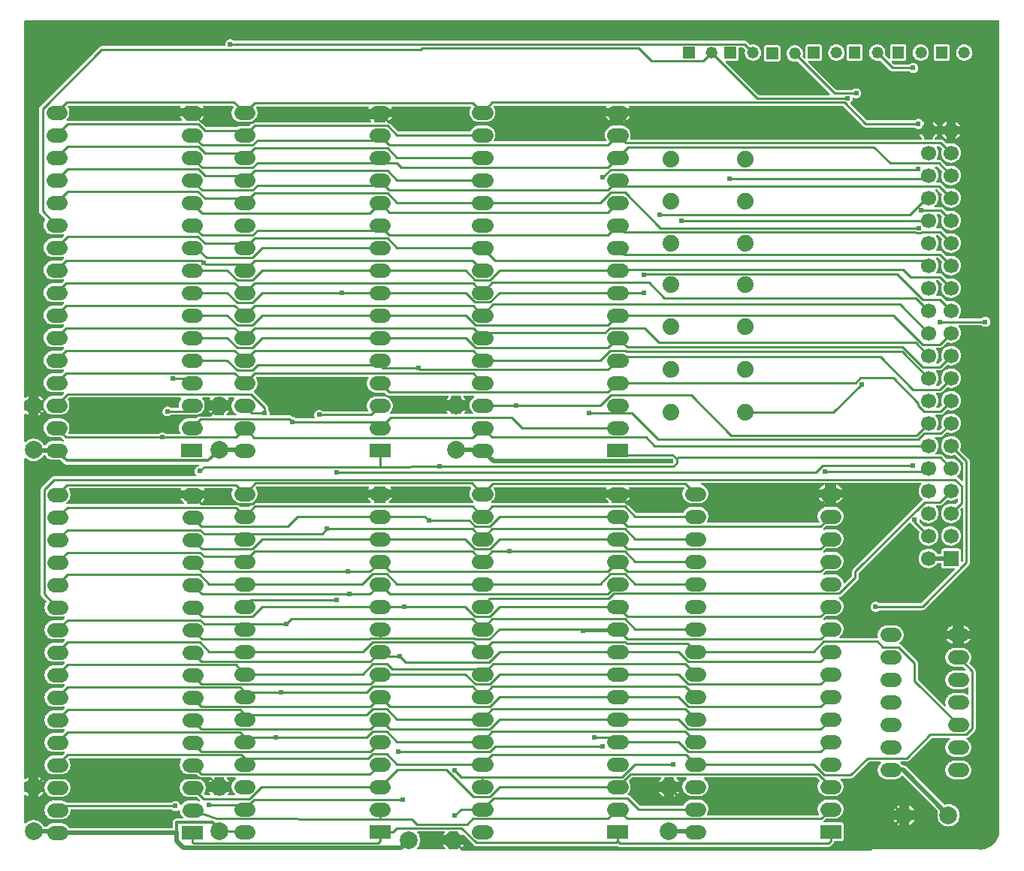
<source format=gtl>
G04 Layer: TopLayer*
G04 EasyEDA v6.5.5, 2022-06-05 18:11:37*
G04 12dec15f9c8f45c78e1145ade07de6d6,0eaacf81f25c4b8caaffc9699626bf9f,10*
G04 Gerber Generator version 0.2*
G04 Scale: 100 percent, Rotated: No, Reflected: No *
G04 Dimensions in millimeters *
G04 leading zeros omitted , absolute positions ,4 integer and 5 decimal *
%FSLAX45Y45*%
%MOMM*%

%ADD10C,0.2540*%
%ADD11C,0.3000*%
%ADD12C,0.5000*%
%ADD13C,0.6096*%
%ADD15C,1.3208*%
%ADD16C,1.8796*%
%ADD17R,2.4000X1.6000*%
%ADD18C,2.0000*%
%ADD20C,1.7000*%
%ADD21C,1.6002*%
%ADD22C,1.6000*%

%LPD*%
G36*
X728522Y-1360373D02*
G01*
X724662Y-1359611D01*
X721360Y-1357376D01*
X664108Y-1300175D01*
X661619Y-1298143D01*
X659231Y-1295247D01*
X658012Y-1291691D01*
X658215Y-1287932D01*
X659739Y-1284478D01*
X662432Y-1281836D01*
X666546Y-1279093D01*
X676960Y-1269949D01*
X686104Y-1259535D01*
X693826Y-1248003D01*
X697077Y-1241399D01*
X628446Y-1241399D01*
X628446Y-1278382D01*
X627684Y-1282242D01*
X625500Y-1285544D01*
X622198Y-1287729D01*
X618286Y-1288542D01*
X505917Y-1288542D01*
X502005Y-1287729D01*
X498703Y-1285544D01*
X496519Y-1282242D01*
X495757Y-1278382D01*
X495757Y-1241399D01*
X427126Y-1241399D01*
X430377Y-1248003D01*
X438099Y-1259535D01*
X450596Y-1273962D01*
X451561Y-1277924D01*
X450900Y-1281938D01*
X448767Y-1285392D01*
X445414Y-1287678D01*
X441401Y-1288542D01*
X-839469Y-1288542D01*
X-844600Y-1288135D01*
X-848258Y-1286002D01*
X-850696Y-1282547D01*
X-851509Y-1278382D01*
X-850595Y-1274267D01*
X-837895Y-1259535D01*
X-830173Y-1248003D01*
X-824077Y-1235608D01*
X-819607Y-1222451D01*
X-816914Y-1208887D01*
X-816000Y-1195070D01*
X-816914Y-1181252D01*
X-819607Y-1167688D01*
X-824077Y-1154531D01*
X-830173Y-1142136D01*
X-835253Y-1134567D01*
X-836625Y-1131417D01*
X-836879Y-1127963D01*
X-835964Y-1124610D01*
X-833170Y-1120952D01*
X-829868Y-1118768D01*
X-826008Y-1118006D01*
X427532Y-1118006D01*
X431800Y-1118920D01*
X435254Y-1121562D01*
X437286Y-1125372D01*
X437540Y-1129741D01*
X435965Y-1133805D01*
X430377Y-1142136D01*
X427126Y-1148740D01*
X495757Y-1148740D01*
X495757Y-1128166D01*
X496519Y-1124254D01*
X498703Y-1120952D01*
X502005Y-1118768D01*
X505917Y-1118006D01*
X618286Y-1118006D01*
X622198Y-1118768D01*
X625500Y-1120952D01*
X627684Y-1124254D01*
X628446Y-1128166D01*
X628446Y-1148740D01*
X697077Y-1148740D01*
X693826Y-1142136D01*
X688238Y-1133805D01*
X686663Y-1129741D01*
X686917Y-1125372D01*
X688949Y-1121562D01*
X692404Y-1118920D01*
X696671Y-1118006D01*
X1016253Y-1118006D01*
X1020114Y-1118768D01*
X1023416Y-1120952D01*
X1030071Y-1127607D01*
X1032052Y-1130452D01*
X1033018Y-1133805D01*
X1032713Y-1137259D01*
X1031341Y-1140409D01*
X1026261Y-1147978D01*
X1020165Y-1160373D01*
X1015695Y-1173530D01*
X1013002Y-1187094D01*
X1012088Y-1200912D01*
X1013002Y-1214729D01*
X1015695Y-1228293D01*
X1020165Y-1241450D01*
X1026261Y-1253845D01*
X1033983Y-1265377D01*
X1043127Y-1275791D01*
X1053541Y-1284935D01*
X1065022Y-1292606D01*
X1077468Y-1298752D01*
X1090574Y-1303172D01*
X1104188Y-1305915D01*
X1118311Y-1306830D01*
X1197660Y-1306830D01*
X1211783Y-1305915D01*
X1225397Y-1303172D01*
X1229106Y-1301902D01*
X1233627Y-1301445D01*
X1237843Y-1302969D01*
X1241044Y-1306169D01*
X1242466Y-1310436D01*
X1241958Y-1314907D01*
X1239570Y-1318717D01*
X1211834Y-1346454D01*
X1208227Y-1348790D01*
X1204010Y-1349400D01*
X1197660Y-1348994D01*
X1118311Y-1348994D01*
X1104188Y-1349908D01*
X1090574Y-1352651D01*
X1077468Y-1357071D01*
X1072896Y-1359306D01*
X1070711Y-1360119D01*
X1068425Y-1360373D01*
G37*

%LPD*%
G36*
X1741576Y-4646168D02*
G01*
X1737664Y-4645355D01*
X1734362Y-4643170D01*
X1732788Y-4641596D01*
X1724761Y-4635957D01*
X1715820Y-4631791D01*
X1706372Y-4629251D01*
X1698345Y-4628540D01*
X1694942Y-4627626D01*
X1692046Y-4625644D01*
X1687982Y-4621580D01*
X1681734Y-4616450D01*
X1675079Y-4612894D01*
X1667865Y-4610709D01*
X1659839Y-4609896D01*
X1447800Y-4609896D01*
X1444142Y-4609236D01*
X1440992Y-4607306D01*
X1438757Y-4604359D01*
X1437690Y-4600803D01*
X1439062Y-4586427D01*
X1438198Y-4576622D01*
X1435658Y-4567123D01*
X1431544Y-4558233D01*
X1425905Y-4550206D01*
X1424330Y-4548581D01*
X1422095Y-4545330D01*
X1421333Y-4541418D01*
X1421333Y-4522063D01*
X1420571Y-4514037D01*
X1418336Y-4506823D01*
X1414780Y-4500168D01*
X1409700Y-4493920D01*
X1262786Y-4347006D01*
X1260500Y-4343552D01*
X1259789Y-4339488D01*
X1260754Y-4335475D01*
X1263243Y-4332224D01*
X1272844Y-4323791D01*
X1281988Y-4313377D01*
X1289710Y-4301845D01*
X1295806Y-4289450D01*
X1300276Y-4276293D01*
X1302969Y-4262729D01*
X1303883Y-4248912D01*
X1302969Y-4235094D01*
X1300276Y-4221530D01*
X1295806Y-4208373D01*
X1289710Y-4195978D01*
X1287322Y-4192422D01*
X1285748Y-4188358D01*
X1286002Y-4184040D01*
X1288034Y-4180179D01*
X1291539Y-4177537D01*
X1295755Y-4176623D01*
X2544216Y-4176623D01*
X2548432Y-4177537D01*
X2551938Y-4180179D01*
X2553970Y-4184040D01*
X2554224Y-4188358D01*
X2552649Y-4192422D01*
X2550261Y-4195978D01*
X2544165Y-4208373D01*
X2539695Y-4221530D01*
X2537002Y-4235094D01*
X2536088Y-4248912D01*
X2537002Y-4262729D01*
X2539695Y-4276293D01*
X2544165Y-4289450D01*
X2550261Y-4301845D01*
X2557983Y-4313377D01*
X2567127Y-4323791D01*
X2577541Y-4332935D01*
X2589022Y-4340606D01*
X2601468Y-4346752D01*
X2614574Y-4351172D01*
X2628188Y-4353915D01*
X2642311Y-4354830D01*
X2721660Y-4354830D01*
X2727960Y-4354423D01*
X2732227Y-4355033D01*
X2735834Y-4357370D01*
X2756662Y-4378198D01*
X2762859Y-4383278D01*
X2766009Y-4384954D01*
X2769463Y-4387799D01*
X2773730Y-4388104D01*
X2776778Y-4389069D01*
X2784805Y-4389831D01*
X3447796Y-4389831D01*
X3451707Y-4390593D01*
X3455009Y-4392828D01*
X3457194Y-4396130D01*
X3457956Y-4399991D01*
X3457194Y-4403902D01*
X3455009Y-4407154D01*
X3445764Y-4416399D01*
X3436416Y-4428388D01*
X3428542Y-4441393D01*
X3427577Y-4443526D01*
X3483660Y-4443526D01*
X3483660Y-4399991D01*
X3484422Y-4396130D01*
X3486607Y-4392828D01*
X3489909Y-4390593D01*
X3493820Y-4389831D01*
X3586175Y-4389831D01*
X3590086Y-4390593D01*
X3593388Y-4392828D01*
X3595573Y-4396130D01*
X3596335Y-4399991D01*
X3596335Y-4443526D01*
X3652418Y-4443526D01*
X3651453Y-4441393D01*
X3643629Y-4428388D01*
X3634232Y-4416399D01*
X3625037Y-4407154D01*
X3622801Y-4403902D01*
X3622040Y-4399991D01*
X3622801Y-4396130D01*
X3625037Y-4392828D01*
X3628288Y-4390593D01*
X3632200Y-4389831D01*
X3734765Y-4389831D01*
X3738930Y-4390745D01*
X3742385Y-4393285D01*
X3744468Y-4397044D01*
X3744823Y-4401312D01*
X3743401Y-4405376D01*
X3740404Y-4408424D01*
X3733495Y-4413046D01*
X3723081Y-4422190D01*
X3713937Y-4432604D01*
X3706215Y-4444136D01*
X3700119Y-4456531D01*
X3695649Y-4469688D01*
X3692956Y-4483252D01*
X3692042Y-4497070D01*
X3692956Y-4510887D01*
X3695649Y-4524451D01*
X3700119Y-4537608D01*
X3706215Y-4550003D01*
X3713937Y-4561535D01*
X3723081Y-4571949D01*
X3729685Y-4577740D01*
X3732123Y-4580991D01*
X3733088Y-4584903D01*
X3732479Y-4588967D01*
X3730294Y-4592370D01*
X3726942Y-4594707D01*
X3722979Y-4595520D01*
X3645560Y-4595520D01*
X3641191Y-4594504D01*
X3637635Y-4591710D01*
X3635654Y-4587697D01*
X3635654Y-4583176D01*
X3637584Y-4579112D01*
X3643629Y-4571390D01*
X3651453Y-4558385D01*
X3652418Y-4556252D01*
X3596335Y-4556252D01*
X3596335Y-4585360D01*
X3595573Y-4589272D01*
X3593388Y-4592523D01*
X3590086Y-4594758D01*
X3586175Y-4595520D01*
X3493820Y-4595520D01*
X3489909Y-4594758D01*
X3486607Y-4592523D01*
X3484422Y-4589272D01*
X3483660Y-4585360D01*
X3483660Y-4556252D01*
X3427577Y-4556252D01*
X3428542Y-4558385D01*
X3436416Y-4571390D01*
X3442411Y-4579112D01*
X3444341Y-4583176D01*
X3444341Y-4587697D01*
X3442360Y-4591710D01*
X3438855Y-4594504D01*
X3434435Y-4595520D01*
X2804769Y-4595520D01*
X2802331Y-4595215D01*
X2799283Y-4593945D01*
X2796438Y-4591710D01*
X2794558Y-4588560D01*
X2793898Y-4585004D01*
X2794558Y-4581398D01*
X2796438Y-4578299D01*
X2805988Y-4567377D01*
X2813710Y-4555845D01*
X2819806Y-4543450D01*
X2824276Y-4530293D01*
X2826969Y-4516729D01*
X2827883Y-4502912D01*
X2826969Y-4489094D01*
X2824276Y-4475530D01*
X2819806Y-4462373D01*
X2813710Y-4449978D01*
X2805988Y-4438446D01*
X2796844Y-4428032D01*
X2786430Y-4418888D01*
X2774950Y-4411218D01*
X2766314Y-4406950D01*
X2762707Y-4403852D01*
X2757932Y-4403547D01*
X2749397Y-4400651D01*
X2735783Y-4397908D01*
X2721660Y-4396994D01*
X2642311Y-4396994D01*
X2628188Y-4397908D01*
X2614574Y-4400651D01*
X2601468Y-4405071D01*
X2589022Y-4411218D01*
X2577541Y-4418888D01*
X2567127Y-4428032D01*
X2557983Y-4438446D01*
X2550261Y-4449978D01*
X2544165Y-4462373D01*
X2539695Y-4475530D01*
X2537002Y-4489094D01*
X2536088Y-4502912D01*
X2537002Y-4516729D01*
X2539695Y-4530293D01*
X2544165Y-4543450D01*
X2548026Y-4551273D01*
X2549042Y-4555236D01*
X2548432Y-4559249D01*
X2546299Y-4562754D01*
X2542895Y-4565091D01*
X2538882Y-4565904D01*
X2043684Y-4565904D01*
X2039823Y-4565142D01*
X2036521Y-4562906D01*
X2034946Y-4561332D01*
X2026869Y-4555693D01*
X2017979Y-4551578D01*
X2008479Y-4549038D01*
X1998725Y-4548174D01*
X1988921Y-4549038D01*
X1979422Y-4551578D01*
X1970532Y-4555693D01*
X1962505Y-4561332D01*
X1955546Y-4568291D01*
X1949907Y-4576318D01*
X1945741Y-4585258D01*
X1943201Y-4594707D01*
X1942338Y-4604512D01*
X1943201Y-4614316D01*
X1945741Y-4623765D01*
X1949450Y-4631690D01*
X1950364Y-4635652D01*
X1949704Y-4639614D01*
X1947519Y-4643018D01*
X1944217Y-4645355D01*
X1940255Y-4646168D01*
G37*

%LPD*%
G36*
X3726586Y-5597448D02*
G01*
X3724198Y-5597194D01*
X2792730Y-5597194D01*
X2788767Y-5596382D01*
X2785414Y-5594045D01*
X2783230Y-5590641D01*
X2782570Y-5586577D01*
X2783586Y-5582666D01*
X2786024Y-5579414D01*
X2796844Y-5569915D01*
X2805988Y-5559501D01*
X2813710Y-5547969D01*
X2816961Y-5541365D01*
X2748330Y-5541365D01*
X2748330Y-5587034D01*
X2747568Y-5590946D01*
X2745384Y-5594197D01*
X2742082Y-5596432D01*
X2738170Y-5597194D01*
X2625801Y-5597194D01*
X2621889Y-5596432D01*
X2618587Y-5594197D01*
X2616403Y-5590946D01*
X2615641Y-5587034D01*
X2615641Y-5541365D01*
X2547010Y-5541365D01*
X2550261Y-5547969D01*
X2557983Y-5559501D01*
X2567127Y-5569915D01*
X2577947Y-5579414D01*
X2580386Y-5582666D01*
X2581402Y-5586577D01*
X2580741Y-5590641D01*
X2578557Y-5594045D01*
X2575204Y-5596382D01*
X2571242Y-5597194D01*
X1268984Y-5597296D01*
X1264920Y-5596585D01*
X1261465Y-5594299D01*
X1259179Y-5590844D01*
X1258468Y-5586780D01*
X1259484Y-5582767D01*
X1261922Y-5579465D01*
X1272844Y-5569915D01*
X1281988Y-5559501D01*
X1289710Y-5547969D01*
X1295806Y-5535574D01*
X1300276Y-5522417D01*
X1302969Y-5508853D01*
X1303883Y-5495036D01*
X1302969Y-5481218D01*
X1300276Y-5467654D01*
X1295806Y-5454497D01*
X1289710Y-5442102D01*
X1284630Y-5434533D01*
X1283258Y-5431383D01*
X1283004Y-5427929D01*
X1283919Y-5424576D01*
X1285900Y-5421731D01*
X1291132Y-5416499D01*
X1294434Y-5414264D01*
X1298346Y-5413502D01*
X2550515Y-5413502D01*
X2554325Y-5414213D01*
X2557576Y-5416346D01*
X2559761Y-5419496D01*
X2560675Y-5423204D01*
X2560116Y-5427014D01*
X2557983Y-5430570D01*
X2550261Y-5442102D01*
X2547010Y-5448706D01*
X2615641Y-5448706D01*
X2615641Y-5423662D01*
X2616403Y-5419801D01*
X2618587Y-5416499D01*
X2621889Y-5414264D01*
X2625801Y-5413502D01*
X2738170Y-5413502D01*
X2742082Y-5414264D01*
X2745384Y-5416499D01*
X2747568Y-5419801D01*
X2748330Y-5423662D01*
X2748330Y-5448706D01*
X2816961Y-5448706D01*
X2813710Y-5442102D01*
X2805785Y-5430367D01*
X2803855Y-5427014D01*
X2803296Y-5423204D01*
X2804210Y-5419496D01*
X2806395Y-5416346D01*
X2809646Y-5414213D01*
X2813456Y-5413502D01*
X3697579Y-5413502D01*
X3701491Y-5414264D01*
X3704793Y-5416499D01*
X3710025Y-5421731D01*
X3712006Y-5424576D01*
X3712972Y-5427929D01*
X3712667Y-5431383D01*
X3711295Y-5434533D01*
X3706215Y-5442102D01*
X3700119Y-5454497D01*
X3695649Y-5467654D01*
X3692956Y-5481218D01*
X3692042Y-5495036D01*
X3692956Y-5508853D01*
X3695649Y-5522417D01*
X3700119Y-5535574D01*
X3706215Y-5547969D01*
X3713937Y-5559501D01*
X3723081Y-5569915D01*
X3734257Y-5579668D01*
X3736797Y-5583072D01*
X3737762Y-5587187D01*
X3736898Y-5591352D01*
X3734460Y-5594807D01*
X3730802Y-5596940D01*
G37*

%LPD*%
G36*
X1112012Y-5643524D02*
G01*
X1107744Y-5642914D01*
X1104138Y-5640578D01*
X1083665Y-5620105D01*
X1077417Y-5614974D01*
X1073150Y-5612739D01*
X1070813Y-5610707D01*
X1067460Y-5610453D01*
X1063548Y-5609234D01*
X1055522Y-5608472D01*
X680770Y-5608472D01*
X676554Y-5607558D01*
X673150Y-5604967D01*
X671068Y-5601258D01*
X670712Y-5596940D01*
X672134Y-5592927D01*
X675132Y-5589828D01*
X676452Y-5588965D01*
X686866Y-5579821D01*
X696010Y-5569407D01*
X703732Y-5557875D01*
X706983Y-5551271D01*
X638352Y-5551271D01*
X638352Y-5598312D01*
X637590Y-5602173D01*
X635406Y-5605475D01*
X632104Y-5607659D01*
X628192Y-5608472D01*
X515823Y-5608472D01*
X511911Y-5607659D01*
X508609Y-5605475D01*
X506425Y-5602173D01*
X505663Y-5598312D01*
X505663Y-5551271D01*
X437032Y-5551271D01*
X440283Y-5557875D01*
X448005Y-5569407D01*
X457149Y-5579821D01*
X467563Y-5588965D01*
X468884Y-5589828D01*
X471881Y-5592927D01*
X473303Y-5596940D01*
X472948Y-5601258D01*
X470865Y-5604967D01*
X467461Y-5607558D01*
X463245Y-5608472D01*
X-839622Y-5608472D01*
X-842771Y-5608777D01*
X-847191Y-5608218D01*
X-850950Y-5605830D01*
X-853338Y-5602071D01*
X-853897Y-5597652D01*
X-852474Y-5593435D01*
X-849426Y-5590184D01*
X-847547Y-5588965D01*
X-837133Y-5579821D01*
X-827989Y-5569407D01*
X-820267Y-5557875D01*
X-814171Y-5545480D01*
X-809701Y-5532323D01*
X-807008Y-5518759D01*
X-806094Y-5504942D01*
X-807008Y-5491124D01*
X-809701Y-5477560D01*
X-814171Y-5464403D01*
X-820267Y-5452008D01*
X-822299Y-5449011D01*
X-823874Y-5444947D01*
X-823620Y-5440578D01*
X-821588Y-5436768D01*
X-818083Y-5434126D01*
X-813866Y-5433212D01*
X433882Y-5433212D01*
X438099Y-5434126D01*
X441604Y-5436768D01*
X443636Y-5440578D01*
X443890Y-5444947D01*
X442315Y-5449011D01*
X440283Y-5452008D01*
X437032Y-5458612D01*
X505663Y-5458612D01*
X505663Y-5443372D01*
X506425Y-5439460D01*
X508609Y-5436158D01*
X511911Y-5433974D01*
X515823Y-5433212D01*
X628192Y-5433212D01*
X632104Y-5433974D01*
X635406Y-5436158D01*
X637590Y-5439460D01*
X638352Y-5443372D01*
X638352Y-5458612D01*
X706983Y-5458612D01*
X703732Y-5452008D01*
X701700Y-5449011D01*
X700125Y-5444947D01*
X700379Y-5440578D01*
X702411Y-5436768D01*
X705916Y-5434126D01*
X710133Y-5433212D01*
X1014323Y-5433212D01*
X1018336Y-5434025D01*
X1021689Y-5436362D01*
X1023874Y-5439816D01*
X1024483Y-5443880D01*
X1023467Y-5447842D01*
X1020165Y-5454497D01*
X1015695Y-5467654D01*
X1013002Y-5481218D01*
X1012088Y-5495036D01*
X1013002Y-5508853D01*
X1015695Y-5522417D01*
X1020165Y-5535574D01*
X1026261Y-5547969D01*
X1033983Y-5559501D01*
X1043127Y-5569915D01*
X1053541Y-5579059D01*
X1065022Y-5586730D01*
X1074877Y-5591606D01*
X1077569Y-5593740D01*
X1081227Y-5594146D01*
X1090574Y-5597296D01*
X1104188Y-5600039D01*
X1118311Y-5600954D01*
X1197660Y-5600954D01*
X1211783Y-5600039D01*
X1225397Y-5597296D01*
X1229106Y-5596026D01*
X1233627Y-5595569D01*
X1237843Y-5597093D01*
X1241044Y-5600293D01*
X1242466Y-5604560D01*
X1241958Y-5609031D01*
X1239570Y-5612841D01*
X1211834Y-5640578D01*
X1208227Y-5642914D01*
X1204010Y-5643524D01*
X1197660Y-5643118D01*
X1118311Y-5643118D01*
G37*

%LPD*%
G36*
X7915757Y-6503365D02*
G01*
X7911592Y-6502146D01*
X7908340Y-6499250D01*
X7906562Y-6495237D01*
X7904276Y-6483654D01*
X7899806Y-6470497D01*
X7893710Y-6458102D01*
X7885988Y-6446570D01*
X7876844Y-6436156D01*
X7866430Y-6427012D01*
X7854950Y-6419342D01*
X7842503Y-6413195D01*
X7829397Y-6408775D01*
X7815783Y-6406032D01*
X7801660Y-6405118D01*
X7722311Y-6405118D01*
X7708188Y-6406032D01*
X7694574Y-6408775D01*
X7690866Y-6410045D01*
X7686395Y-6410502D01*
X7682128Y-6408978D01*
X7678978Y-6405778D01*
X7677505Y-6401511D01*
X7678013Y-6397040D01*
X7680401Y-6393230D01*
X7708138Y-6365494D01*
X7711744Y-6363157D01*
X7716012Y-6362547D01*
X7722311Y-6362954D01*
X7801660Y-6362954D01*
X7815783Y-6362039D01*
X7829397Y-6359296D01*
X7842503Y-6354876D01*
X7854950Y-6348730D01*
X7866430Y-6341059D01*
X7876844Y-6331915D01*
X7885988Y-6321501D01*
X7893710Y-6309969D01*
X7899806Y-6297574D01*
X7904276Y-6284417D01*
X7906969Y-6270853D01*
X7907883Y-6257036D01*
X7906969Y-6243218D01*
X7904276Y-6229654D01*
X7899806Y-6216497D01*
X7893710Y-6204102D01*
X7885988Y-6192570D01*
X7876844Y-6182156D01*
X7866430Y-6173012D01*
X7854950Y-6165342D01*
X7842503Y-6159195D01*
X7829397Y-6154775D01*
X7815783Y-6152032D01*
X7801660Y-6151118D01*
X7722311Y-6151118D01*
X7708188Y-6152032D01*
X7694574Y-6154775D01*
X7690866Y-6156045D01*
X7686395Y-6156502D01*
X7682128Y-6154978D01*
X7678978Y-6151778D01*
X7677505Y-6147511D01*
X7678013Y-6143040D01*
X7680401Y-6139230D01*
X7708138Y-6111494D01*
X7711744Y-6109157D01*
X7716012Y-6108547D01*
X7722311Y-6108954D01*
X7801660Y-6108954D01*
X7815783Y-6108039D01*
X7829397Y-6105296D01*
X7842503Y-6100876D01*
X7854950Y-6094730D01*
X7866430Y-6087059D01*
X7876844Y-6077915D01*
X7885988Y-6067501D01*
X7893710Y-6055969D01*
X7899806Y-6043574D01*
X7904276Y-6030417D01*
X7906969Y-6016853D01*
X7907883Y-6003036D01*
X7906969Y-5989218D01*
X7904276Y-5975654D01*
X7899806Y-5962497D01*
X7893710Y-5950102D01*
X7885988Y-5938570D01*
X7876844Y-5928156D01*
X7866430Y-5919012D01*
X7854950Y-5911342D01*
X7842503Y-5905195D01*
X7829397Y-5900775D01*
X7815783Y-5898032D01*
X7801660Y-5897118D01*
X7722311Y-5897118D01*
X7708188Y-5898032D01*
X7694574Y-5900775D01*
X7690866Y-5902045D01*
X7686395Y-5902502D01*
X7682128Y-5900978D01*
X7678978Y-5897778D01*
X7677505Y-5893511D01*
X7678013Y-5889040D01*
X7680401Y-5885230D01*
X7708138Y-5857494D01*
X7711744Y-5855157D01*
X7716012Y-5854547D01*
X7722311Y-5854954D01*
X7801660Y-5854954D01*
X7815783Y-5854039D01*
X7829397Y-5851296D01*
X7842503Y-5846876D01*
X7854950Y-5840730D01*
X7866430Y-5833059D01*
X7876844Y-5823915D01*
X7885988Y-5813501D01*
X7893710Y-5801969D01*
X7899806Y-5789574D01*
X7904276Y-5776417D01*
X7906969Y-5762853D01*
X7907883Y-5749036D01*
X7906969Y-5735218D01*
X7904276Y-5721654D01*
X7899806Y-5708497D01*
X7893710Y-5696102D01*
X7885988Y-5684570D01*
X7876844Y-5674156D01*
X7866430Y-5665012D01*
X7854950Y-5657342D01*
X7842503Y-5651195D01*
X7829397Y-5646775D01*
X7815783Y-5644032D01*
X7801660Y-5643118D01*
X7722311Y-5643118D01*
X7708188Y-5644032D01*
X7694574Y-5646775D01*
X7681468Y-5651195D01*
X7669022Y-5657342D01*
X7657541Y-5665012D01*
X7647127Y-5674156D01*
X7637983Y-5684570D01*
X7630261Y-5696102D01*
X7624165Y-5708497D01*
X7619695Y-5721654D01*
X7617002Y-5735218D01*
X7616088Y-5749036D01*
X7617002Y-5762853D01*
X7619695Y-5776417D01*
X7624165Y-5789574D01*
X7630261Y-5801969D01*
X7632801Y-5805728D01*
X7634376Y-5809792D01*
X7634122Y-5814161D01*
X7632090Y-5817971D01*
X7628636Y-5820613D01*
X7624368Y-5821578D01*
X6375603Y-5821578D01*
X6371336Y-5820613D01*
X6367881Y-5817971D01*
X6365849Y-5814161D01*
X6365595Y-5809792D01*
X6367170Y-5805728D01*
X6369710Y-5801969D01*
X6375806Y-5789574D01*
X6380276Y-5776417D01*
X6382969Y-5762853D01*
X6383883Y-5749036D01*
X6382969Y-5735218D01*
X6380276Y-5721654D01*
X6375806Y-5708497D01*
X6369710Y-5696102D01*
X6361988Y-5684570D01*
X6352844Y-5674156D01*
X6342430Y-5665012D01*
X6330950Y-5657342D01*
X6318504Y-5651195D01*
X6305397Y-5646775D01*
X6291783Y-5644032D01*
X6277660Y-5643118D01*
X6198311Y-5643118D01*
X6184188Y-5644032D01*
X6170574Y-5646775D01*
X6157468Y-5651195D01*
X6145022Y-5657342D01*
X6133541Y-5665012D01*
X6123127Y-5674156D01*
X6113983Y-5684570D01*
X6106261Y-5696102D01*
X6101994Y-5704789D01*
X6099759Y-5707786D01*
X6096558Y-5709716D01*
X6092901Y-5710428D01*
X5578449Y-5710428D01*
X5574588Y-5709666D01*
X5571286Y-5707430D01*
X5474766Y-5610961D01*
X5468569Y-5605830D01*
X5458256Y-5600446D01*
X5455767Y-5597550D01*
X5454497Y-5593994D01*
X5454650Y-5590184D01*
X5456224Y-5586679D01*
X5458917Y-5584037D01*
X5466384Y-5579059D01*
X5476798Y-5569915D01*
X5485942Y-5559501D01*
X5493664Y-5547969D01*
X5496915Y-5541365D01*
X5428284Y-5541365D01*
X5428284Y-5589168D01*
X5427522Y-5593029D01*
X5425338Y-5596331D01*
X5422036Y-5598515D01*
X5418124Y-5599328D01*
X5305755Y-5599328D01*
X5301843Y-5598515D01*
X5298541Y-5596331D01*
X5296357Y-5593029D01*
X5295595Y-5589168D01*
X5295595Y-5541365D01*
X5226964Y-5541365D01*
X5230215Y-5547969D01*
X5237937Y-5559501D01*
X5247081Y-5569915D01*
X5257495Y-5579059D01*
X5259984Y-5580684D01*
X5262930Y-5583783D01*
X5264404Y-5587796D01*
X5264048Y-5592114D01*
X5261965Y-5595823D01*
X5258511Y-5598414D01*
X5254294Y-5599328D01*
X3949547Y-5599328D01*
X3945940Y-5599684D01*
X3941521Y-5599125D01*
X3937762Y-5596737D01*
X3935374Y-5592978D01*
X3934866Y-5588558D01*
X3936237Y-5584342D01*
X3939336Y-5581091D01*
X3942384Y-5579059D01*
X3952798Y-5569915D01*
X3961942Y-5559501D01*
X3969664Y-5547969D01*
X3975760Y-5535574D01*
X3980230Y-5522417D01*
X3982923Y-5508853D01*
X3983837Y-5495036D01*
X3982923Y-5481218D01*
X3980230Y-5467654D01*
X3975760Y-5454497D01*
X3969664Y-5442102D01*
X3964736Y-5434787D01*
X3963162Y-5430723D01*
X3963415Y-5426354D01*
X3965448Y-5422544D01*
X3968953Y-5419902D01*
X3973169Y-5418988D01*
X5226710Y-5418988D01*
X5230926Y-5419902D01*
X5234432Y-5422544D01*
X5236464Y-5426354D01*
X5236718Y-5430723D01*
X5235143Y-5434787D01*
X5230215Y-5442102D01*
X5226964Y-5448706D01*
X5295595Y-5448706D01*
X5295595Y-5429148D01*
X5296357Y-5425236D01*
X5298541Y-5421934D01*
X5301843Y-5419750D01*
X5305755Y-5418988D01*
X5418124Y-5418988D01*
X5422036Y-5419750D01*
X5425338Y-5421934D01*
X5427522Y-5425236D01*
X5428284Y-5429148D01*
X5428284Y-5448706D01*
X5496915Y-5448706D01*
X5493664Y-5442102D01*
X5488736Y-5434787D01*
X5487162Y-5430723D01*
X5487416Y-5426354D01*
X5489448Y-5422544D01*
X5492953Y-5419902D01*
X5497169Y-5418988D01*
X6102756Y-5418988D01*
X6106972Y-5419902D01*
X6110478Y-5422544D01*
X6112510Y-5426354D01*
X6112764Y-5430723D01*
X6111189Y-5434787D01*
X6106261Y-5442102D01*
X6100165Y-5454497D01*
X6095695Y-5467654D01*
X6093002Y-5481218D01*
X6092088Y-5495036D01*
X6093002Y-5508853D01*
X6095695Y-5522417D01*
X6100165Y-5535574D01*
X6106261Y-5547969D01*
X6113983Y-5559501D01*
X6123127Y-5569915D01*
X6133541Y-5579059D01*
X6145022Y-5586730D01*
X6157468Y-5592876D01*
X6170574Y-5597296D01*
X6184188Y-5600039D01*
X6198311Y-5600954D01*
X6277660Y-5600954D01*
X6291783Y-5600039D01*
X6305397Y-5597296D01*
X6318504Y-5592876D01*
X6330950Y-5586730D01*
X6342430Y-5579059D01*
X6352844Y-5569915D01*
X6361988Y-5559501D01*
X6369710Y-5547969D01*
X6375806Y-5535574D01*
X6380276Y-5522417D01*
X6382969Y-5508853D01*
X6383883Y-5495036D01*
X6382969Y-5481218D01*
X6380276Y-5467654D01*
X6375806Y-5454497D01*
X6369710Y-5442102D01*
X6361988Y-5430570D01*
X6352844Y-5420156D01*
X6342430Y-5411012D01*
X6330950Y-5403342D01*
X6318504Y-5397195D01*
X6305296Y-5392724D01*
X6301384Y-5391048D01*
X6298488Y-5387949D01*
X6297168Y-5383885D01*
X6297574Y-5379669D01*
X6299708Y-5376011D01*
X6303111Y-5373471D01*
X6307277Y-5372608D01*
X7692694Y-5372608D01*
X7696860Y-5373471D01*
X7699197Y-5375198D01*
X7701889Y-5373370D01*
X7705801Y-5372608D01*
X7818170Y-5372608D01*
X7822082Y-5373370D01*
X7824774Y-5375198D01*
X7827111Y-5373471D01*
X7831277Y-5372608D01*
X8772550Y-5372608D01*
X8776309Y-5373319D01*
X8779510Y-5375402D01*
X8781745Y-5378500D01*
X8782659Y-5382209D01*
X8782151Y-5386019D01*
X8780272Y-5389372D01*
X8775750Y-5394655D01*
X8767978Y-5406593D01*
X8761831Y-5419394D01*
X8757361Y-5432856D01*
X8754618Y-5446826D01*
X8753703Y-5461000D01*
X8754618Y-5475173D01*
X8757361Y-5489143D01*
X8761831Y-5502605D01*
X8767978Y-5515406D01*
X8775750Y-5527344D01*
X8784945Y-5538165D01*
X8795308Y-5547563D01*
X8797747Y-5550865D01*
X8798661Y-5554827D01*
X8797950Y-5558840D01*
X8795664Y-5562295D01*
X8011972Y-6345986D01*
X8006842Y-6352184D01*
X8003286Y-6358890D01*
X8001101Y-6366103D01*
X8000339Y-6374130D01*
X8000339Y-6419646D01*
X7999526Y-6423507D01*
X7997342Y-6426809D01*
X7923733Y-6500469D01*
X7920075Y-6502806D01*
G37*

%LPC*%
G36*
X7828330Y-5597499D02*
G01*
X7829397Y-5597296D01*
X7842503Y-5592876D01*
X7854950Y-5586730D01*
X7866430Y-5579059D01*
X7876844Y-5569915D01*
X7885988Y-5559501D01*
X7893710Y-5547969D01*
X7896961Y-5541365D01*
X7828330Y-5541365D01*
G37*
G36*
X7828330Y-5448706D02*
G01*
X7896961Y-5448706D01*
X7893710Y-5442102D01*
X7885988Y-5430570D01*
X7876844Y-5420156D01*
X7866430Y-5411012D01*
X7854950Y-5403342D01*
X7842503Y-5397195D01*
X7828330Y-5392318D01*
G37*
G36*
X7695641Y-5597499D02*
G01*
X7695641Y-5541365D01*
X7627010Y-5541365D01*
X7630261Y-5547969D01*
X7637983Y-5559501D01*
X7647127Y-5569915D01*
X7657541Y-5579059D01*
X7669022Y-5586730D01*
X7681468Y-5592876D01*
X7694574Y-5597296D01*
G37*
G36*
X7627010Y-5448706D02*
G01*
X7695641Y-5448706D01*
X7695641Y-5392318D01*
X7681468Y-5397195D01*
X7669022Y-5403342D01*
X7657541Y-5411012D01*
X7647127Y-5420156D01*
X7637983Y-5430570D01*
X7630261Y-5442102D01*
G37*

%LPD*%
G36*
X-813511Y-9264040D02*
G01*
X-816762Y-9263481D01*
X-819708Y-9261957D01*
X-821944Y-9259519D01*
X-827989Y-9250476D01*
X-837133Y-9240062D01*
X-847547Y-9230918D01*
X-859028Y-9223248D01*
X-871474Y-9217101D01*
X-884580Y-9212681D01*
X-898194Y-9209938D01*
X-912317Y-9209024D01*
X-991666Y-9209024D01*
X-1005789Y-9209938D01*
X-1019403Y-9212681D01*
X-1032510Y-9217101D01*
X-1044956Y-9223248D01*
X-1056436Y-9230918D01*
X-1066850Y-9240062D01*
X-1071727Y-9245600D01*
X-1075182Y-9248190D01*
X-1079347Y-9249054D01*
X-1098550Y-9249054D01*
X-1102360Y-9248343D01*
X-1105611Y-9246260D01*
X-1116380Y-9228480D01*
X-1125778Y-9216542D01*
X-1136497Y-9205772D01*
X-1148486Y-9196374D01*
X-1161491Y-9188551D01*
X-1175359Y-9182303D01*
X-1189888Y-9177782D01*
X-1204823Y-9175038D01*
X-1220012Y-9174124D01*
X-1235151Y-9175038D01*
X-1250137Y-9177782D01*
X-1264666Y-9182303D01*
X-1278483Y-9188551D01*
X-1291488Y-9196374D01*
X-1303477Y-9205772D01*
X-1306779Y-9209074D01*
X-1310030Y-9211259D01*
X-1313942Y-9212021D01*
X-1317853Y-9211259D01*
X-1321104Y-9209074D01*
X-1323340Y-9205772D01*
X-1324102Y-9201861D01*
X-1324102Y-8898026D01*
X-1323340Y-8894114D01*
X-1321104Y-8890812D01*
X-1317853Y-8888628D01*
X-1313942Y-8887866D01*
X-1310030Y-8888628D01*
X-1306779Y-8890812D01*
X-1303477Y-8894114D01*
X-1291488Y-8903462D01*
X-1278483Y-8911336D01*
X-1276350Y-8912301D01*
X-1276350Y-8856218D01*
X-1313942Y-8856218D01*
X-1317853Y-8855456D01*
X-1321104Y-8853271D01*
X-1323340Y-8849969D01*
X-1324102Y-8846058D01*
X-1324102Y-8753703D01*
X-1323340Y-8749792D01*
X-1321104Y-8746490D01*
X-1317853Y-8744305D01*
X-1313942Y-8743543D01*
X-1276350Y-8743543D01*
X-1276350Y-8687460D01*
X-1278483Y-8688425D01*
X-1291488Y-8696248D01*
X-1303477Y-8705646D01*
X-1306779Y-8708948D01*
X-1310030Y-8711133D01*
X-1313942Y-8711895D01*
X-1317853Y-8711133D01*
X-1321104Y-8708948D01*
X-1323340Y-8705646D01*
X-1324102Y-8701735D01*
X-1324102Y-5098135D01*
X-1323340Y-5094274D01*
X-1321104Y-5090972D01*
X-1317853Y-5088737D01*
X-1313942Y-5087975D01*
X-1310030Y-5088737D01*
X-1306779Y-5090972D01*
X-1303477Y-5094224D01*
X-1291488Y-5103622D01*
X-1278483Y-5111496D01*
X-1264666Y-5117693D01*
X-1250137Y-5122214D01*
X-1235151Y-5124958D01*
X-1220012Y-5125872D01*
X-1204823Y-5124958D01*
X-1189888Y-5122214D01*
X-1175359Y-5117693D01*
X-1161491Y-5111496D01*
X-1148486Y-5103622D01*
X-1136497Y-5094224D01*
X-1125778Y-5083505D01*
X-1116380Y-5071516D01*
X-1109980Y-5060899D01*
X-1107694Y-5058257D01*
X-1104696Y-5056581D01*
X-1100378Y-5055971D01*
X-1097127Y-5056530D01*
X-1094181Y-5058105D01*
X-1091946Y-5060492D01*
X-1085900Y-5069535D01*
X-1076756Y-5079949D01*
X-1066342Y-5089093D01*
X-1054862Y-5096764D01*
X-1042416Y-5102910D01*
X-1029309Y-5107330D01*
X-1015695Y-5110073D01*
X-1001572Y-5110988D01*
X-924966Y-5110988D01*
X-921054Y-5111750D01*
X-917752Y-5113934D01*
X-878027Y-5153558D01*
X-870966Y-5158892D01*
X-863396Y-5162651D01*
X-855268Y-5164937D01*
X-846378Y-5165801D01*
X632917Y-5165801D01*
X636981Y-5166614D01*
X640384Y-5169052D01*
X642518Y-5172608D01*
X643026Y-5176723D01*
X641908Y-5180685D01*
X639267Y-5183886D01*
X635558Y-5185765D01*
X630732Y-5187035D01*
X621842Y-5191201D01*
X613765Y-5196840D01*
X606856Y-5203799D01*
X601218Y-5211826D01*
X597052Y-5220716D01*
X594512Y-5230215D01*
X593648Y-5240020D01*
X594512Y-5249773D01*
X597052Y-5259273D01*
X601218Y-5268163D01*
X606856Y-5276240D01*
X608685Y-5278069D01*
X610870Y-5281371D01*
X611632Y-5285232D01*
X610870Y-5289143D01*
X608685Y-5292394D01*
X605383Y-5294630D01*
X601472Y-5295392D01*
X-985672Y-5295392D01*
X-993698Y-5296204D01*
X-1000912Y-5298389D01*
X-1007618Y-5301945D01*
X-1013815Y-5307076D01*
X-1129741Y-5422950D01*
X-1134872Y-5429199D01*
X-1138428Y-5435854D01*
X-1140612Y-5443067D01*
X-1141374Y-5451094D01*
X-1141374Y-6623659D01*
X-1140612Y-6631686D01*
X-1138428Y-6638899D01*
X-1134872Y-6645554D01*
X-1129741Y-6651802D01*
X-1079906Y-6701637D01*
X-1077925Y-6704482D01*
X-1076960Y-6707835D01*
X-1077264Y-6711289D01*
X-1078636Y-6714439D01*
X-1083716Y-6722008D01*
X-1089812Y-6734403D01*
X-1094282Y-6747560D01*
X-1096975Y-6761124D01*
X-1097889Y-6774942D01*
X-1096975Y-6788759D01*
X-1094282Y-6802323D01*
X-1089812Y-6815480D01*
X-1083716Y-6827875D01*
X-1075994Y-6839407D01*
X-1066850Y-6849821D01*
X-1056436Y-6858965D01*
X-1044956Y-6866636D01*
X-1032510Y-6872782D01*
X-1019403Y-6877202D01*
X-1005789Y-6879945D01*
X-991666Y-6880859D01*
X-912317Y-6880859D01*
X-898194Y-6879945D01*
X-884580Y-6877202D01*
X-880871Y-6875932D01*
X-876350Y-6875475D01*
X-872134Y-6876999D01*
X-868934Y-6880199D01*
X-867511Y-6884466D01*
X-868019Y-6888937D01*
X-870407Y-6892747D01*
X-898144Y-6920484D01*
X-901750Y-6922820D01*
X-905967Y-6923430D01*
X-912317Y-6923024D01*
X-991666Y-6923024D01*
X-1005789Y-6923938D01*
X-1019403Y-6926681D01*
X-1032510Y-6931101D01*
X-1044956Y-6937248D01*
X-1056436Y-6944918D01*
X-1066850Y-6954062D01*
X-1075994Y-6964476D01*
X-1083716Y-6976008D01*
X-1089812Y-6988403D01*
X-1094282Y-7001560D01*
X-1096975Y-7015124D01*
X-1097889Y-7028942D01*
X-1096975Y-7042759D01*
X-1094282Y-7056323D01*
X-1089812Y-7069480D01*
X-1083716Y-7081875D01*
X-1075994Y-7093407D01*
X-1066850Y-7103821D01*
X-1056436Y-7112965D01*
X-1044956Y-7120636D01*
X-1032510Y-7126782D01*
X-1019403Y-7131202D01*
X-1005789Y-7133945D01*
X-991666Y-7134859D01*
X-912317Y-7134859D01*
X-898194Y-7133945D01*
X-884580Y-7131202D01*
X-880871Y-7129932D01*
X-876350Y-7129475D01*
X-872134Y-7130999D01*
X-868934Y-7134199D01*
X-867511Y-7138466D01*
X-868019Y-7142937D01*
X-870407Y-7146747D01*
X-898144Y-7174484D01*
X-901750Y-7176820D01*
X-905967Y-7177430D01*
X-912317Y-7177024D01*
X-991666Y-7177024D01*
X-1005789Y-7177938D01*
X-1019403Y-7180681D01*
X-1032510Y-7185101D01*
X-1044956Y-7191248D01*
X-1056436Y-7198918D01*
X-1066850Y-7208062D01*
X-1075994Y-7218476D01*
X-1083716Y-7230008D01*
X-1089812Y-7242403D01*
X-1094282Y-7255560D01*
X-1096975Y-7269124D01*
X-1097889Y-7282942D01*
X-1096975Y-7296759D01*
X-1094282Y-7310323D01*
X-1089812Y-7323480D01*
X-1083716Y-7335875D01*
X-1075994Y-7347407D01*
X-1066850Y-7357821D01*
X-1056436Y-7366965D01*
X-1044956Y-7374636D01*
X-1032510Y-7380782D01*
X-1019403Y-7385202D01*
X-1005789Y-7387945D01*
X-991666Y-7388859D01*
X-912317Y-7388859D01*
X-898194Y-7387945D01*
X-884580Y-7385202D01*
X-880871Y-7383932D01*
X-876350Y-7383475D01*
X-872134Y-7384999D01*
X-868934Y-7388199D01*
X-867511Y-7392466D01*
X-868019Y-7396937D01*
X-870407Y-7400747D01*
X-898144Y-7428484D01*
X-901750Y-7430820D01*
X-905967Y-7431430D01*
X-912317Y-7431024D01*
X-991666Y-7431024D01*
X-1005789Y-7431938D01*
X-1019403Y-7434681D01*
X-1032510Y-7439101D01*
X-1044956Y-7445248D01*
X-1056436Y-7452918D01*
X-1066850Y-7462062D01*
X-1075994Y-7472476D01*
X-1083716Y-7484008D01*
X-1089812Y-7496403D01*
X-1094282Y-7509560D01*
X-1096975Y-7523124D01*
X-1097889Y-7536942D01*
X-1096975Y-7550759D01*
X-1094282Y-7564323D01*
X-1089812Y-7577480D01*
X-1083716Y-7589875D01*
X-1075994Y-7601407D01*
X-1066850Y-7611821D01*
X-1056436Y-7620965D01*
X-1044956Y-7628636D01*
X-1032510Y-7634782D01*
X-1019403Y-7639202D01*
X-1005789Y-7641945D01*
X-991666Y-7642859D01*
X-912317Y-7642859D01*
X-898194Y-7641945D01*
X-884580Y-7639202D01*
X-880871Y-7637932D01*
X-876350Y-7637475D01*
X-872134Y-7638999D01*
X-868934Y-7642199D01*
X-867511Y-7646466D01*
X-868019Y-7650937D01*
X-870407Y-7654747D01*
X-898144Y-7682484D01*
X-901750Y-7684820D01*
X-905967Y-7685430D01*
X-912317Y-7685024D01*
X-991666Y-7685024D01*
X-1005789Y-7685938D01*
X-1019403Y-7688681D01*
X-1032510Y-7693101D01*
X-1044956Y-7699248D01*
X-1056436Y-7706918D01*
X-1066850Y-7716062D01*
X-1075994Y-7726476D01*
X-1083716Y-7738008D01*
X-1089812Y-7750403D01*
X-1094282Y-7763560D01*
X-1096975Y-7777124D01*
X-1097889Y-7790942D01*
X-1096975Y-7804759D01*
X-1094282Y-7818323D01*
X-1089812Y-7831480D01*
X-1083716Y-7843875D01*
X-1075994Y-7855407D01*
X-1066850Y-7865821D01*
X-1056436Y-7874965D01*
X-1044956Y-7882636D01*
X-1032510Y-7888782D01*
X-1019403Y-7893202D01*
X-1005789Y-7895945D01*
X-991666Y-7896859D01*
X-912317Y-7896859D01*
X-898194Y-7895945D01*
X-884580Y-7893202D01*
X-880871Y-7891932D01*
X-876350Y-7891475D01*
X-872134Y-7892999D01*
X-868934Y-7896199D01*
X-867511Y-7900466D01*
X-868019Y-7904937D01*
X-870407Y-7908747D01*
X-898144Y-7936484D01*
X-901750Y-7938820D01*
X-905967Y-7939430D01*
X-912317Y-7939024D01*
X-991666Y-7939024D01*
X-1005789Y-7939938D01*
X-1019403Y-7942681D01*
X-1032510Y-7947101D01*
X-1044956Y-7953248D01*
X-1056436Y-7960918D01*
X-1066850Y-7970062D01*
X-1075994Y-7980476D01*
X-1083716Y-7992008D01*
X-1089812Y-8004403D01*
X-1094282Y-8017560D01*
X-1096975Y-8031124D01*
X-1097889Y-8044942D01*
X-1096975Y-8058759D01*
X-1094282Y-8072323D01*
X-1089812Y-8085480D01*
X-1083716Y-8097875D01*
X-1075994Y-8109407D01*
X-1066850Y-8119821D01*
X-1056436Y-8128965D01*
X-1044956Y-8136636D01*
X-1032510Y-8142782D01*
X-1019403Y-8147202D01*
X-1005789Y-8149945D01*
X-991666Y-8150859D01*
X-912317Y-8150859D01*
X-898194Y-8149945D01*
X-884580Y-8147202D01*
X-880871Y-8145932D01*
X-876350Y-8145475D01*
X-872134Y-8146999D01*
X-868934Y-8150199D01*
X-867511Y-8154466D01*
X-868019Y-8158937D01*
X-870407Y-8162747D01*
X-898144Y-8190484D01*
X-901750Y-8192820D01*
X-905967Y-8193430D01*
X-912317Y-8193024D01*
X-991666Y-8193024D01*
X-1005789Y-8193938D01*
X-1019403Y-8196681D01*
X-1032510Y-8201101D01*
X-1044956Y-8207248D01*
X-1056436Y-8214918D01*
X-1066850Y-8224062D01*
X-1075994Y-8234476D01*
X-1083716Y-8246008D01*
X-1089812Y-8258403D01*
X-1094282Y-8271560D01*
X-1096975Y-8285124D01*
X-1097889Y-8298942D01*
X-1096975Y-8312759D01*
X-1094282Y-8326323D01*
X-1089812Y-8339480D01*
X-1083716Y-8351875D01*
X-1075994Y-8363407D01*
X-1066850Y-8373821D01*
X-1056436Y-8382965D01*
X-1044956Y-8390636D01*
X-1032510Y-8396782D01*
X-1019403Y-8401202D01*
X-1005789Y-8403945D01*
X-991666Y-8404860D01*
X-912317Y-8404860D01*
X-898194Y-8403945D01*
X-884580Y-8401202D01*
X-880871Y-8399932D01*
X-876350Y-8399475D01*
X-872134Y-8400999D01*
X-868934Y-8404199D01*
X-867511Y-8408466D01*
X-868019Y-8412937D01*
X-870407Y-8416747D01*
X-898144Y-8444484D01*
X-901750Y-8446820D01*
X-905967Y-8447430D01*
X-912317Y-8447024D01*
X-991666Y-8447024D01*
X-1005789Y-8447938D01*
X-1019403Y-8450681D01*
X-1032510Y-8455101D01*
X-1044956Y-8461248D01*
X-1056436Y-8468918D01*
X-1066850Y-8478062D01*
X-1075994Y-8488476D01*
X-1083716Y-8500008D01*
X-1089812Y-8512403D01*
X-1094282Y-8525560D01*
X-1096975Y-8539124D01*
X-1097889Y-8552942D01*
X-1096975Y-8566759D01*
X-1094282Y-8580323D01*
X-1089812Y-8593480D01*
X-1083716Y-8605875D01*
X-1075994Y-8617407D01*
X-1066850Y-8627821D01*
X-1056436Y-8636965D01*
X-1044956Y-8644636D01*
X-1032510Y-8650782D01*
X-1019403Y-8655202D01*
X-1005789Y-8657945D01*
X-991666Y-8658860D01*
X-912317Y-8658860D01*
X-898194Y-8657945D01*
X-884580Y-8655202D01*
X-871474Y-8650782D01*
X-859028Y-8644636D01*
X-847547Y-8636965D01*
X-837133Y-8627821D01*
X-827989Y-8617407D01*
X-820267Y-8605875D01*
X-814171Y-8593480D01*
X-809701Y-8580323D01*
X-807008Y-8566759D01*
X-806094Y-8552942D01*
X-807008Y-8539124D01*
X-809701Y-8525560D01*
X-814171Y-8512403D01*
X-820267Y-8500008D01*
X-823620Y-8494979D01*
X-825246Y-8490915D01*
X-824992Y-8486597D01*
X-822909Y-8482736D01*
X-819454Y-8480094D01*
X-815187Y-8479180D01*
X435203Y-8479180D01*
X439470Y-8480094D01*
X442925Y-8482736D01*
X445008Y-8486597D01*
X445262Y-8490915D01*
X443636Y-8494979D01*
X440283Y-8500008D01*
X434187Y-8512403D01*
X429717Y-8525560D01*
X427024Y-8539124D01*
X426110Y-8552942D01*
X427024Y-8566759D01*
X429717Y-8580323D01*
X434187Y-8593480D01*
X440283Y-8605875D01*
X448005Y-8617407D01*
X457149Y-8627821D01*
X467563Y-8636965D01*
X479043Y-8644636D01*
X491490Y-8650782D01*
X504596Y-8655202D01*
X518210Y-8657945D01*
X532333Y-8658860D01*
X611682Y-8658860D01*
X617982Y-8658453D01*
X622249Y-8659063D01*
X625856Y-8661400D01*
X645566Y-8681110D01*
X651764Y-8686190D01*
X658926Y-8690051D01*
X665683Y-8691981D01*
X673709Y-8692743D01*
X774903Y-8692743D01*
X778764Y-8693505D01*
X782066Y-8695740D01*
X784301Y-8699042D01*
X785063Y-8702903D01*
X784301Y-8706815D01*
X782066Y-8710066D01*
X775766Y-8716416D01*
X766419Y-8728354D01*
X758545Y-8741359D01*
X757580Y-8743543D01*
X813663Y-8743543D01*
X813663Y-8702903D01*
X814425Y-8699042D01*
X816610Y-8695740D01*
X819912Y-8693505D01*
X823823Y-8692743D01*
X916178Y-8692743D01*
X920089Y-8693505D01*
X923391Y-8695740D01*
X925576Y-8699042D01*
X926337Y-8702903D01*
X926337Y-8743543D01*
X982421Y-8743543D01*
X981456Y-8741359D01*
X973582Y-8728354D01*
X964234Y-8716416D01*
X957935Y-8710066D01*
X955700Y-8706815D01*
X954938Y-8702903D01*
X955700Y-8699042D01*
X957935Y-8695740D01*
X961237Y-8693505D01*
X965098Y-8692743D01*
X1050391Y-8692743D01*
X1054608Y-8693658D01*
X1058011Y-8696198D01*
X1060094Y-8699957D01*
X1060450Y-8704224D01*
X1059027Y-8708288D01*
X1056030Y-8711336D01*
X1053541Y-8713012D01*
X1043127Y-8722156D01*
X1033983Y-8732570D01*
X1026261Y-8744102D01*
X1020165Y-8756497D01*
X1015695Y-8769654D01*
X1013002Y-8783218D01*
X1012088Y-8797036D01*
X1013002Y-8810853D01*
X1015695Y-8824417D01*
X1020165Y-8837574D01*
X1026261Y-8849969D01*
X1033983Y-8861501D01*
X1043127Y-8871915D01*
X1049477Y-8877503D01*
X1051915Y-8880754D01*
X1052931Y-8884666D01*
X1052271Y-8888730D01*
X1050137Y-8892133D01*
X1046784Y-8894470D01*
X1042771Y-8895283D01*
X975766Y-8895283D01*
X971346Y-8894267D01*
X967841Y-8891473D01*
X965860Y-8887460D01*
X965809Y-8882938D01*
X967740Y-8878874D01*
X973582Y-8871407D01*
X981456Y-8858402D01*
X982421Y-8856218D01*
X926337Y-8856218D01*
X926337Y-8885123D01*
X925576Y-8889034D01*
X923391Y-8892286D01*
X920089Y-8894521D01*
X916178Y-8895283D01*
X823823Y-8895283D01*
X819912Y-8894521D01*
X816610Y-8892286D01*
X814425Y-8889034D01*
X813663Y-8885123D01*
X813663Y-8856218D01*
X757580Y-8856218D01*
X758545Y-8858402D01*
X766419Y-8871407D01*
X772261Y-8878874D01*
X774192Y-8882938D01*
X774141Y-8887460D01*
X772160Y-8891473D01*
X768654Y-8894267D01*
X764235Y-8895283D01*
X719175Y-8895283D01*
X715264Y-8894521D01*
X711962Y-8892286D01*
X699922Y-8880246D01*
X697941Y-8877401D01*
X696976Y-8874048D01*
X697280Y-8870594D01*
X698652Y-8867444D01*
X703732Y-8859875D01*
X709828Y-8847480D01*
X714298Y-8834323D01*
X716991Y-8820759D01*
X717905Y-8806942D01*
X716991Y-8793124D01*
X714298Y-8779560D01*
X709828Y-8766403D01*
X703732Y-8754008D01*
X696010Y-8742476D01*
X686866Y-8732062D01*
X676452Y-8722918D01*
X664972Y-8715248D01*
X652221Y-8708948D01*
X639419Y-8704681D01*
X625805Y-8701938D01*
X611682Y-8701024D01*
X532333Y-8701024D01*
X518210Y-8701938D01*
X504596Y-8704681D01*
X491490Y-8709101D01*
X479043Y-8715248D01*
X467563Y-8722918D01*
X457149Y-8732062D01*
X448005Y-8742476D01*
X440283Y-8754008D01*
X434187Y-8766403D01*
X429717Y-8779560D01*
X427024Y-8793124D01*
X426110Y-8806942D01*
X427024Y-8820759D01*
X429717Y-8834323D01*
X434187Y-8847480D01*
X440283Y-8859875D01*
X448005Y-8871407D01*
X457149Y-8881821D01*
X467563Y-8890965D01*
X479043Y-8898636D01*
X491490Y-8904782D01*
X504596Y-8909202D01*
X518210Y-8911945D01*
X532333Y-8912860D01*
X611682Y-8912860D01*
X617982Y-8912453D01*
X622249Y-8913063D01*
X625856Y-8915400D01*
X653592Y-8943136D01*
X655980Y-8946946D01*
X656488Y-8951417D01*
X655015Y-8955684D01*
X651865Y-8958884D01*
X647598Y-8960408D01*
X643128Y-8959951D01*
X639419Y-8958681D01*
X625805Y-8955938D01*
X611682Y-8955024D01*
X532333Y-8955024D01*
X518210Y-8955938D01*
X504596Y-8958681D01*
X491490Y-8963101D01*
X479043Y-8969248D01*
X467563Y-8976918D01*
X457149Y-8986062D01*
X448005Y-8996476D01*
X446989Y-8998051D01*
X443890Y-9000998D01*
X439877Y-9002471D01*
X435660Y-9002115D01*
X431901Y-9000083D01*
X429310Y-8996680D01*
X425348Y-8988196D01*
X419709Y-8980170D01*
X412800Y-8973210D01*
X404723Y-8967571D01*
X395833Y-8963406D01*
X386334Y-8960866D01*
X376580Y-8960002D01*
X366776Y-8960866D01*
X357276Y-8963406D01*
X348386Y-8967571D01*
X340360Y-8973210D01*
X338734Y-8974785D01*
X335483Y-8976969D01*
X331571Y-8977782D01*
X-843229Y-8977782D01*
X-846175Y-8977325D01*
X-848868Y-8976055D01*
X-859028Y-8969248D01*
X-871474Y-8963101D01*
X-884580Y-8958681D01*
X-898194Y-8955938D01*
X-912317Y-8955024D01*
X-991666Y-8955024D01*
X-1005789Y-8955938D01*
X-1019403Y-8958681D01*
X-1032510Y-8963101D01*
X-1044956Y-8969248D01*
X-1056436Y-8976918D01*
X-1066850Y-8986062D01*
X-1075994Y-8996476D01*
X-1083716Y-9008008D01*
X-1089812Y-9020403D01*
X-1094282Y-9033560D01*
X-1096975Y-9047124D01*
X-1097889Y-9060942D01*
X-1096975Y-9074759D01*
X-1094282Y-9088323D01*
X-1089812Y-9101480D01*
X-1083716Y-9113875D01*
X-1075994Y-9125407D01*
X-1066850Y-9135821D01*
X-1056436Y-9144965D01*
X-1044956Y-9152636D01*
X-1032510Y-9158782D01*
X-1019403Y-9163202D01*
X-1005789Y-9165945D01*
X-991666Y-9166860D01*
X-912317Y-9166860D01*
X-898194Y-9165945D01*
X-884580Y-9163202D01*
X-871474Y-9158782D01*
X-859028Y-9152636D01*
X-847547Y-9144965D01*
X-837133Y-9135821D01*
X-827989Y-9125407D01*
X-820267Y-9113875D01*
X-814171Y-9101480D01*
X-809701Y-9088323D01*
X-807008Y-9074759D01*
X-806348Y-9064447D01*
X-805383Y-9060789D01*
X-803148Y-9057741D01*
X-799947Y-9055709D01*
X-796188Y-9054998D01*
X331571Y-9054998D01*
X335483Y-9055760D01*
X338734Y-9057944D01*
X340360Y-9059519D01*
X348386Y-9065158D01*
X357276Y-9069324D01*
X366776Y-9071864D01*
X376580Y-9072727D01*
X386334Y-9071864D01*
X395833Y-9069324D01*
X404723Y-9065158D01*
X410667Y-9060992D01*
X414578Y-9059367D01*
X418846Y-9059468D01*
X422706Y-9061297D01*
X425450Y-9064548D01*
X426618Y-9068663D01*
X427024Y-9074759D01*
X429717Y-9088323D01*
X434187Y-9101480D01*
X440283Y-9113875D01*
X448005Y-9125407D01*
X457149Y-9135821D01*
X463245Y-9141206D01*
X465734Y-9144457D01*
X466699Y-9148368D01*
X466090Y-9152432D01*
X463905Y-9155836D01*
X460552Y-9158173D01*
X456590Y-9158986D01*
X390398Y-9158986D01*
X381914Y-9159798D01*
X374243Y-9162135D01*
X367182Y-9165894D01*
X360984Y-9170974D01*
X355904Y-9177172D01*
X352145Y-9184233D01*
X349808Y-9191904D01*
X348996Y-9200388D01*
X348996Y-9253880D01*
X348234Y-9257741D01*
X345998Y-9261043D01*
X342696Y-9263278D01*
X338836Y-9264040D01*
G37*

%LPC*%
G36*
X-991666Y-8912860D02*
G01*
X-912317Y-8912860D01*
X-898194Y-8911945D01*
X-884580Y-8909202D01*
X-871474Y-8904782D01*
X-859028Y-8898636D01*
X-847547Y-8890965D01*
X-837133Y-8881821D01*
X-827989Y-8871407D01*
X-820267Y-8859875D01*
X-814171Y-8847480D01*
X-809701Y-8834323D01*
X-807008Y-8820759D01*
X-806094Y-8806942D01*
X-807008Y-8793124D01*
X-809701Y-8779560D01*
X-814171Y-8766403D01*
X-820267Y-8754008D01*
X-827989Y-8742476D01*
X-837133Y-8732062D01*
X-847547Y-8722918D01*
X-859028Y-8715248D01*
X-871474Y-8709101D01*
X-884580Y-8704681D01*
X-898194Y-8701938D01*
X-912317Y-8701024D01*
X-991666Y-8701024D01*
X-1005789Y-8701938D01*
X-1019403Y-8704681D01*
X-1032510Y-8709101D01*
X-1044956Y-8715248D01*
X-1056436Y-8722918D01*
X-1066850Y-8732062D01*
X-1075994Y-8742476D01*
X-1085291Y-8756497D01*
X-1085748Y-8758174D01*
X-1089812Y-8766403D01*
X-1094282Y-8779560D01*
X-1096975Y-8793124D01*
X-1097889Y-8806942D01*
X-1096975Y-8820759D01*
X-1094282Y-8834323D01*
X-1091387Y-8842806D01*
X-1090879Y-8846616D01*
X-1091285Y-8848242D01*
X-1089812Y-8849106D01*
X-1087475Y-8852154D01*
X-1083716Y-8859875D01*
X-1075994Y-8871407D01*
X-1066850Y-8881821D01*
X-1056436Y-8890965D01*
X-1044956Y-8898636D01*
X-1032510Y-8904782D01*
X-1019403Y-8909202D01*
X-1005789Y-8911945D01*
G37*
G36*
X-1163624Y-8912301D02*
G01*
X-1161491Y-8911336D01*
X-1148486Y-8903462D01*
X-1136497Y-8894114D01*
X-1125778Y-8883345D01*
X-1116380Y-8871407D01*
X-1108506Y-8858402D01*
X-1107541Y-8856218D01*
X-1163624Y-8856218D01*
G37*
G36*
X-1163624Y-8743543D02*
G01*
X-1107541Y-8743543D01*
X-1108506Y-8741359D01*
X-1116380Y-8728354D01*
X-1125778Y-8716416D01*
X-1136497Y-8705646D01*
X-1148486Y-8696248D01*
X-1161491Y-8688425D01*
X-1163624Y-8687460D01*
G37*

%LPD*%
G36*
X9453219Y-9508591D02*
G01*
X9449612Y-9508083D01*
X9442958Y-9505848D01*
X9437065Y-9505188D01*
X3607206Y-9505188D01*
X3603294Y-9504426D01*
X3599992Y-9502190D01*
X3597808Y-9498939D01*
X3597046Y-9495028D01*
X3597808Y-9491116D01*
X3599992Y-9487865D01*
X3604361Y-9483496D01*
X3613708Y-9471507D01*
X3621582Y-9458502D01*
X3622548Y-9456369D01*
X3566464Y-9456369D01*
X3566464Y-9495028D01*
X3565702Y-9498939D01*
X3563518Y-9502190D01*
X3560216Y-9504426D01*
X3556304Y-9505188D01*
X3463950Y-9505188D01*
X3460038Y-9504426D01*
X3456736Y-9502190D01*
X3454552Y-9498939D01*
X3453790Y-9495028D01*
X3453790Y-9456369D01*
X3397707Y-9456369D01*
X3398672Y-9458502D01*
X3406546Y-9471507D01*
X3415893Y-9483496D01*
X3420262Y-9487865D01*
X3422446Y-9491116D01*
X3423208Y-9495028D01*
X3422446Y-9498939D01*
X3420262Y-9502190D01*
X3416960Y-9504426D01*
X3413048Y-9505188D01*
X3107080Y-9505188D01*
X3103168Y-9504426D01*
X3099866Y-9502190D01*
X3097682Y-9498939D01*
X3096920Y-9495028D01*
X3097682Y-9491116D01*
X3099866Y-9487865D01*
X3104235Y-9483496D01*
X3113582Y-9471507D01*
X3121456Y-9458502D01*
X3127705Y-9444634D01*
X3132226Y-9430156D01*
X3134969Y-9415170D01*
X3135884Y-9399981D01*
X3134969Y-9384842D01*
X3132226Y-9369856D01*
X3127705Y-9355378D01*
X3121456Y-9341510D01*
X3113582Y-9328505D01*
X3105708Y-9318396D01*
X3103778Y-9314332D01*
X3103778Y-9309811D01*
X3105759Y-9305747D01*
X3109315Y-9302953D01*
X3113684Y-9301988D01*
X3406444Y-9301988D01*
X3410813Y-9302953D01*
X3414369Y-9305747D01*
X3416350Y-9309811D01*
X3416350Y-9314332D01*
X3414420Y-9318396D01*
X3406546Y-9328505D01*
X3398672Y-9341510D01*
X3397707Y-9343644D01*
X3453790Y-9343644D01*
X3453790Y-9312148D01*
X3454552Y-9308236D01*
X3456736Y-9304934D01*
X3460038Y-9302750D01*
X3463950Y-9301988D01*
X3556304Y-9301988D01*
X3560216Y-9302750D01*
X3563518Y-9304934D01*
X3565702Y-9308236D01*
X3566464Y-9312148D01*
X3566464Y-9343644D01*
X3622598Y-9343644D01*
X3626459Y-9344406D01*
X3629761Y-9346641D01*
X3737660Y-9454540D01*
X3743858Y-9459620D01*
X3750564Y-9463176D01*
X3757777Y-9465411D01*
X3765804Y-9466173D01*
X5346903Y-9466173D01*
X5355132Y-9465360D01*
X5359095Y-9465767D01*
X5362600Y-9467596D01*
X5365242Y-9469831D01*
X5371947Y-9473387D01*
X5379161Y-9475571D01*
X5387187Y-9476384D01*
X7736738Y-9476384D01*
X7744764Y-9475571D01*
X7752029Y-9473387D01*
X7758684Y-9469831D01*
X7764881Y-9464700D01*
X7788960Y-9440672D01*
X7794040Y-9434423D01*
X7797596Y-9427768D01*
X7800898Y-9416542D01*
X7803134Y-9413595D01*
X7806283Y-9411614D01*
X7809941Y-9410954D01*
X7881416Y-9410954D01*
X7887716Y-9410242D01*
X7893202Y-9408312D01*
X7898079Y-9405264D01*
X7902194Y-9401149D01*
X7905292Y-9396272D01*
X7907172Y-9390786D01*
X7907883Y-9384487D01*
X7907883Y-9225584D01*
X7907172Y-9219285D01*
X7905292Y-9213799D01*
X7902194Y-9208922D01*
X7898079Y-9204807D01*
X7893202Y-9201759D01*
X7887716Y-9199829D01*
X7881416Y-9199118D01*
X7693050Y-9199118D01*
X7689138Y-9198356D01*
X7685836Y-9196171D01*
X7683652Y-9192869D01*
X7682890Y-9188958D01*
X7683652Y-9185097D01*
X7685836Y-9181795D01*
X7708138Y-9159494D01*
X7711744Y-9157157D01*
X7716012Y-9156547D01*
X7722311Y-9156954D01*
X7801660Y-9156954D01*
X7815783Y-9156039D01*
X7829397Y-9153296D01*
X7842503Y-9148876D01*
X7854950Y-9142730D01*
X7866430Y-9135059D01*
X7876844Y-9125915D01*
X7885988Y-9115501D01*
X7893710Y-9103969D01*
X7899806Y-9091574D01*
X7904276Y-9078417D01*
X7906969Y-9064853D01*
X7907883Y-9051036D01*
X7906969Y-9037218D01*
X7904276Y-9023654D01*
X7899806Y-9010497D01*
X7893710Y-8998102D01*
X7885988Y-8986570D01*
X7876844Y-8976156D01*
X7866430Y-8967012D01*
X7854950Y-8959342D01*
X7842503Y-8953195D01*
X7829397Y-8948775D01*
X7815783Y-8946032D01*
X7801660Y-8945118D01*
X7722311Y-8945118D01*
X7708188Y-8946032D01*
X7694574Y-8948775D01*
X7681468Y-8953195D01*
X7669022Y-8959342D01*
X7657541Y-8967012D01*
X7647127Y-8976156D01*
X7637983Y-8986570D01*
X7630261Y-8998102D01*
X7624165Y-9010497D01*
X7619695Y-9023654D01*
X7617002Y-9037218D01*
X7616088Y-9051036D01*
X7617002Y-9064853D01*
X7619695Y-9078417D01*
X7624165Y-9091574D01*
X7630261Y-9103969D01*
X7632344Y-9108744D01*
X7632090Y-9113113D01*
X7630058Y-9116923D01*
X7626553Y-9119565D01*
X7622336Y-9120530D01*
X6377635Y-9120530D01*
X6373418Y-9119565D01*
X6369913Y-9116923D01*
X6367881Y-9113113D01*
X6367627Y-9108744D01*
X6369710Y-9103969D01*
X6375806Y-9091574D01*
X6380276Y-9078417D01*
X6382969Y-9064853D01*
X6383883Y-9051036D01*
X6382969Y-9037218D01*
X6380276Y-9023654D01*
X6375806Y-9010497D01*
X6369710Y-8998102D01*
X6361988Y-8986570D01*
X6352844Y-8976156D01*
X6342430Y-8967012D01*
X6330950Y-8959342D01*
X6318504Y-8953195D01*
X6305397Y-8948775D01*
X6291783Y-8946032D01*
X6277660Y-8945118D01*
X6198311Y-8945118D01*
X6184188Y-8946032D01*
X6170574Y-8948775D01*
X6157468Y-8953195D01*
X6145022Y-8959342D01*
X6133541Y-8967012D01*
X6123127Y-8976156D01*
X6113983Y-8986570D01*
X6106261Y-8998102D01*
X6101994Y-9006789D01*
X6099759Y-9009786D01*
X6096558Y-9011716D01*
X6092901Y-9012428D01*
X5616397Y-9012428D01*
X5612536Y-9011666D01*
X5609234Y-9009430D01*
X5500928Y-8901176D01*
X5494680Y-8896045D01*
X5488025Y-8892489D01*
X5479745Y-8890000D01*
X5475986Y-8887917D01*
X5473446Y-8884462D01*
X5472531Y-8880246D01*
X5473446Y-8876080D01*
X5476798Y-8871915D01*
X5485942Y-8861501D01*
X5493664Y-8849969D01*
X5499760Y-8837574D01*
X5504230Y-8824417D01*
X5506923Y-8810853D01*
X5507837Y-8797036D01*
X5506923Y-8783218D01*
X5504230Y-8769654D01*
X5499760Y-8756497D01*
X5493664Y-8744102D01*
X5488584Y-8736533D01*
X5487212Y-8733383D01*
X5486958Y-8729929D01*
X5487873Y-8726576D01*
X5489854Y-8723731D01*
X5517794Y-8695791D01*
X5521096Y-8693607D01*
X5524957Y-8692845D01*
X5844844Y-8692845D01*
X5848705Y-8693607D01*
X5852007Y-8695791D01*
X5854192Y-8699093D01*
X5855004Y-8703005D01*
X5854192Y-8706866D01*
X5852007Y-8710168D01*
X5845759Y-8716416D01*
X5836412Y-8728354D01*
X5828538Y-8741359D01*
X5827572Y-8743543D01*
X5883656Y-8743543D01*
X5883656Y-8703005D01*
X5884418Y-8699093D01*
X5886653Y-8695791D01*
X5889904Y-8693607D01*
X5893816Y-8692845D01*
X5986170Y-8692845D01*
X5990082Y-8693607D01*
X5993384Y-8695791D01*
X5995568Y-8699093D01*
X5996330Y-8703005D01*
X5996330Y-8743543D01*
X6052464Y-8743543D01*
X6051448Y-8741359D01*
X6043625Y-8728354D01*
X6034227Y-8716416D01*
X6027978Y-8710168D01*
X6025794Y-8706866D01*
X6025032Y-8703005D01*
X6025794Y-8699093D01*
X6027978Y-8695791D01*
X6031280Y-8693607D01*
X6035192Y-8692845D01*
X6130290Y-8692845D01*
X6134455Y-8693708D01*
X6137910Y-8696299D01*
X6139992Y-8700008D01*
X6140348Y-8704326D01*
X6138926Y-8708339D01*
X6135928Y-8711438D01*
X6133541Y-8713012D01*
X6123127Y-8722156D01*
X6113983Y-8732570D01*
X6106261Y-8744102D01*
X6100165Y-8756497D01*
X6095695Y-8769654D01*
X6093002Y-8783218D01*
X6092088Y-8797036D01*
X6093002Y-8810853D01*
X6095695Y-8824417D01*
X6100165Y-8837574D01*
X6106261Y-8849969D01*
X6113983Y-8861501D01*
X6123127Y-8871915D01*
X6133541Y-8881059D01*
X6145022Y-8888730D01*
X6157468Y-8894876D01*
X6170574Y-8899296D01*
X6184188Y-8902039D01*
X6198311Y-8902954D01*
X6277660Y-8902954D01*
X6291783Y-8902039D01*
X6305397Y-8899296D01*
X6318504Y-8894876D01*
X6330950Y-8888730D01*
X6342430Y-8881059D01*
X6352844Y-8871915D01*
X6361988Y-8861501D01*
X6369710Y-8849969D01*
X6375806Y-8837574D01*
X6380276Y-8824417D01*
X6382969Y-8810853D01*
X6383883Y-8797036D01*
X6382969Y-8783218D01*
X6380276Y-8769654D01*
X6375806Y-8756497D01*
X6369710Y-8744102D01*
X6361988Y-8732570D01*
X6352844Y-8722156D01*
X6342430Y-8713012D01*
X6340043Y-8711438D01*
X6337046Y-8708339D01*
X6335623Y-8704326D01*
X6335979Y-8700008D01*
X6338062Y-8696299D01*
X6341516Y-8693708D01*
X6345682Y-8692845D01*
X7598968Y-8692845D01*
X7602829Y-8693607D01*
X7606131Y-8695791D01*
X7634071Y-8723731D01*
X7636052Y-8726576D01*
X7637018Y-8729929D01*
X7636713Y-8733383D01*
X7635341Y-8736533D01*
X7630261Y-8744102D01*
X7624165Y-8756497D01*
X7619695Y-8769654D01*
X7617002Y-8783218D01*
X7616088Y-8797036D01*
X7617002Y-8810853D01*
X7619695Y-8824417D01*
X7624165Y-8837574D01*
X7630261Y-8849969D01*
X7637983Y-8861501D01*
X7647127Y-8871915D01*
X7657541Y-8881059D01*
X7669022Y-8888730D01*
X7681468Y-8894876D01*
X7694574Y-8899296D01*
X7708188Y-8902039D01*
X7722311Y-8902954D01*
X7801660Y-8902954D01*
X7815783Y-8902039D01*
X7829397Y-8899296D01*
X7842503Y-8894876D01*
X7854950Y-8888730D01*
X7866430Y-8881059D01*
X7876844Y-8871915D01*
X7885988Y-8861501D01*
X7893710Y-8849969D01*
X7899806Y-8837574D01*
X7904276Y-8824417D01*
X7906969Y-8810853D01*
X7907883Y-8797036D01*
X7906969Y-8783218D01*
X7904276Y-8769654D01*
X7899806Y-8756497D01*
X7893710Y-8744102D01*
X7885988Y-8732570D01*
X7876844Y-8722156D01*
X7873746Y-8718346D01*
X7872780Y-8714384D01*
X7873390Y-8710371D01*
X7875574Y-8706916D01*
X7878927Y-8704630D01*
X7882890Y-8703818D01*
X7988249Y-8703818D01*
X7996275Y-8703005D01*
X8003489Y-8700820D01*
X8010144Y-8697264D01*
X8016392Y-8692134D01*
X8191246Y-8517280D01*
X8194548Y-8515045D01*
X8198459Y-8514283D01*
X8319770Y-8514283D01*
X8323732Y-8515096D01*
X8327085Y-8517432D01*
X8329269Y-8520887D01*
X8329930Y-8524900D01*
X8328914Y-8528862D01*
X8326475Y-8532063D01*
X8324138Y-8534146D01*
X8314994Y-8544560D01*
X8307324Y-8556040D01*
X8301177Y-8568486D01*
X8296706Y-8581593D01*
X8294014Y-8595207D01*
X8293100Y-8609025D01*
X8294014Y-8622842D01*
X8296706Y-8636406D01*
X8301177Y-8649512D01*
X8307324Y-8661958D01*
X8314994Y-8673490D01*
X8324138Y-8683904D01*
X8334552Y-8692997D01*
X8346084Y-8700719D01*
X8358479Y-8706815D01*
X8371586Y-8711285D01*
X8385200Y-8713978D01*
X8399322Y-8714943D01*
X8478672Y-8714943D01*
X8492794Y-8713978D01*
X8506409Y-8711285D01*
X8519515Y-8706815D01*
X8531961Y-8700719D01*
X8543442Y-8692997D01*
X8553856Y-8683904D01*
X8559800Y-8677097D01*
X8563102Y-8674608D01*
X8567115Y-8673642D01*
X8571179Y-8674354D01*
X8574633Y-8676640D01*
X8968232Y-9070187D01*
X8970314Y-9073184D01*
X8971178Y-9076740D01*
X8970721Y-9080398D01*
X8967774Y-9089898D01*
X8965031Y-9104833D01*
X8964117Y-9120022D01*
X8965031Y-9135160D01*
X8967774Y-9150146D01*
X8972296Y-9164624D01*
X8978544Y-9178493D01*
X8986418Y-9191498D01*
X8995765Y-9203486D01*
X9006535Y-9214256D01*
X9018473Y-9223603D01*
X9031478Y-9231477D01*
X9045346Y-9237726D01*
X9059875Y-9242247D01*
X9074810Y-9244990D01*
X9089999Y-9245904D01*
X9105188Y-9244990D01*
X9120124Y-9242247D01*
X9134652Y-9237726D01*
X9148521Y-9231477D01*
X9161526Y-9223603D01*
X9173464Y-9214256D01*
X9184233Y-9203486D01*
X9193631Y-9191498D01*
X9201454Y-9178493D01*
X9207703Y-9164624D01*
X9212224Y-9150146D01*
X9214967Y-9135160D01*
X9215882Y-9120022D01*
X9214967Y-9104833D01*
X9212224Y-9089898D01*
X9207703Y-9075369D01*
X9201454Y-9061500D01*
X9193631Y-9048496D01*
X9184233Y-9036507D01*
X9173464Y-9025788D01*
X9161526Y-9016390D01*
X9148521Y-9008516D01*
X9134652Y-9002318D01*
X9120124Y-8997797D01*
X9105188Y-8995054D01*
X9089999Y-8994140D01*
X9074810Y-8995054D01*
X9059875Y-8997797D01*
X9050426Y-9000693D01*
X9046819Y-9001150D01*
X9043263Y-9000286D01*
X9040215Y-8998204D01*
X8615172Y-8573160D01*
X8611768Y-8570010D01*
X8608212Y-8567318D01*
X8604504Y-8564930D01*
X8600541Y-8562848D01*
X8596426Y-8561171D01*
X8592210Y-8559850D01*
X8587892Y-8558885D01*
X8583523Y-8558326D01*
X8577173Y-8558072D01*
X8574024Y-8557463D01*
X8571230Y-8555939D01*
X8569045Y-8553602D01*
X8563000Y-8544560D01*
X8553856Y-8534146D01*
X8551570Y-8532063D01*
X8549081Y-8528862D01*
X8548116Y-8524900D01*
X8548725Y-8520887D01*
X8550910Y-8517432D01*
X8554262Y-8515096D01*
X8558225Y-8514283D01*
X8619439Y-8514283D01*
X8627465Y-8513521D01*
X8634679Y-8511286D01*
X8641334Y-8507730D01*
X8647582Y-8502650D01*
X8899499Y-8250681D01*
X8902801Y-8248497D01*
X8906713Y-8247735D01*
X9097873Y-8247735D01*
X9102090Y-8248599D01*
X9105544Y-8251190D01*
X9107627Y-8254898D01*
X9107982Y-8259216D01*
X9106509Y-8263229D01*
X9103563Y-8266328D01*
X9096552Y-8271002D01*
X9086138Y-8280146D01*
X9076994Y-8290559D01*
X9069324Y-8302040D01*
X9063177Y-8314486D01*
X9058706Y-8327593D01*
X9056014Y-8341207D01*
X9055100Y-8355025D01*
X9056014Y-8368842D01*
X9058706Y-8382406D01*
X9063177Y-8395512D01*
X9069324Y-8407958D01*
X9076994Y-8419490D01*
X9086138Y-8429904D01*
X9096552Y-8438997D01*
X9108084Y-8446719D01*
X9120479Y-8452815D01*
X9133586Y-8457285D01*
X9147200Y-8459978D01*
X9161322Y-8460943D01*
X9240672Y-8460943D01*
X9254794Y-8459978D01*
X9268409Y-8457285D01*
X9281515Y-8452815D01*
X9293961Y-8446719D01*
X9305442Y-8438997D01*
X9315856Y-8429904D01*
X9325000Y-8419490D01*
X9332722Y-8407958D01*
X9338818Y-8395512D01*
X9343288Y-8382406D01*
X9345980Y-8368842D01*
X9346895Y-8355025D01*
X9345980Y-8341207D01*
X9343288Y-8327593D01*
X9338818Y-8314486D01*
X9332722Y-8302040D01*
X9325000Y-8290559D01*
X9315856Y-8280146D01*
X9305442Y-8271002D01*
X9296501Y-8265007D01*
X9293809Y-8262366D01*
X9292285Y-8258860D01*
X9292132Y-8255101D01*
X9293352Y-8251494D01*
X9295841Y-8248599D01*
X9299194Y-8246872D01*
X9306204Y-8244738D01*
X9312859Y-8241182D01*
X9319107Y-8236051D01*
X9383674Y-8171484D01*
X9388754Y-8165287D01*
X9392310Y-8158632D01*
X9394545Y-8151368D01*
X9395307Y-8143341D01*
X9395307Y-7495184D01*
X9394545Y-7487158D01*
X9392310Y-7479944D01*
X9388754Y-7473289D01*
X9383674Y-7467041D01*
X9328912Y-7412329D01*
X9326930Y-7409484D01*
X9326016Y-7406131D01*
X9326270Y-7402677D01*
X9327642Y-7399477D01*
X9332722Y-7391958D01*
X9338818Y-7379512D01*
X9343288Y-7366406D01*
X9345980Y-7352842D01*
X9346895Y-7339025D01*
X9345980Y-7325207D01*
X9343288Y-7311593D01*
X9338818Y-7298486D01*
X9332722Y-7286040D01*
X9325000Y-7274559D01*
X9315856Y-7264146D01*
X9305442Y-7255002D01*
X9293961Y-7247280D01*
X9281515Y-7241184D01*
X9268409Y-7236714D01*
X9254794Y-7234021D01*
X9240672Y-7233107D01*
X9161322Y-7233107D01*
X9147200Y-7234021D01*
X9133586Y-7236714D01*
X9120479Y-7241184D01*
X9108084Y-7247280D01*
X9096552Y-7255002D01*
X9086138Y-7264146D01*
X9076994Y-7274559D01*
X9069324Y-7286040D01*
X9063177Y-7298486D01*
X9058706Y-7311593D01*
X9056014Y-7325207D01*
X9055100Y-7339025D01*
X9056014Y-7352842D01*
X9058706Y-7366406D01*
X9063177Y-7379512D01*
X9069324Y-7391958D01*
X9076994Y-7403490D01*
X9086138Y-7413904D01*
X9096552Y-7422997D01*
X9108084Y-7430719D01*
X9120479Y-7436815D01*
X9133586Y-7441285D01*
X9147200Y-7443978D01*
X9161322Y-7444943D01*
X9240672Y-7444943D01*
X9247022Y-7444486D01*
X9251238Y-7445146D01*
X9254845Y-7447483D01*
X9282582Y-7475169D01*
X9284970Y-7478979D01*
X9285478Y-7483449D01*
X9284004Y-7487716D01*
X9280855Y-7490917D01*
X9276588Y-7492441D01*
X9272117Y-7491984D01*
X9268409Y-7490714D01*
X9254794Y-7488021D01*
X9240672Y-7487107D01*
X9161322Y-7487107D01*
X9147200Y-7488021D01*
X9133586Y-7490714D01*
X9120479Y-7495184D01*
X9108084Y-7501280D01*
X9096552Y-7509002D01*
X9086138Y-7518146D01*
X9076994Y-7528559D01*
X9069324Y-7540040D01*
X9063177Y-7552486D01*
X9058706Y-7565593D01*
X9056014Y-7579207D01*
X9055100Y-7593025D01*
X9056014Y-7606842D01*
X9058706Y-7620406D01*
X9063177Y-7633512D01*
X9069324Y-7645958D01*
X9076994Y-7657490D01*
X9086138Y-7667904D01*
X9096552Y-7676997D01*
X9108084Y-7684719D01*
X9120479Y-7690815D01*
X9133586Y-7695285D01*
X9147200Y-7697978D01*
X9161322Y-7698943D01*
X9240672Y-7698943D01*
X9254794Y-7697978D01*
X9268409Y-7695285D01*
X9281515Y-7690815D01*
X9293961Y-7684719D01*
X9302292Y-7679131D01*
X9306356Y-7677556D01*
X9310674Y-7677810D01*
X9314535Y-7679842D01*
X9317177Y-7683347D01*
X9318091Y-7687564D01*
X9318091Y-7752435D01*
X9317177Y-7756702D01*
X9314535Y-7760157D01*
X9310674Y-7762189D01*
X9306356Y-7762443D01*
X9302292Y-7760868D01*
X9293961Y-7755280D01*
X9281515Y-7749184D01*
X9268409Y-7744714D01*
X9254794Y-7742021D01*
X9240672Y-7741107D01*
X9161322Y-7741107D01*
X9147200Y-7742021D01*
X9133586Y-7744714D01*
X9120479Y-7749184D01*
X9108084Y-7755280D01*
X9096552Y-7763002D01*
X9086138Y-7772146D01*
X9076994Y-7782559D01*
X9069324Y-7794040D01*
X9063177Y-7806486D01*
X9058706Y-7819593D01*
X9056014Y-7833207D01*
X9055100Y-7847025D01*
X9056014Y-7860842D01*
X9058706Y-7874406D01*
X9059976Y-7878114D01*
X9060434Y-7882636D01*
X9058960Y-7886852D01*
X9055760Y-7890052D01*
X9051493Y-7891525D01*
X9047022Y-7890967D01*
X9043212Y-7888579D01*
X8747912Y-7593330D01*
X8745728Y-7590028D01*
X8744966Y-7586116D01*
X8744966Y-7402677D01*
X8744153Y-7394651D01*
X8741968Y-7387437D01*
X8738412Y-7380782D01*
X8733282Y-7374534D01*
X8558174Y-7199477D01*
X8551976Y-7194346D01*
X8545322Y-7190790D01*
X8542172Y-7189825D01*
X8538819Y-7188098D01*
X8536330Y-7185202D01*
X8535111Y-7181596D01*
X8535263Y-7177786D01*
X8536787Y-7174331D01*
X8539480Y-7171690D01*
X8543442Y-7168997D01*
X8553856Y-7159904D01*
X8563000Y-7149490D01*
X8570722Y-7137958D01*
X8576818Y-7125512D01*
X8581288Y-7112406D01*
X8583980Y-7098842D01*
X8584895Y-7085025D01*
X8583980Y-7071207D01*
X8581288Y-7057593D01*
X8576818Y-7044486D01*
X8570722Y-7032040D01*
X8563000Y-7020559D01*
X8553856Y-7010146D01*
X8543442Y-7001002D01*
X8531961Y-6993280D01*
X8519515Y-6987184D01*
X8506409Y-6982714D01*
X8492794Y-6980021D01*
X8478672Y-6979107D01*
X8399322Y-6979107D01*
X8385200Y-6980021D01*
X8371586Y-6982714D01*
X8358479Y-6987184D01*
X8346084Y-6993280D01*
X8334552Y-7001002D01*
X8324138Y-7010146D01*
X8314994Y-7020559D01*
X8307324Y-7032040D01*
X8301177Y-7044486D01*
X8296706Y-7057593D01*
X8294014Y-7071207D01*
X8293100Y-7085025D01*
X8294014Y-7098842D01*
X8296148Y-7109561D01*
X8296046Y-7114031D01*
X8294065Y-7117994D01*
X8290559Y-7120737D01*
X8286191Y-7121702D01*
X7872018Y-7121702D01*
X7867802Y-7120788D01*
X7864348Y-7118248D01*
X7862265Y-7114489D01*
X7861909Y-7110222D01*
X7863382Y-7106158D01*
X7866430Y-7103059D01*
X7876844Y-7093915D01*
X7885988Y-7083501D01*
X7893710Y-7071969D01*
X7899806Y-7059574D01*
X7904276Y-7046417D01*
X7906969Y-7032853D01*
X7907883Y-7019036D01*
X7906969Y-7005218D01*
X7904276Y-6991654D01*
X7899806Y-6978497D01*
X7893710Y-6966102D01*
X7885988Y-6954570D01*
X7876844Y-6944156D01*
X7866430Y-6935012D01*
X7854950Y-6927342D01*
X7842503Y-6921195D01*
X7829397Y-6916775D01*
X7815783Y-6914032D01*
X7801660Y-6913118D01*
X7722311Y-6913118D01*
X7708188Y-6914032D01*
X7694574Y-6916775D01*
X7690866Y-6918045D01*
X7686395Y-6918502D01*
X7682128Y-6916978D01*
X7678978Y-6913778D01*
X7677505Y-6909511D01*
X7678013Y-6905040D01*
X7680401Y-6901230D01*
X7708138Y-6873494D01*
X7711744Y-6871157D01*
X7716012Y-6870547D01*
X7722311Y-6870953D01*
X7801660Y-6870953D01*
X7815783Y-6870039D01*
X7829397Y-6867296D01*
X7842503Y-6862876D01*
X7854950Y-6856730D01*
X7866430Y-6849059D01*
X7876844Y-6839915D01*
X7885988Y-6829501D01*
X7893710Y-6817969D01*
X7899806Y-6805574D01*
X7904276Y-6792417D01*
X7906969Y-6778853D01*
X7907883Y-6765036D01*
X7906969Y-6751218D01*
X7904276Y-6737654D01*
X7899806Y-6724497D01*
X7893710Y-6712102D01*
X7885988Y-6700570D01*
X7876844Y-6690156D01*
X7866430Y-6681012D01*
X7858759Y-6675881D01*
X7855864Y-6672935D01*
X7854391Y-6669074D01*
X7854543Y-6664959D01*
X7856321Y-6661251D01*
X7859471Y-6658559D01*
X7863382Y-6657340D01*
X7867142Y-6656984D01*
X7874406Y-6654749D01*
X7881061Y-6651193D01*
X7887258Y-6646113D01*
X8065871Y-6467500D01*
X8071002Y-6461252D01*
X8074558Y-6454597D01*
X8076742Y-6447383D01*
X8077555Y-6439357D01*
X8077555Y-6393840D01*
X8078317Y-6389928D01*
X8080502Y-6386626D01*
X8646922Y-5820206D01*
X8650630Y-5817870D01*
X8654999Y-5817311D01*
X8659164Y-5818632D01*
X8662416Y-5821578D01*
X8664244Y-5824169D01*
X8671204Y-5831128D01*
X8675776Y-5834329D01*
X8677757Y-5836208D01*
X8680450Y-5839460D01*
X8759037Y-5917996D01*
X8761120Y-5921095D01*
X8761984Y-5924702D01*
X8761476Y-5928410D01*
X8757361Y-5940856D01*
X8754618Y-5954826D01*
X8753703Y-5969000D01*
X8754618Y-5983173D01*
X8757361Y-5997143D01*
X8761831Y-6010605D01*
X8767978Y-6023406D01*
X8775750Y-6035344D01*
X8784945Y-6046165D01*
X8795461Y-6055715D01*
X8807094Y-6063843D01*
X8819692Y-6070396D01*
X8833053Y-6075324D01*
X8846921Y-6078474D01*
X8861044Y-6079845D01*
X8875268Y-6079388D01*
X8889288Y-6077102D01*
X8902903Y-6073089D01*
X8915908Y-6067298D01*
X8928049Y-6059932D01*
X8939174Y-6051092D01*
X8949029Y-6040882D01*
X8957513Y-6029502D01*
X8964523Y-6017107D01*
X8969857Y-6003950D01*
X8973464Y-5990183D01*
X8975242Y-5976112D01*
X8975242Y-5961888D01*
X8973464Y-5947816D01*
X8969857Y-5934049D01*
X8964523Y-5920892D01*
X8957513Y-5908497D01*
X8949029Y-5897118D01*
X8939174Y-5886907D01*
X8928049Y-5878068D01*
X8915908Y-5870702D01*
X8902903Y-5864961D01*
X8889288Y-5860897D01*
X8875268Y-5858611D01*
X8861044Y-5858154D01*
X8846921Y-5859526D01*
X8833053Y-5862675D01*
X8824417Y-5865876D01*
X8820658Y-5866485D01*
X8816898Y-5865672D01*
X8813698Y-5863539D01*
X8763863Y-5813704D01*
X8761882Y-5810808D01*
X8760968Y-5807405D01*
X8761272Y-5803849D01*
X8762898Y-5797753D01*
X8763254Y-5793384D01*
X8764371Y-5789574D01*
X8766860Y-5786475D01*
X8770315Y-5784596D01*
X8774226Y-5784138D01*
X8778036Y-5785205D01*
X8781135Y-5787644D01*
X8784945Y-5792165D01*
X8795461Y-5801715D01*
X8807094Y-5809843D01*
X8819692Y-5816396D01*
X8833053Y-5821324D01*
X8846921Y-5824474D01*
X8861044Y-5825845D01*
X8875268Y-5825388D01*
X8889288Y-5823102D01*
X8902903Y-5819089D01*
X8915908Y-5813298D01*
X8928049Y-5805932D01*
X8939174Y-5797092D01*
X8949029Y-5786882D01*
X8957513Y-5775502D01*
X8964523Y-5763107D01*
X8969857Y-5749950D01*
X8973464Y-5736183D01*
X8975242Y-5722112D01*
X8975242Y-5707888D01*
X8973464Y-5693816D01*
X8969857Y-5680049D01*
X8964523Y-5666892D01*
X8957513Y-5654497D01*
X8948826Y-5642864D01*
X8946997Y-5638800D01*
X8947099Y-5634329D01*
X8949131Y-5630316D01*
X8952636Y-5627573D01*
X8956954Y-5626608D01*
X8991092Y-5626608D01*
X8999118Y-5625846D01*
X9006382Y-5623610D01*
X9013037Y-5620054D01*
X9019235Y-5614974D01*
X9067749Y-5566460D01*
X9070898Y-5564327D01*
X9074658Y-5563514D01*
X9078417Y-5564124D01*
X9087053Y-5567324D01*
X9100921Y-5570474D01*
X9115044Y-5571845D01*
X9129268Y-5571388D01*
X9143288Y-5569102D01*
X9156903Y-5565089D01*
X9169908Y-5559298D01*
X9181896Y-5552033D01*
X9185960Y-5550611D01*
X9190177Y-5551017D01*
X9193936Y-5553100D01*
X9196425Y-5556554D01*
X9197340Y-5560720D01*
X9197340Y-5577433D01*
X9196578Y-5581345D01*
X9194342Y-5584647D01*
X9169552Y-5609437D01*
X9166199Y-5611672D01*
X9162237Y-5612434D01*
X9143288Y-5606897D01*
X9129268Y-5604611D01*
X9115044Y-5604154D01*
X9100921Y-5605526D01*
X9087053Y-5608675D01*
X9073692Y-5613603D01*
X9061094Y-5620156D01*
X9049461Y-5628284D01*
X9038945Y-5637834D01*
X9029750Y-5648655D01*
X9021978Y-5660593D01*
X9015831Y-5673394D01*
X9011361Y-5686856D01*
X9008618Y-5700826D01*
X9007703Y-5715000D01*
X9008618Y-5729173D01*
X9011361Y-5743143D01*
X9015831Y-5756605D01*
X9021978Y-5769406D01*
X9029750Y-5781344D01*
X9038945Y-5792165D01*
X9049461Y-5801715D01*
X9061094Y-5809843D01*
X9073692Y-5816396D01*
X9087053Y-5821324D01*
X9100921Y-5824474D01*
X9115044Y-5825845D01*
X9129268Y-5825388D01*
X9143288Y-5823102D01*
X9156903Y-5819089D01*
X9169908Y-5813298D01*
X9182049Y-5805932D01*
X9193174Y-5797092D01*
X9203029Y-5786882D01*
X9211513Y-5775502D01*
X9218523Y-5763107D01*
X9223857Y-5749950D01*
X9227464Y-5736183D01*
X9229242Y-5722112D01*
X9229242Y-5707888D01*
X9227464Y-5693816D01*
X9223857Y-5680049D01*
X9221825Y-5675122D01*
X9221114Y-5671261D01*
X9221876Y-5667400D01*
X9224060Y-5664149D01*
X9235236Y-5652973D01*
X9238538Y-5650738D01*
X9242450Y-5649976D01*
X9246311Y-5650738D01*
X9249613Y-5652973D01*
X9251797Y-5656275D01*
X9252610Y-5660136D01*
X9252610Y-6251752D01*
X9251797Y-6255664D01*
X9249613Y-6258966D01*
X9246870Y-6261709D01*
X9243568Y-6263944D01*
X9239656Y-6264706D01*
X9235795Y-6263944D01*
X9232493Y-6261709D01*
X9230258Y-6258407D01*
X9229496Y-6254546D01*
X9229496Y-6138570D01*
X9228785Y-6132271D01*
X9226905Y-6126784D01*
X9223806Y-6121908D01*
X9219692Y-6117793D01*
X9214815Y-6114694D01*
X9209328Y-6112814D01*
X9203029Y-6112103D01*
X9034170Y-6112103D01*
X9027871Y-6112814D01*
X9022384Y-6114694D01*
X9017508Y-6117793D01*
X9013393Y-6121908D01*
X9010294Y-6126784D01*
X9008414Y-6132271D01*
X9007703Y-6138570D01*
X9007703Y-6161938D01*
X9006941Y-6165799D01*
X9004706Y-6169101D01*
X9001404Y-6171336D01*
X8997543Y-6172098D01*
X8968892Y-6172098D01*
X8965387Y-6171488D01*
X8962288Y-6169660D01*
X8960002Y-6166916D01*
X8957513Y-6162497D01*
X8949029Y-6151118D01*
X8939174Y-6140907D01*
X8928049Y-6132068D01*
X8915908Y-6124702D01*
X8902903Y-6118961D01*
X8889288Y-6114897D01*
X8875268Y-6112611D01*
X8861044Y-6112154D01*
X8846921Y-6113526D01*
X8833053Y-6116675D01*
X8819692Y-6121603D01*
X8807094Y-6128156D01*
X8795461Y-6136284D01*
X8784945Y-6145834D01*
X8775750Y-6156655D01*
X8767978Y-6168593D01*
X8761831Y-6181394D01*
X8757361Y-6194856D01*
X8754618Y-6208826D01*
X8753703Y-6223000D01*
X8754618Y-6237173D01*
X8757361Y-6251143D01*
X8761831Y-6264605D01*
X8767978Y-6277406D01*
X8775750Y-6289344D01*
X8784945Y-6300165D01*
X8795461Y-6309715D01*
X8807094Y-6317843D01*
X8819692Y-6324396D01*
X8833053Y-6329324D01*
X8846921Y-6332474D01*
X8861044Y-6333845D01*
X8875268Y-6333388D01*
X8889288Y-6331102D01*
X8902903Y-6327089D01*
X8915908Y-6321298D01*
X8928049Y-6313932D01*
X8939174Y-6305092D01*
X8949029Y-6294882D01*
X8957513Y-6283502D01*
X8960002Y-6279083D01*
X8962288Y-6276340D01*
X8965336Y-6274511D01*
X8968892Y-6273901D01*
X8997543Y-6273901D01*
X9001404Y-6274663D01*
X9004706Y-6276898D01*
X9006941Y-6280200D01*
X9007703Y-6284061D01*
X9007703Y-6307429D01*
X9008414Y-6313728D01*
X9010294Y-6319215D01*
X9013393Y-6324092D01*
X9017508Y-6328206D01*
X9022384Y-6331305D01*
X9027871Y-6333185D01*
X9034170Y-6333896D01*
X9150146Y-6333896D01*
X9154007Y-6334658D01*
X9157309Y-6336893D01*
X9159544Y-6340195D01*
X9160306Y-6344056D01*
X9159544Y-6347968D01*
X9157309Y-6351270D01*
X8781796Y-6726783D01*
X8778494Y-6728968D01*
X8774582Y-6729780D01*
X8313572Y-6729780D01*
X8309660Y-6728968D01*
X8306358Y-6726783D01*
X8304784Y-6725208D01*
X8296757Y-6719570D01*
X8287816Y-6715404D01*
X8278368Y-6712864D01*
X8268563Y-6712000D01*
X8258759Y-6712864D01*
X8249310Y-6715404D01*
X8240369Y-6719570D01*
X8232343Y-6725208D01*
X8225383Y-6732168D01*
X8219744Y-6740194D01*
X8215630Y-6749084D01*
X8213090Y-6758584D01*
X8212226Y-6768388D01*
X8213090Y-6778142D01*
X8215630Y-6787642D01*
X8219744Y-6796531D01*
X8225383Y-6804609D01*
X8232343Y-6811518D01*
X8240369Y-6817156D01*
X8249310Y-6821322D01*
X8258759Y-6823862D01*
X8268563Y-6824725D01*
X8278368Y-6823862D01*
X8287816Y-6821322D01*
X8296757Y-6817156D01*
X8304784Y-6811518D01*
X8306358Y-6809943D01*
X8309660Y-6807758D01*
X8313572Y-6806996D01*
X8794292Y-6806996D01*
X8802319Y-6806184D01*
X8809583Y-6803999D01*
X8816238Y-6800443D01*
X8822436Y-6795312D01*
X9318142Y-6299606D01*
X9323273Y-6293408D01*
X9326829Y-6286754D01*
X9329013Y-6279489D01*
X9329826Y-6271463D01*
X9329826Y-5126075D01*
X9329013Y-5118049D01*
X9326829Y-5110835D01*
X9323273Y-5104180D01*
X9318142Y-5097932D01*
X9224060Y-5003850D01*
X9221876Y-5000599D01*
X9221114Y-4996738D01*
X9221825Y-4992878D01*
X9223857Y-4987950D01*
X9227464Y-4974183D01*
X9229242Y-4960112D01*
X9229242Y-4945888D01*
X9227464Y-4931816D01*
X9223857Y-4918049D01*
X9218523Y-4904892D01*
X9211513Y-4892497D01*
X9203029Y-4881118D01*
X9193174Y-4870907D01*
X9182049Y-4862068D01*
X9169908Y-4854702D01*
X9156903Y-4848961D01*
X9143288Y-4844897D01*
X9129268Y-4842611D01*
X9115044Y-4842154D01*
X9100921Y-4843526D01*
X9087053Y-4846675D01*
X9073692Y-4851603D01*
X9061094Y-4858156D01*
X9049461Y-4866284D01*
X9038945Y-4875834D01*
X9029750Y-4886655D01*
X9021978Y-4898593D01*
X9015831Y-4911394D01*
X9011361Y-4924856D01*
X9008618Y-4938826D01*
X9007703Y-4953000D01*
X9008618Y-4967173D01*
X9011361Y-4981143D01*
X9015831Y-4994605D01*
X9021978Y-5007406D01*
X9029750Y-5019344D01*
X9038945Y-5030165D01*
X9049461Y-5039715D01*
X9061094Y-5047843D01*
X9073692Y-5054396D01*
X9087053Y-5059324D01*
X9100921Y-5062474D01*
X9115044Y-5063845D01*
X9129268Y-5063388D01*
X9143288Y-5061102D01*
X9162237Y-5055565D01*
X9166199Y-5056327D01*
X9169552Y-5058562D01*
X9249613Y-5138623D01*
X9251797Y-5141925D01*
X9252610Y-5145786D01*
X9252610Y-5342178D01*
X9251797Y-5346039D01*
X9249613Y-5349341D01*
X9246311Y-5351576D01*
X9242450Y-5352338D01*
X9238538Y-5351576D01*
X9235236Y-5349341D01*
X9192920Y-5307076D01*
X9191650Y-5306009D01*
X9188907Y-5302453D01*
X9187942Y-5298084D01*
X9188958Y-5293715D01*
X9191752Y-5290210D01*
X9193174Y-5289092D01*
X9203029Y-5278882D01*
X9211513Y-5267502D01*
X9218523Y-5255107D01*
X9223857Y-5241950D01*
X9227464Y-5228183D01*
X9229242Y-5214112D01*
X9229242Y-5199888D01*
X9227464Y-5185816D01*
X9223857Y-5172049D01*
X9218523Y-5158892D01*
X9211513Y-5146497D01*
X9203029Y-5135118D01*
X9193174Y-5124907D01*
X9182049Y-5116068D01*
X9169908Y-5108702D01*
X9156903Y-5102961D01*
X9143288Y-5098897D01*
X9129268Y-5096611D01*
X9115044Y-5096154D01*
X9100921Y-5097526D01*
X9087053Y-5100675D01*
X9078417Y-5103876D01*
X9074658Y-5104485D01*
X9070898Y-5103672D01*
X9067698Y-5101539D01*
X9026601Y-5060391D01*
X9020352Y-5055260D01*
X9013698Y-5051704D01*
X9006484Y-5049520D01*
X8998458Y-5048758D01*
X8949893Y-5048758D01*
X8946032Y-5047996D01*
X8942781Y-5045811D01*
X8940546Y-5042560D01*
X8939733Y-5038699D01*
X8940495Y-5034788D01*
X8942628Y-5031486D01*
X8949029Y-5024882D01*
X8957513Y-5013502D01*
X8964523Y-5001107D01*
X8969857Y-4987950D01*
X8973464Y-4974183D01*
X8975242Y-4960112D01*
X8975242Y-4945888D01*
X8973464Y-4931816D01*
X8969857Y-4918049D01*
X8964523Y-4904892D01*
X8957513Y-4892497D01*
X8949029Y-4881118D01*
X8939225Y-4870958D01*
X8937040Y-4867656D01*
X8936329Y-4863795D01*
X8937142Y-4859934D01*
X8939377Y-4856683D01*
X8942628Y-4854498D01*
X8946489Y-4853736D01*
X9001963Y-4853736D01*
X9009989Y-4852974D01*
X9017254Y-4850739D01*
X9023908Y-4847183D01*
X9030106Y-4842103D01*
X9067749Y-4804460D01*
X9070898Y-4802327D01*
X9074658Y-4801514D01*
X9078417Y-4802124D01*
X9087053Y-4805324D01*
X9100921Y-4808474D01*
X9115044Y-4809845D01*
X9129268Y-4809388D01*
X9143288Y-4807102D01*
X9156903Y-4803089D01*
X9169908Y-4797298D01*
X9182049Y-4789932D01*
X9193174Y-4781092D01*
X9203029Y-4770882D01*
X9211513Y-4759502D01*
X9218523Y-4747107D01*
X9223857Y-4733950D01*
X9227464Y-4720183D01*
X9229242Y-4706112D01*
X9229242Y-4691888D01*
X9227464Y-4677816D01*
X9223857Y-4664049D01*
X9218523Y-4650892D01*
X9211513Y-4638497D01*
X9203029Y-4627118D01*
X9193174Y-4616907D01*
X9182049Y-4608068D01*
X9169908Y-4600702D01*
X9156903Y-4594961D01*
X9143288Y-4590897D01*
X9129268Y-4588611D01*
X9115044Y-4588154D01*
X9100921Y-4589526D01*
X9087053Y-4592675D01*
X9073692Y-4597603D01*
X9061094Y-4604156D01*
X9049461Y-4612284D01*
X9038945Y-4621834D01*
X9029750Y-4632655D01*
X9021978Y-4644593D01*
X9015831Y-4657394D01*
X9011361Y-4670856D01*
X9008618Y-4684826D01*
X9007703Y-4699000D01*
X9008618Y-4713173D01*
X9011361Y-4727143D01*
X9015476Y-4739589D01*
X9015984Y-4743297D01*
X9015120Y-4746904D01*
X9013037Y-4750003D01*
X8989466Y-4773523D01*
X8986164Y-4775758D01*
X8982252Y-4776520D01*
X8965082Y-4776520D01*
X8960713Y-4775555D01*
X8957208Y-4772812D01*
X8955227Y-4768799D01*
X8955125Y-4764379D01*
X8957513Y-4759502D01*
X8964523Y-4747107D01*
X8969857Y-4733950D01*
X8973464Y-4720183D01*
X8975242Y-4706112D01*
X8975242Y-4691888D01*
X8973464Y-4677816D01*
X8969857Y-4664049D01*
X8964523Y-4650892D01*
X8957513Y-4638497D01*
X8949029Y-4627118D01*
X8943187Y-4621123D01*
X8941054Y-4617821D01*
X8940342Y-4613910D01*
X8941155Y-4610100D01*
X8943340Y-4606798D01*
X8946642Y-4604664D01*
X8950502Y-4603902D01*
X8997848Y-4603902D01*
X9005874Y-4603089D01*
X9013088Y-4600905D01*
X9019743Y-4597349D01*
X9025991Y-4592218D01*
X9067749Y-4550460D01*
X9070898Y-4548327D01*
X9074658Y-4547514D01*
X9078417Y-4548124D01*
X9087053Y-4551324D01*
X9100921Y-4554474D01*
X9115044Y-4555845D01*
X9129268Y-4555388D01*
X9143288Y-4553102D01*
X9156903Y-4549089D01*
X9169908Y-4543298D01*
X9182049Y-4535932D01*
X9193174Y-4527092D01*
X9203029Y-4516882D01*
X9211513Y-4505502D01*
X9218523Y-4493107D01*
X9223857Y-4479950D01*
X9227464Y-4466183D01*
X9229242Y-4452112D01*
X9229242Y-4437888D01*
X9227464Y-4423816D01*
X9223857Y-4410049D01*
X9218523Y-4396892D01*
X9211513Y-4384497D01*
X9203029Y-4373118D01*
X9193174Y-4362907D01*
X9182049Y-4354068D01*
X9169908Y-4346702D01*
X9156903Y-4340961D01*
X9143288Y-4336897D01*
X9129268Y-4334611D01*
X9115044Y-4334154D01*
X9100921Y-4335526D01*
X9087053Y-4338675D01*
X9073692Y-4343603D01*
X9061094Y-4350156D01*
X9049461Y-4358284D01*
X9038945Y-4367834D01*
X9029750Y-4378655D01*
X9021978Y-4390593D01*
X9015831Y-4403394D01*
X9011361Y-4416856D01*
X9008618Y-4430826D01*
X9007703Y-4445000D01*
X9008618Y-4459173D01*
X9011361Y-4473143D01*
X9015476Y-4485589D01*
X9015984Y-4489297D01*
X9015120Y-4492904D01*
X9013037Y-4496003D01*
X8985300Y-4523689D01*
X8981998Y-4525873D01*
X8978138Y-4526686D01*
X8961983Y-4526686D01*
X8957665Y-4525670D01*
X8954109Y-4522927D01*
X8952128Y-4518964D01*
X8952026Y-4514494D01*
X8953855Y-4510430D01*
X8957513Y-4505502D01*
X8964523Y-4493107D01*
X8969857Y-4479950D01*
X8973464Y-4466183D01*
X8975242Y-4452112D01*
X8975242Y-4437888D01*
X8973464Y-4423816D01*
X8969857Y-4410049D01*
X8964523Y-4396892D01*
X8957513Y-4384497D01*
X8948826Y-4372864D01*
X8946997Y-4368800D01*
X8947099Y-4364329D01*
X8949131Y-4360316D01*
X8952636Y-4357573D01*
X8956954Y-4356608D01*
X8991092Y-4356608D01*
X8999118Y-4355846D01*
X9006382Y-4353610D01*
X9013037Y-4350054D01*
X9019235Y-4344974D01*
X9067749Y-4296460D01*
X9070898Y-4294327D01*
X9074658Y-4293514D01*
X9078417Y-4294124D01*
X9087053Y-4297324D01*
X9100921Y-4300474D01*
X9115044Y-4301845D01*
X9129268Y-4301388D01*
X9143288Y-4299102D01*
X9156903Y-4295089D01*
X9169908Y-4289298D01*
X9182049Y-4281932D01*
X9193174Y-4273092D01*
X9203029Y-4262882D01*
X9211513Y-4251502D01*
X9218523Y-4239107D01*
X9223857Y-4225950D01*
X9227464Y-4212183D01*
X9229242Y-4198112D01*
X9229242Y-4183887D01*
X9227464Y-4169816D01*
X9223857Y-4156049D01*
X9218523Y-4142892D01*
X9211513Y-4130497D01*
X9203029Y-4119118D01*
X9193174Y-4108907D01*
X9182049Y-4100068D01*
X9169908Y-4092701D01*
X9156903Y-4086961D01*
X9143288Y-4082897D01*
X9129268Y-4080611D01*
X9115044Y-4080154D01*
X9100921Y-4081526D01*
X9087053Y-4084675D01*
X9073692Y-4089603D01*
X9061094Y-4096156D01*
X9049461Y-4104284D01*
X9038945Y-4113834D01*
X9029750Y-4124655D01*
X9021978Y-4136593D01*
X9015831Y-4149394D01*
X9011361Y-4162856D01*
X9008618Y-4176826D01*
X9007703Y-4191000D01*
X9008618Y-4205173D01*
X9011361Y-4219143D01*
X9015476Y-4231589D01*
X9015984Y-4235297D01*
X9015120Y-4238904D01*
X9013037Y-4242003D01*
X8978595Y-4276394D01*
X8975293Y-4278630D01*
X8971381Y-4279392D01*
X8956954Y-4279392D01*
X8952636Y-4278426D01*
X8949131Y-4275683D01*
X8947099Y-4271670D01*
X8946997Y-4267250D01*
X8948826Y-4263136D01*
X8957513Y-4251502D01*
X8964523Y-4239107D01*
X8969857Y-4225950D01*
X8973464Y-4212183D01*
X8975242Y-4198112D01*
X8975242Y-4183887D01*
X8973464Y-4169816D01*
X8969857Y-4156049D01*
X8964523Y-4142892D01*
X8957513Y-4130497D01*
X8948826Y-4118864D01*
X8946997Y-4114800D01*
X8947099Y-4110329D01*
X8949131Y-4106316D01*
X8952636Y-4103573D01*
X8956954Y-4102608D01*
X8991092Y-4102608D01*
X8999118Y-4101846D01*
X9006382Y-4099610D01*
X9013037Y-4096054D01*
X9019235Y-4090974D01*
X9067749Y-4042460D01*
X9070898Y-4040327D01*
X9074658Y-4039514D01*
X9078417Y-4040124D01*
X9087053Y-4043324D01*
X9100921Y-4046474D01*
X9115044Y-4047845D01*
X9129268Y-4047388D01*
X9143288Y-4045102D01*
X9156903Y-4041089D01*
X9169908Y-4035298D01*
X9182049Y-4027932D01*
X9193174Y-4019092D01*
X9203029Y-4008882D01*
X9211513Y-3997502D01*
X9218523Y-3985107D01*
X9223857Y-3971950D01*
X9227464Y-3958183D01*
X9229242Y-3944112D01*
X9229242Y-3929887D01*
X9227464Y-3915816D01*
X9223857Y-3902049D01*
X9218523Y-3888892D01*
X9211513Y-3876497D01*
X9203029Y-3865118D01*
X9193174Y-3854907D01*
X9182049Y-3846068D01*
X9169908Y-3838701D01*
X9156903Y-3832961D01*
X9143288Y-3828897D01*
X9129268Y-3826611D01*
X9115044Y-3826154D01*
X9100921Y-3827526D01*
X9087053Y-3830675D01*
X9073692Y-3835603D01*
X9061094Y-3842156D01*
X9049461Y-3850284D01*
X9038945Y-3859834D01*
X9029750Y-3870655D01*
X9021978Y-3882593D01*
X9015831Y-3895394D01*
X9011361Y-3908856D01*
X9008618Y-3922826D01*
X9007703Y-3937000D01*
X9008618Y-3951173D01*
X9011361Y-3965143D01*
X9015476Y-3977589D01*
X9015984Y-3981297D01*
X9015120Y-3984904D01*
X9013037Y-3988003D01*
X8978595Y-4022394D01*
X8975293Y-4024629D01*
X8971381Y-4025392D01*
X8956954Y-4025392D01*
X8952636Y-4024426D01*
X8949131Y-4021683D01*
X8947099Y-4017670D01*
X8946997Y-4013250D01*
X8948826Y-4009136D01*
X8957513Y-3997502D01*
X8964523Y-3985107D01*
X8969857Y-3971950D01*
X8973464Y-3958183D01*
X8975242Y-3944112D01*
X8975242Y-3929887D01*
X8973464Y-3915816D01*
X8969857Y-3902049D01*
X8964523Y-3888892D01*
X8957513Y-3876497D01*
X8948826Y-3864864D01*
X8946997Y-3860800D01*
X8947099Y-3856329D01*
X8949131Y-3852316D01*
X8952636Y-3849573D01*
X8956954Y-3848608D01*
X8991092Y-3848608D01*
X8999118Y-3847846D01*
X9006382Y-3845610D01*
X9013037Y-3842054D01*
X9019235Y-3836974D01*
X9067749Y-3788460D01*
X9070898Y-3786327D01*
X9074658Y-3785514D01*
X9078417Y-3786124D01*
X9087053Y-3789324D01*
X9100921Y-3792474D01*
X9115044Y-3793845D01*
X9129268Y-3793388D01*
X9143288Y-3791102D01*
X9156903Y-3787089D01*
X9169908Y-3781298D01*
X9182049Y-3773932D01*
X9193174Y-3765092D01*
X9203029Y-3754882D01*
X9211513Y-3743502D01*
X9218523Y-3731107D01*
X9223857Y-3717950D01*
X9227464Y-3704183D01*
X9229242Y-3690112D01*
X9229242Y-3675887D01*
X9227464Y-3661816D01*
X9223857Y-3648049D01*
X9218523Y-3634892D01*
X9211513Y-3622497D01*
X9202826Y-3610864D01*
X9200997Y-3606800D01*
X9201099Y-3602329D01*
X9203131Y-3598316D01*
X9206636Y-3595573D01*
X9210954Y-3594608D01*
X9460128Y-3594608D01*
X9464040Y-3595370D01*
X9467291Y-3597605D01*
X9468916Y-3599179D01*
X9476943Y-3604818D01*
X9485833Y-3608933D01*
X9495332Y-3611473D01*
X9505137Y-3612337D01*
X9514890Y-3611473D01*
X9524390Y-3608933D01*
X9533280Y-3604818D01*
X9541357Y-3599179D01*
X9548266Y-3592220D01*
X9553905Y-3584194D01*
X9558070Y-3575253D01*
X9560610Y-3565804D01*
X9561474Y-3556000D01*
X9560610Y-3546195D01*
X9558070Y-3536746D01*
X9553905Y-3527806D01*
X9548266Y-3519779D01*
X9541357Y-3512820D01*
X9533280Y-3507181D01*
X9524390Y-3503066D01*
X9514890Y-3500526D01*
X9505137Y-3499662D01*
X9495332Y-3500526D01*
X9485833Y-3503066D01*
X9476943Y-3507181D01*
X9468916Y-3512820D01*
X9467291Y-3514394D01*
X9464040Y-3516629D01*
X9460128Y-3517392D01*
X9210954Y-3517392D01*
X9206636Y-3516426D01*
X9203131Y-3513683D01*
X9201099Y-3509670D01*
X9200997Y-3505250D01*
X9202826Y-3501136D01*
X9211513Y-3489502D01*
X9218523Y-3477107D01*
X9223857Y-3463950D01*
X9227464Y-3450183D01*
X9229242Y-3436112D01*
X9229242Y-3421887D01*
X9227464Y-3407816D01*
X9223857Y-3394049D01*
X9218523Y-3380892D01*
X9211513Y-3368497D01*
X9203029Y-3357118D01*
X9193174Y-3346907D01*
X9182049Y-3338068D01*
X9169908Y-3330701D01*
X9156903Y-3324961D01*
X9143288Y-3320897D01*
X9129268Y-3318611D01*
X9115044Y-3318154D01*
X9100921Y-3319526D01*
X9087053Y-3322675D01*
X9078417Y-3325876D01*
X9074658Y-3326485D01*
X9070898Y-3325672D01*
X9067698Y-3323539D01*
X9019235Y-3275076D01*
X9013037Y-3269945D01*
X9006382Y-3266389D01*
X8999118Y-3264204D01*
X8991092Y-3263392D01*
X8956954Y-3263392D01*
X8952636Y-3262426D01*
X8949131Y-3259683D01*
X8947099Y-3255670D01*
X8946997Y-3251250D01*
X8948826Y-3247136D01*
X8957513Y-3235502D01*
X8964523Y-3223107D01*
X8969857Y-3209950D01*
X8973464Y-3196183D01*
X8975242Y-3182112D01*
X8975242Y-3167888D01*
X8973464Y-3153816D01*
X8969857Y-3140049D01*
X8964523Y-3126892D01*
X8957513Y-3114497D01*
X8948826Y-3102864D01*
X8946997Y-3098800D01*
X8947099Y-3094329D01*
X8949131Y-3090316D01*
X8952636Y-3087573D01*
X8956954Y-3086608D01*
X8971381Y-3086608D01*
X8975293Y-3087370D01*
X8978595Y-3089605D01*
X9013037Y-3123996D01*
X9015120Y-3127095D01*
X9015984Y-3130702D01*
X9015476Y-3134410D01*
X9011361Y-3146856D01*
X9008618Y-3160826D01*
X9007703Y-3175000D01*
X9008618Y-3189173D01*
X9011361Y-3203143D01*
X9015831Y-3216605D01*
X9021978Y-3229406D01*
X9029750Y-3241344D01*
X9038945Y-3252165D01*
X9049461Y-3261715D01*
X9061094Y-3269843D01*
X9073692Y-3276396D01*
X9087053Y-3281324D01*
X9100921Y-3284474D01*
X9115044Y-3285845D01*
X9129268Y-3285388D01*
X9143288Y-3283102D01*
X9156903Y-3279089D01*
X9169908Y-3273298D01*
X9182049Y-3265932D01*
X9193174Y-3257092D01*
X9203029Y-3246882D01*
X9211513Y-3235502D01*
X9218523Y-3223107D01*
X9223857Y-3209950D01*
X9227464Y-3196183D01*
X9229242Y-3182112D01*
X9229242Y-3167888D01*
X9227464Y-3153816D01*
X9223857Y-3140049D01*
X9218523Y-3126892D01*
X9211513Y-3114497D01*
X9203029Y-3103118D01*
X9193174Y-3092907D01*
X9182049Y-3084068D01*
X9169908Y-3076702D01*
X9156903Y-3070961D01*
X9143288Y-3066897D01*
X9129268Y-3064611D01*
X9115044Y-3064154D01*
X9100921Y-3065526D01*
X9087053Y-3068675D01*
X9078417Y-3071876D01*
X9074658Y-3072485D01*
X9070898Y-3071672D01*
X9067698Y-3069539D01*
X9019235Y-3021076D01*
X9013037Y-3015945D01*
X9006382Y-3012389D01*
X8999118Y-3010204D01*
X8991092Y-3009392D01*
X8956954Y-3009392D01*
X8952636Y-3008426D01*
X8949131Y-3005683D01*
X8947099Y-3001670D01*
X8946997Y-2997250D01*
X8948826Y-2993136D01*
X8957513Y-2981502D01*
X8964523Y-2969107D01*
X8969857Y-2955950D01*
X8973464Y-2942183D01*
X8975242Y-2928112D01*
X8975242Y-2913888D01*
X8973464Y-2899816D01*
X8969857Y-2886049D01*
X8964523Y-2872892D01*
X8957513Y-2860497D01*
X8948826Y-2848864D01*
X8947048Y-2844800D01*
X8947150Y-2840329D01*
X8949131Y-2836367D01*
X8952636Y-2833624D01*
X8957005Y-2832658D01*
X8971432Y-2832658D01*
X8975293Y-2833420D01*
X8978595Y-2835605D01*
X9013037Y-2869996D01*
X9015120Y-2873095D01*
X9015984Y-2876702D01*
X9015476Y-2880410D01*
X9011361Y-2892856D01*
X9008618Y-2906826D01*
X9007703Y-2921000D01*
X9008618Y-2935173D01*
X9011361Y-2949143D01*
X9015831Y-2962605D01*
X9021978Y-2975406D01*
X9029750Y-2987344D01*
X9038945Y-2998165D01*
X9049461Y-3007715D01*
X9061094Y-3015843D01*
X9073692Y-3022396D01*
X9087053Y-3027324D01*
X9100921Y-3030474D01*
X9115044Y-3031845D01*
X9129268Y-3031388D01*
X9143288Y-3029102D01*
X9156903Y-3025089D01*
X9169908Y-3019298D01*
X9182049Y-3011932D01*
X9193174Y-3003092D01*
X9203029Y-2992882D01*
X9211513Y-2981502D01*
X9218523Y-2969107D01*
X9223857Y-2955950D01*
X9227464Y-2942183D01*
X9229242Y-2928112D01*
X9229242Y-2913888D01*
X9227464Y-2899816D01*
X9223857Y-2886049D01*
X9218523Y-2872892D01*
X9211513Y-2860497D01*
X9203029Y-2849118D01*
X9193174Y-2838907D01*
X9182049Y-2830068D01*
X9169908Y-2822702D01*
X9156903Y-2816961D01*
X9143288Y-2812897D01*
X9129268Y-2810611D01*
X9115044Y-2810154D01*
X9100921Y-2811526D01*
X9087053Y-2814675D01*
X9078417Y-2817876D01*
X9074658Y-2818485D01*
X9070898Y-2817672D01*
X9067698Y-2815539D01*
X9019286Y-2767076D01*
X9013037Y-2761945D01*
X9006382Y-2758389D01*
X8999169Y-2756204D01*
X8991142Y-2755442D01*
X8956954Y-2755442D01*
X8952585Y-2754426D01*
X8949080Y-2751683D01*
X8947099Y-2747721D01*
X8946997Y-2743250D01*
X8948826Y-2739186D01*
X8957513Y-2727502D01*
X8964523Y-2715107D01*
X8969857Y-2701950D01*
X8973464Y-2688183D01*
X8975242Y-2674112D01*
X8975242Y-2659888D01*
X8973464Y-2645816D01*
X8969857Y-2632049D01*
X8964523Y-2618892D01*
X8957513Y-2606497D01*
X8948826Y-2594864D01*
X8946997Y-2590800D01*
X8947099Y-2586329D01*
X8949131Y-2582316D01*
X8952636Y-2579573D01*
X8956954Y-2578608D01*
X8971381Y-2578608D01*
X8975293Y-2579370D01*
X8978595Y-2581605D01*
X9013037Y-2615996D01*
X9015120Y-2619095D01*
X9015984Y-2622702D01*
X9015476Y-2626410D01*
X9011361Y-2638856D01*
X9008618Y-2652826D01*
X9007703Y-2667000D01*
X9008618Y-2681173D01*
X9011361Y-2695143D01*
X9015831Y-2708605D01*
X9021978Y-2721406D01*
X9029750Y-2733344D01*
X9038945Y-2744165D01*
X9049461Y-2753715D01*
X9061094Y-2761843D01*
X9073692Y-2768396D01*
X9087053Y-2773324D01*
X9100921Y-2776474D01*
X9115044Y-2777845D01*
X9129268Y-2777388D01*
X9143288Y-2775102D01*
X9156903Y-2771089D01*
X9169908Y-2765298D01*
X9182049Y-2757932D01*
X9193174Y-2749092D01*
X9203029Y-2738882D01*
X9211513Y-2727502D01*
X9218523Y-2715107D01*
X9223857Y-2701950D01*
X9227464Y-2688183D01*
X9229242Y-2674112D01*
X9229242Y-2659888D01*
X9227464Y-2645816D01*
X9223857Y-2632049D01*
X9218523Y-2618892D01*
X9211513Y-2606497D01*
X9203029Y-2595118D01*
X9193174Y-2584907D01*
X9182049Y-2576068D01*
X9169908Y-2568702D01*
X9156903Y-2562961D01*
X9143288Y-2558897D01*
X9129268Y-2556611D01*
X9115044Y-2556154D01*
X9100921Y-2557526D01*
X9087053Y-2560675D01*
X9078417Y-2563876D01*
X9074658Y-2564485D01*
X9070898Y-2563672D01*
X9067698Y-2561539D01*
X9019235Y-2513076D01*
X9013037Y-2507945D01*
X9006382Y-2504389D01*
X8999118Y-2502204D01*
X8991092Y-2501392D01*
X8956954Y-2501392D01*
X8952636Y-2500426D01*
X8949131Y-2497683D01*
X8947099Y-2493670D01*
X8946997Y-2489250D01*
X8948826Y-2485136D01*
X8957513Y-2473502D01*
X8964523Y-2461107D01*
X8969857Y-2447950D01*
X8973464Y-2434183D01*
X8975242Y-2420112D01*
X8975242Y-2405888D01*
X8973464Y-2391816D01*
X8969857Y-2378049D01*
X8964523Y-2364892D01*
X8958072Y-2353462D01*
X8956802Y-2349449D01*
X8957259Y-2345283D01*
X8959392Y-2341626D01*
X8962796Y-2339187D01*
X8966911Y-2338324D01*
X8985097Y-2338324D01*
X8988958Y-2339086D01*
X8992260Y-2341270D01*
X9013037Y-2361996D01*
X9015120Y-2365095D01*
X9015984Y-2368702D01*
X9015476Y-2372410D01*
X9011361Y-2384856D01*
X9008618Y-2398826D01*
X9007703Y-2413000D01*
X9008618Y-2427173D01*
X9011361Y-2441143D01*
X9015831Y-2454605D01*
X9021978Y-2467406D01*
X9029750Y-2479344D01*
X9038945Y-2490165D01*
X9049461Y-2499715D01*
X9061094Y-2507843D01*
X9073692Y-2514396D01*
X9087053Y-2519324D01*
X9100921Y-2522474D01*
X9115044Y-2523845D01*
X9129268Y-2523388D01*
X9143288Y-2521102D01*
X9156903Y-2517089D01*
X9169908Y-2511298D01*
X9182049Y-2503932D01*
X9193174Y-2495092D01*
X9203029Y-2484882D01*
X9211513Y-2473502D01*
X9218523Y-2461107D01*
X9223857Y-2447950D01*
X9227464Y-2434183D01*
X9229242Y-2420112D01*
X9229242Y-2405888D01*
X9227464Y-2391816D01*
X9223857Y-2378049D01*
X9218523Y-2364892D01*
X9211513Y-2352497D01*
X9203029Y-2341118D01*
X9193174Y-2330907D01*
X9182049Y-2322068D01*
X9169908Y-2314702D01*
X9156903Y-2308961D01*
X9143288Y-2304897D01*
X9129268Y-2302611D01*
X9115044Y-2302154D01*
X9100921Y-2303526D01*
X9087053Y-2306675D01*
X9078417Y-2309876D01*
X9074658Y-2310485D01*
X9070898Y-2309672D01*
X9067698Y-2307539D01*
X9032951Y-2272741D01*
X9026702Y-2267610D01*
X9020048Y-2264054D01*
X9012834Y-2261870D01*
X9004808Y-2261108D01*
X8943086Y-2261108D01*
X8939022Y-2260244D01*
X8935669Y-2257856D01*
X8933535Y-2254300D01*
X8932976Y-2250186D01*
X8934145Y-2246172D01*
X8936786Y-2242972D01*
X8939174Y-2241092D01*
X8949029Y-2230882D01*
X8957513Y-2219502D01*
X8964523Y-2207107D01*
X8969857Y-2193950D01*
X8973464Y-2180183D01*
X8975242Y-2166112D01*
X8975242Y-2151888D01*
X8973464Y-2137816D01*
X8969857Y-2124049D01*
X8964523Y-2110892D01*
X8957513Y-2098497D01*
X8949029Y-2087118D01*
X8942374Y-2080260D01*
X8940241Y-2076957D01*
X8939530Y-2073097D01*
X8940342Y-2069236D01*
X8942578Y-2065985D01*
X8945829Y-2063800D01*
X8949690Y-2063038D01*
X8963812Y-2063038D01*
X8967724Y-2063800D01*
X8971026Y-2066036D01*
X9013037Y-2107996D01*
X9015120Y-2111095D01*
X9015984Y-2114702D01*
X9015476Y-2118410D01*
X9011361Y-2130856D01*
X9008618Y-2144826D01*
X9007703Y-2159000D01*
X9008618Y-2173173D01*
X9011361Y-2187143D01*
X9015831Y-2200605D01*
X9021978Y-2213406D01*
X9029750Y-2225344D01*
X9038945Y-2236165D01*
X9049461Y-2245715D01*
X9061094Y-2253843D01*
X9073692Y-2260396D01*
X9087053Y-2265324D01*
X9100921Y-2268474D01*
X9115044Y-2269845D01*
X9129268Y-2269388D01*
X9143288Y-2267102D01*
X9156903Y-2263089D01*
X9169908Y-2257298D01*
X9182049Y-2249932D01*
X9193174Y-2241092D01*
X9203029Y-2230882D01*
X9211513Y-2219502D01*
X9218523Y-2207107D01*
X9223857Y-2193950D01*
X9227464Y-2180183D01*
X9229242Y-2166112D01*
X9229242Y-2151888D01*
X9227464Y-2137816D01*
X9223857Y-2124049D01*
X9218523Y-2110892D01*
X9211513Y-2098497D01*
X9203029Y-2087118D01*
X9193174Y-2076907D01*
X9182049Y-2068068D01*
X9169908Y-2060702D01*
X9156903Y-2054961D01*
X9143288Y-2050897D01*
X9129268Y-2048611D01*
X9115044Y-2048154D01*
X9100921Y-2049525D01*
X9087053Y-2052675D01*
X9078417Y-2055875D01*
X9074658Y-2056485D01*
X9070898Y-2055672D01*
X9067698Y-2053539D01*
X9011666Y-1997506D01*
X9005468Y-1992375D01*
X8998813Y-1988820D01*
X8991549Y-1986635D01*
X8983522Y-1985822D01*
X8962644Y-1985822D01*
X8958275Y-1984857D01*
X8954770Y-1982114D01*
X8952738Y-1978101D01*
X8952636Y-1973681D01*
X8954465Y-1969566D01*
X8957513Y-1965502D01*
X8964523Y-1953107D01*
X8969857Y-1939950D01*
X8973464Y-1926183D01*
X8975242Y-1912112D01*
X8975242Y-1897888D01*
X8973464Y-1883816D01*
X8969857Y-1870049D01*
X8964523Y-1856892D01*
X8957513Y-1844497D01*
X8949029Y-1833118D01*
X8939022Y-1822805D01*
X8936888Y-1819503D01*
X8936177Y-1815592D01*
X8936990Y-1811782D01*
X8939174Y-1808480D01*
X8942476Y-1806346D01*
X8946337Y-1805584D01*
X8960358Y-1805584D01*
X8964218Y-1806346D01*
X8967520Y-1808530D01*
X9013037Y-1853996D01*
X9015120Y-1857095D01*
X9015984Y-1860702D01*
X9015476Y-1864410D01*
X9011361Y-1876856D01*
X9008618Y-1890826D01*
X9007703Y-1905000D01*
X9008618Y-1919173D01*
X9011361Y-1933143D01*
X9015831Y-1946605D01*
X9021978Y-1959406D01*
X9029750Y-1971344D01*
X9038945Y-1982165D01*
X9049461Y-1991715D01*
X9061094Y-1999843D01*
X9073692Y-2006396D01*
X9087053Y-2011324D01*
X9100921Y-2014474D01*
X9115044Y-2015845D01*
X9129268Y-2015388D01*
X9143288Y-2013102D01*
X9156903Y-2009089D01*
X9169908Y-2003298D01*
X9182049Y-1995932D01*
X9193174Y-1987092D01*
X9203029Y-1976882D01*
X9211513Y-1965502D01*
X9218523Y-1953107D01*
X9223857Y-1939950D01*
X9227464Y-1926183D01*
X9229242Y-1912112D01*
X9229242Y-1897888D01*
X9227464Y-1883816D01*
X9223857Y-1870049D01*
X9218523Y-1856892D01*
X9211513Y-1844497D01*
X9203029Y-1833118D01*
X9193174Y-1822907D01*
X9182049Y-1814068D01*
X9169908Y-1806702D01*
X9156903Y-1800961D01*
X9143288Y-1796897D01*
X9129268Y-1794611D01*
X9115044Y-1794154D01*
X9100921Y-1795525D01*
X9087053Y-1798675D01*
X9078417Y-1801875D01*
X9074658Y-1802485D01*
X9070898Y-1801672D01*
X9067698Y-1799539D01*
X9008211Y-1740001D01*
X9001963Y-1734870D01*
X8995308Y-1731314D01*
X8988094Y-1729130D01*
X8980068Y-1728368D01*
X8965234Y-1728368D01*
X8960866Y-1727352D01*
X8957360Y-1724609D01*
X8955379Y-1720646D01*
X8955278Y-1716176D01*
X8957513Y-1711502D01*
X8964523Y-1699107D01*
X8969857Y-1685950D01*
X8973464Y-1672183D01*
X8975242Y-1658112D01*
X8975242Y-1643888D01*
X8973464Y-1629816D01*
X8969857Y-1616049D01*
X8964523Y-1602892D01*
X8958173Y-1591665D01*
X8956903Y-1587652D01*
X8957411Y-1583486D01*
X8959494Y-1579829D01*
X8962898Y-1577390D01*
X8967012Y-1576527D01*
X8985300Y-1576527D01*
X8989161Y-1577289D01*
X8992463Y-1579473D01*
X9013037Y-1599996D01*
X9015120Y-1603095D01*
X9015984Y-1606702D01*
X9015476Y-1610410D01*
X9011361Y-1622856D01*
X9008618Y-1636826D01*
X9007703Y-1651000D01*
X9008618Y-1665173D01*
X9011361Y-1679143D01*
X9015831Y-1692605D01*
X9021978Y-1705406D01*
X9029750Y-1717344D01*
X9038945Y-1728165D01*
X9049461Y-1737715D01*
X9061094Y-1745843D01*
X9073692Y-1752396D01*
X9087053Y-1757324D01*
X9100921Y-1760474D01*
X9115044Y-1761845D01*
X9129268Y-1761388D01*
X9143288Y-1759102D01*
X9156903Y-1755089D01*
X9169908Y-1749298D01*
X9182049Y-1741932D01*
X9193174Y-1733092D01*
X9203029Y-1722882D01*
X9211513Y-1711502D01*
X9218523Y-1699107D01*
X9223857Y-1685950D01*
X9227464Y-1672183D01*
X9229242Y-1658112D01*
X9229242Y-1643888D01*
X9227464Y-1629816D01*
X9223857Y-1616049D01*
X9218523Y-1602892D01*
X9211513Y-1590497D01*
X9203029Y-1579118D01*
X9193174Y-1568907D01*
X9182049Y-1560068D01*
X9169908Y-1552702D01*
X9156903Y-1546961D01*
X9143288Y-1542897D01*
X9129268Y-1540611D01*
X9115044Y-1540154D01*
X9100921Y-1541526D01*
X9087053Y-1544675D01*
X9078417Y-1547876D01*
X9074658Y-1548485D01*
X9070898Y-1547672D01*
X9067698Y-1545539D01*
X9033154Y-1510944D01*
X9026906Y-1505813D01*
X9020251Y-1502257D01*
X9013037Y-1500073D01*
X9005011Y-1499311D01*
X8942832Y-1499311D01*
X8938768Y-1498447D01*
X8935415Y-1496060D01*
X8933281Y-1492504D01*
X8932722Y-1488389D01*
X8933891Y-1484376D01*
X8936532Y-1481175D01*
X8939174Y-1479092D01*
X8949029Y-1468882D01*
X8957513Y-1457502D01*
X8964066Y-1445869D01*
X8913469Y-1445869D01*
X8913469Y-1489151D01*
X8912656Y-1493012D01*
X8910472Y-1496314D01*
X8907170Y-1498498D01*
X8903309Y-1499311D01*
X8825890Y-1499311D01*
X8822029Y-1498498D01*
X8818727Y-1496314D01*
X8816543Y-1493012D01*
X8815730Y-1489151D01*
X8815730Y-1445869D01*
X8765286Y-1445869D01*
X8767978Y-1451406D01*
X8775750Y-1463344D01*
X8784945Y-1474165D01*
X8793175Y-1481582D01*
X8795562Y-1484884D01*
X8796477Y-1488795D01*
X8795816Y-1492808D01*
X8793632Y-1496212D01*
X8790279Y-1498498D01*
X8786317Y-1499311D01*
X5510631Y-1499311D01*
X5506872Y-1498549D01*
X5503672Y-1496517D01*
X5501436Y-1493367D01*
X5500522Y-1489659D01*
X5501030Y-1485849D01*
X5504230Y-1476451D01*
X5506923Y-1462887D01*
X5507837Y-1449070D01*
X5506923Y-1435252D01*
X5504230Y-1421688D01*
X5499760Y-1408531D01*
X5493664Y-1396136D01*
X5485942Y-1384604D01*
X5476798Y-1374190D01*
X5466384Y-1365046D01*
X5454904Y-1357376D01*
X5442458Y-1351229D01*
X5429351Y-1346809D01*
X5415737Y-1344066D01*
X5401614Y-1343152D01*
X5322265Y-1343152D01*
X5308142Y-1344066D01*
X5294528Y-1346809D01*
X5281422Y-1351229D01*
X5268976Y-1357376D01*
X5257495Y-1365046D01*
X5247081Y-1374190D01*
X5237937Y-1384604D01*
X5230215Y-1396136D01*
X5224119Y-1408531D01*
X5219649Y-1421688D01*
X5216956Y-1435252D01*
X5216042Y-1449070D01*
X5216956Y-1462887D01*
X5219649Y-1476451D01*
X5224119Y-1489608D01*
X5230215Y-1502003D01*
X5233263Y-1506524D01*
X5234838Y-1510588D01*
X5234584Y-1514906D01*
X5232552Y-1518767D01*
X5229047Y-1521409D01*
X5224780Y-1522323D01*
X3975100Y-1522323D01*
X3970832Y-1521409D01*
X3967327Y-1518767D01*
X3965295Y-1514906D01*
X3965041Y-1510588D01*
X3966616Y-1506524D01*
X3969664Y-1502003D01*
X3975760Y-1489608D01*
X3980230Y-1476451D01*
X3982923Y-1462887D01*
X3983837Y-1449070D01*
X3982923Y-1435252D01*
X3980230Y-1421688D01*
X3975760Y-1408531D01*
X3969664Y-1396136D01*
X3961942Y-1384604D01*
X3952798Y-1374190D01*
X3942384Y-1365046D01*
X3930904Y-1357376D01*
X3918458Y-1351229D01*
X3905351Y-1346809D01*
X3891737Y-1344066D01*
X3877614Y-1343152D01*
X3798265Y-1343152D01*
X3784142Y-1344066D01*
X3770528Y-1346809D01*
X3757422Y-1351229D01*
X3744976Y-1357376D01*
X3733495Y-1365046D01*
X3723081Y-1374190D01*
X3713937Y-1384604D01*
X3706215Y-1396136D01*
X3701948Y-1404823D01*
X3699713Y-1407820D01*
X3696512Y-1409750D01*
X3692855Y-1410462D01*
X2892653Y-1410462D01*
X2888792Y-1409700D01*
X2885490Y-1407464D01*
X2794101Y-1316126D01*
X2787853Y-1310995D01*
X2780334Y-1306982D01*
X2777134Y-1304290D01*
X2775305Y-1300581D01*
X2775102Y-1296416D01*
X2776575Y-1292555D01*
X2779471Y-1289558D01*
X2786430Y-1284935D01*
X2796844Y-1275791D01*
X2805988Y-1265377D01*
X2813710Y-1253845D01*
X2816961Y-1247241D01*
X2748330Y-1247241D01*
X2748330Y-1294282D01*
X2747568Y-1298194D01*
X2745384Y-1301445D01*
X2742082Y-1303680D01*
X2738170Y-1304442D01*
X2625801Y-1304442D01*
X2621889Y-1303680D01*
X2618587Y-1301445D01*
X2616403Y-1298194D01*
X2615641Y-1294282D01*
X2615641Y-1247241D01*
X2547010Y-1247241D01*
X2550261Y-1253845D01*
X2557983Y-1265377D01*
X2567127Y-1275791D01*
X2577541Y-1284935D01*
X2578912Y-1285849D01*
X2581910Y-1288897D01*
X2583332Y-1292961D01*
X2582976Y-1297228D01*
X2580894Y-1300988D01*
X2577439Y-1303528D01*
X2573274Y-1304442D01*
X1270355Y-1304442D01*
X1267155Y-1304747D01*
X1262735Y-1304188D01*
X1258976Y-1301851D01*
X1256588Y-1298092D01*
X1256080Y-1293672D01*
X1257452Y-1289405D01*
X1260551Y-1286205D01*
X1262430Y-1284935D01*
X1272844Y-1275791D01*
X1281988Y-1265377D01*
X1289710Y-1253845D01*
X1295806Y-1241450D01*
X1300276Y-1228293D01*
X1302969Y-1214729D01*
X1303883Y-1200912D01*
X1302969Y-1187094D01*
X1300276Y-1173530D01*
X1295806Y-1160373D01*
X1289710Y-1147978D01*
X1285748Y-1142085D01*
X1284173Y-1138021D01*
X1284427Y-1133652D01*
X1286459Y-1129842D01*
X1289913Y-1127201D01*
X1294180Y-1126286D01*
X2545791Y-1126286D01*
X2550058Y-1127201D01*
X2553512Y-1129842D01*
X2555544Y-1133652D01*
X2555798Y-1138021D01*
X2554224Y-1142085D01*
X2550261Y-1147978D01*
X2547010Y-1154582D01*
X2615641Y-1154582D01*
X2615641Y-1136446D01*
X2616403Y-1132535D01*
X2618587Y-1129233D01*
X2621889Y-1127048D01*
X2625801Y-1126286D01*
X2738170Y-1126286D01*
X2742082Y-1127048D01*
X2745384Y-1129233D01*
X2747568Y-1132535D01*
X2748330Y-1136446D01*
X2748330Y-1154582D01*
X2816961Y-1154582D01*
X2813710Y-1147978D01*
X2809748Y-1142085D01*
X2808173Y-1138021D01*
X2808427Y-1133652D01*
X2810459Y-1129842D01*
X2813913Y-1127201D01*
X2818180Y-1126286D01*
X3697833Y-1126286D01*
X3702100Y-1127201D01*
X3705555Y-1129842D01*
X3707587Y-1133652D01*
X3707841Y-1138021D01*
X3706215Y-1142136D01*
X3700119Y-1154531D01*
X3695649Y-1167688D01*
X3692956Y-1181252D01*
X3692042Y-1195070D01*
X3692956Y-1208887D01*
X3695649Y-1222451D01*
X3700119Y-1235608D01*
X3706215Y-1248003D01*
X3713937Y-1259535D01*
X3723081Y-1269949D01*
X3733495Y-1279093D01*
X3744976Y-1286764D01*
X3757422Y-1292910D01*
X3770528Y-1297330D01*
X3784142Y-1300073D01*
X3798265Y-1300988D01*
X3877614Y-1300988D01*
X3891737Y-1300073D01*
X3905351Y-1297330D01*
X3918458Y-1292910D01*
X3930904Y-1286764D01*
X3942384Y-1279093D01*
X3952798Y-1269949D01*
X3961942Y-1259535D01*
X3969664Y-1248003D01*
X3975760Y-1235608D01*
X3980230Y-1222451D01*
X3982923Y-1208887D01*
X3983837Y-1195070D01*
X3982923Y-1181252D01*
X3980230Y-1167688D01*
X3975760Y-1154531D01*
X3969664Y-1142136D01*
X3966565Y-1137564D01*
X3964990Y-1133500D01*
X3965244Y-1129131D01*
X3967276Y-1125321D01*
X3970782Y-1122680D01*
X3975049Y-1121765D01*
X5224830Y-1121765D01*
X5229098Y-1122680D01*
X5232603Y-1125321D01*
X5234635Y-1129131D01*
X5234889Y-1133500D01*
X5233314Y-1137564D01*
X5230215Y-1142136D01*
X5226964Y-1148740D01*
X5295595Y-1148740D01*
X5295595Y-1131925D01*
X5296357Y-1128014D01*
X5298541Y-1124712D01*
X5301843Y-1122527D01*
X5305755Y-1121765D01*
X5418124Y-1121765D01*
X5422036Y-1122527D01*
X5425338Y-1124712D01*
X5427522Y-1128014D01*
X5428284Y-1131925D01*
X5428284Y-1148740D01*
X5496915Y-1148740D01*
X5493664Y-1142136D01*
X5490565Y-1137564D01*
X5488990Y-1133500D01*
X5489244Y-1129131D01*
X5491276Y-1125321D01*
X5494782Y-1122680D01*
X5499049Y-1121765D01*
X7896555Y-1121765D01*
X7900416Y-1122527D01*
X7903718Y-1124712D01*
X8130336Y-1351330D01*
X8136534Y-1356410D01*
X8143240Y-1359966D01*
X8150453Y-1362202D01*
X8158480Y-1362964D01*
X8706205Y-1362964D01*
X8710117Y-1363726D01*
X8713419Y-1365961D01*
X8714994Y-1367536D01*
X8723020Y-1373174D01*
X8731961Y-1377289D01*
X8741410Y-1379829D01*
X8751214Y-1380693D01*
X8761018Y-1379829D01*
X8770467Y-1377289D01*
X8779408Y-1373174D01*
X8787434Y-1367536D01*
X8794394Y-1360576D01*
X8800033Y-1352499D01*
X8802319Y-1350162D01*
X8805164Y-1348689D01*
X8808364Y-1348130D01*
X8815730Y-1348130D01*
X8815730Y-1297686D01*
X8812885Y-1299159D01*
X8809431Y-1300226D01*
X8805773Y-1300022D01*
X8802471Y-1298549D01*
X8799880Y-1295958D01*
X8794394Y-1288135D01*
X8787434Y-1281176D01*
X8779408Y-1275537D01*
X8770467Y-1271422D01*
X8761018Y-1268882D01*
X8751214Y-1268018D01*
X8741410Y-1268882D01*
X8731961Y-1271422D01*
X8723020Y-1275537D01*
X8714994Y-1281176D01*
X8713419Y-1282750D01*
X8710117Y-1284986D01*
X8706205Y-1285748D01*
X8178190Y-1285748D01*
X8174278Y-1284986D01*
X8170976Y-1282750D01*
X7986623Y-1098397D01*
X7984286Y-1094689D01*
X7983677Y-1090371D01*
X7984998Y-1086154D01*
X7987995Y-1082903D01*
X7990586Y-1081074D01*
X7997545Y-1074166D01*
X8003184Y-1066088D01*
X8007299Y-1057198D01*
X8009839Y-1047699D01*
X8010753Y-1037691D01*
X8011820Y-1033983D01*
X8014208Y-1030935D01*
X8017560Y-1029004D01*
X8021370Y-1028446D01*
X8025130Y-1029411D01*
X8029651Y-1031494D01*
X8039150Y-1034034D01*
X8048955Y-1034897D01*
X8058708Y-1034034D01*
X8068208Y-1031494D01*
X8077098Y-1027328D01*
X8085175Y-1021689D01*
X8092084Y-1014780D01*
X8097723Y-1006703D01*
X8101888Y-997813D01*
X8104428Y-988314D01*
X8105292Y-978560D01*
X8104428Y-968756D01*
X8101888Y-959256D01*
X8097723Y-950366D01*
X8092084Y-942340D01*
X8085175Y-935380D01*
X8077098Y-929741D01*
X8068208Y-925576D01*
X8058708Y-923036D01*
X8048955Y-922172D01*
X8039150Y-923036D01*
X8029651Y-925576D01*
X8020761Y-929741D01*
X8012734Y-935380D01*
X8011159Y-936904D01*
X8007858Y-939139D01*
X8003946Y-939901D01*
X7825740Y-939901D01*
X7821828Y-939139D01*
X7818526Y-936904D01*
X7510881Y-629310D01*
X7508697Y-626008D01*
X7507935Y-622096D01*
X7508697Y-618236D01*
X7510881Y-614934D01*
X7514183Y-612698D01*
X7518095Y-611936D01*
X7638491Y-611936D01*
X7644790Y-611225D01*
X7650276Y-609346D01*
X7655153Y-606247D01*
X7659268Y-602132D01*
X7662316Y-597255D01*
X7664246Y-591769D01*
X7664958Y-585470D01*
X7664958Y-454507D01*
X7664246Y-448208D01*
X7662316Y-442772D01*
X7659268Y-437845D01*
X7655153Y-433781D01*
X7650276Y-430682D01*
X7644790Y-428751D01*
X7638491Y-428040D01*
X7507528Y-428040D01*
X7501229Y-428751D01*
X7495743Y-430682D01*
X7490866Y-433781D01*
X7486751Y-437845D01*
X7483703Y-442772D01*
X7481773Y-448208D01*
X7481062Y-454507D01*
X7481062Y-574903D01*
X7480300Y-578815D01*
X7478064Y-582117D01*
X7474762Y-584301D01*
X7470902Y-585063D01*
X7466990Y-584301D01*
X7463688Y-582117D01*
X7447686Y-566064D01*
X7445552Y-562914D01*
X7444740Y-559206D01*
X7445349Y-555345D01*
X7448042Y-542798D01*
X7448905Y-529996D01*
X7448042Y-517194D01*
X7445349Y-504647D01*
X7440980Y-492607D01*
X7434935Y-481279D01*
X7427417Y-470916D01*
X7418527Y-461670D01*
X7408418Y-453796D01*
X7397292Y-447395D01*
X7385405Y-442569D01*
X7372959Y-439470D01*
X7360208Y-438150D01*
X7347407Y-438607D01*
X7334758Y-440791D01*
X7322566Y-444754D01*
X7311034Y-450392D01*
X7300417Y-457555D01*
X7290866Y-466140D01*
X7282637Y-475945D01*
X7275830Y-486867D01*
X7270648Y-498551D01*
X7267092Y-510895D01*
X7265314Y-523595D01*
X7265314Y-536397D01*
X7267092Y-549097D01*
X7270648Y-561441D01*
X7275830Y-573176D01*
X7282637Y-584047D01*
X7290866Y-593852D01*
X7300417Y-602437D01*
X7311034Y-609600D01*
X7322566Y-615238D01*
X7334758Y-619201D01*
X7347407Y-621436D01*
X7360208Y-621893D01*
X7372959Y-620522D01*
X7383373Y-617931D01*
X7386828Y-617677D01*
X7390180Y-618591D01*
X7393025Y-620623D01*
X7754366Y-981964D01*
X7756601Y-985266D01*
X7757363Y-989177D01*
X7756601Y-993038D01*
X7754366Y-996340D01*
X7751064Y-998524D01*
X7747203Y-999337D01*
X6955180Y-999337D01*
X6951268Y-998524D01*
X6947966Y-996340D01*
X6580936Y-629310D01*
X6578752Y-626008D01*
X6577939Y-622096D01*
X6578752Y-618236D01*
X6580936Y-614934D01*
X6584238Y-612698D01*
X6588099Y-611936D01*
X6698488Y-611936D01*
X6704787Y-611225D01*
X6710273Y-609346D01*
X6715150Y-606247D01*
X6719265Y-602132D01*
X6722313Y-597255D01*
X6724243Y-591769D01*
X6724954Y-585470D01*
X6724954Y-474624D01*
X6725716Y-470763D01*
X6727952Y-467461D01*
X6731203Y-465226D01*
X6735114Y-464464D01*
X6772656Y-464464D01*
X6776567Y-465226D01*
X6779869Y-467461D01*
X6796481Y-484073D01*
X6798513Y-487019D01*
X6799427Y-490474D01*
X6799072Y-494030D01*
X6797090Y-500888D01*
X6795312Y-513588D01*
X6795312Y-526389D01*
X6797090Y-539089D01*
X6800646Y-551434D01*
X6805828Y-563168D01*
X6812635Y-574040D01*
X6820865Y-583844D01*
X6830415Y-592429D01*
X6841032Y-599592D01*
X6852564Y-605231D01*
X6864756Y-609193D01*
X6877405Y-611428D01*
X6890207Y-611886D01*
X6902958Y-610514D01*
X6915403Y-607415D01*
X6927291Y-602640D01*
X6938416Y-596188D01*
X6948525Y-588314D01*
X6957415Y-579069D01*
X6964984Y-568706D01*
X6970979Y-557377D01*
X6975348Y-545338D01*
X6978040Y-532790D01*
X6978903Y-519988D01*
X6978040Y-507187D01*
X6975348Y-494639D01*
X6970979Y-482600D01*
X6964984Y-471271D01*
X6957415Y-460908D01*
X6948525Y-451713D01*
X6938416Y-443788D01*
X6927291Y-437388D01*
X6915403Y-432562D01*
X6902958Y-429463D01*
X6890207Y-428142D01*
X6877405Y-428599D01*
X6864756Y-430784D01*
X6861352Y-431901D01*
X6857695Y-432409D01*
X6854088Y-431546D01*
X6851040Y-429412D01*
X6820509Y-398932D01*
X6814312Y-393801D01*
X6807657Y-390245D01*
X6800392Y-388061D01*
X6792366Y-387248D01*
X1040231Y-387248D01*
X1036319Y-386486D01*
X1033018Y-384251D01*
X1031443Y-382676D01*
X1023416Y-377037D01*
X1014476Y-372922D01*
X1005027Y-370382D01*
X995222Y-369519D01*
X985418Y-370382D01*
X975969Y-372922D01*
X967028Y-377037D01*
X959002Y-382676D01*
X952042Y-389636D01*
X946403Y-397662D01*
X942289Y-406603D01*
X939749Y-416051D01*
X938885Y-425856D01*
X939800Y-436524D01*
X939292Y-440639D01*
X937158Y-444246D01*
X933754Y-446684D01*
X929690Y-447548D01*
X-451916Y-447548D01*
X-459943Y-448360D01*
X-467156Y-450545D01*
X-473811Y-454101D01*
X-480059Y-459232D01*
X-1147013Y-1126185D01*
X-1152144Y-1132433D01*
X-1155700Y-1139088D01*
X-1157884Y-1146302D01*
X-1158697Y-1154328D01*
X-1158697Y-2306370D01*
X-1157884Y-2314397D01*
X-1155700Y-2321661D01*
X-1152144Y-2328316D01*
X-1147013Y-2334514D01*
X-1089812Y-2391765D01*
X-1087831Y-2394610D01*
X-1086866Y-2397963D01*
X-1087170Y-2401417D01*
X-1088542Y-2404567D01*
X-1093622Y-2412136D01*
X-1099718Y-2424531D01*
X-1104188Y-2437688D01*
X-1106881Y-2451252D01*
X-1107795Y-2465070D01*
X-1106881Y-2478887D01*
X-1104188Y-2492451D01*
X-1099718Y-2505608D01*
X-1093622Y-2518003D01*
X-1085900Y-2529535D01*
X-1076756Y-2539949D01*
X-1066342Y-2549093D01*
X-1054862Y-2556764D01*
X-1042416Y-2562910D01*
X-1029309Y-2567330D01*
X-1015695Y-2570073D01*
X-1001572Y-2570988D01*
X-922223Y-2570988D01*
X-908100Y-2570073D01*
X-894486Y-2567330D01*
X-890778Y-2566060D01*
X-886256Y-2565603D01*
X-882040Y-2567127D01*
X-878840Y-2570327D01*
X-877417Y-2574594D01*
X-877925Y-2579065D01*
X-880313Y-2582875D01*
X-908050Y-2610612D01*
X-911656Y-2612948D01*
X-915873Y-2613558D01*
X-922223Y-2613152D01*
X-1001572Y-2613152D01*
X-1015695Y-2614066D01*
X-1029309Y-2616809D01*
X-1042416Y-2621229D01*
X-1054862Y-2627376D01*
X-1066342Y-2635046D01*
X-1076756Y-2644190D01*
X-1085900Y-2654604D01*
X-1093622Y-2666136D01*
X-1099718Y-2678531D01*
X-1104188Y-2691688D01*
X-1106881Y-2705252D01*
X-1107795Y-2719070D01*
X-1106881Y-2732887D01*
X-1104188Y-2746451D01*
X-1099718Y-2759608D01*
X-1093622Y-2772003D01*
X-1085900Y-2783535D01*
X-1076756Y-2793949D01*
X-1066342Y-2803093D01*
X-1054862Y-2810764D01*
X-1042416Y-2816910D01*
X-1029309Y-2821330D01*
X-1015695Y-2824073D01*
X-1001572Y-2824988D01*
X-922223Y-2824988D01*
X-908100Y-2824073D01*
X-894486Y-2821330D01*
X-890778Y-2820060D01*
X-886256Y-2819603D01*
X-882040Y-2821127D01*
X-878840Y-2824327D01*
X-877417Y-2828594D01*
X-877925Y-2833065D01*
X-880313Y-2836875D01*
X-908050Y-2864612D01*
X-911656Y-2866948D01*
X-915873Y-2867558D01*
X-922223Y-2867152D01*
X-1001572Y-2867152D01*
X-1015695Y-2868066D01*
X-1029309Y-2870809D01*
X-1042416Y-2875229D01*
X-1054862Y-2881376D01*
X-1066342Y-2889046D01*
X-1076756Y-2898190D01*
X-1085900Y-2908604D01*
X-1093622Y-2920136D01*
X-1099718Y-2932531D01*
X-1104188Y-2945688D01*
X-1106881Y-2959252D01*
X-1107795Y-2973070D01*
X-1106881Y-2986887D01*
X-1104188Y-3000451D01*
X-1099718Y-3013608D01*
X-1093622Y-3026003D01*
X-1085900Y-3037535D01*
X-1076756Y-3047949D01*
X-1066342Y-3057093D01*
X-1054862Y-3064764D01*
X-1042416Y-3070910D01*
X-1029309Y-3075330D01*
X-1015695Y-3078073D01*
X-1001572Y-3078988D01*
X-922223Y-3078988D01*
X-908100Y-3078073D01*
X-894486Y-3075330D01*
X-890778Y-3074060D01*
X-886256Y-3073603D01*
X-882040Y-3075127D01*
X-878840Y-3078327D01*
X-877417Y-3082594D01*
X-877925Y-3087065D01*
X-880313Y-3090875D01*
X-908050Y-3118612D01*
X-911656Y-3120948D01*
X-915873Y-3121558D01*
X-922223Y-3121152D01*
X-1001572Y-3121152D01*
X-1015695Y-3122066D01*
X-1029309Y-3124809D01*
X-1042416Y-3129229D01*
X-1054862Y-3135376D01*
X-1066342Y-3143046D01*
X-1076756Y-3152190D01*
X-1085900Y-3162604D01*
X-1093622Y-3174136D01*
X-1099718Y-3186531D01*
X-1104188Y-3199688D01*
X-1106881Y-3213252D01*
X-1107795Y-3227070D01*
X-1106881Y-3240887D01*
X-1104188Y-3254451D01*
X-1099718Y-3267608D01*
X-1093622Y-3280003D01*
X-1085900Y-3291535D01*
X-1076756Y-3301949D01*
X-1066342Y-3311093D01*
X-1054862Y-3318764D01*
X-1042416Y-3324910D01*
X-1029309Y-3329330D01*
X-1015695Y-3332073D01*
X-1001572Y-3332987D01*
X-922223Y-3332987D01*
X-908100Y-3332073D01*
X-894486Y-3329330D01*
X-890778Y-3328060D01*
X-886256Y-3327603D01*
X-882040Y-3329127D01*
X-878840Y-3332327D01*
X-877417Y-3336594D01*
X-877925Y-3341065D01*
X-880313Y-3344875D01*
X-908050Y-3372612D01*
X-911656Y-3374948D01*
X-915873Y-3375558D01*
X-922223Y-3375151D01*
X-1001572Y-3375151D01*
X-1015695Y-3376066D01*
X-1029309Y-3378809D01*
X-1042416Y-3383229D01*
X-1054862Y-3389376D01*
X-1066342Y-3397046D01*
X-1076756Y-3406190D01*
X-1085900Y-3416604D01*
X-1093622Y-3428136D01*
X-1099718Y-3440531D01*
X-1104188Y-3453688D01*
X-1106881Y-3467252D01*
X-1107795Y-3481070D01*
X-1106881Y-3494887D01*
X-1104188Y-3508451D01*
X-1099718Y-3521608D01*
X-1093622Y-3534003D01*
X-1085900Y-3545535D01*
X-1076756Y-3555949D01*
X-1066342Y-3565093D01*
X-1054862Y-3572764D01*
X-1042416Y-3578910D01*
X-1029309Y-3583330D01*
X-1015695Y-3586073D01*
X-1001572Y-3586987D01*
X-922223Y-3586987D01*
X-908100Y-3586073D01*
X-894486Y-3583330D01*
X-890778Y-3582060D01*
X-886256Y-3581603D01*
X-882040Y-3583127D01*
X-878840Y-3586327D01*
X-877417Y-3590594D01*
X-877925Y-3595065D01*
X-880313Y-3598875D01*
X-908050Y-3626612D01*
X-911656Y-3628948D01*
X-915873Y-3629558D01*
X-922223Y-3629151D01*
X-1001572Y-3629151D01*
X-1015695Y-3630066D01*
X-1029309Y-3632809D01*
X-1042416Y-3637229D01*
X-1054862Y-3643376D01*
X-1066342Y-3651046D01*
X-1076756Y-3660190D01*
X-1085900Y-3670604D01*
X-1093622Y-3682136D01*
X-1099718Y-3694531D01*
X-1104188Y-3707688D01*
X-1106881Y-3721252D01*
X-1107795Y-3735070D01*
X-1106881Y-3748887D01*
X-1104188Y-3762451D01*
X-1099718Y-3775608D01*
X-1093622Y-3788003D01*
X-1085900Y-3799535D01*
X-1076756Y-3809949D01*
X-1066342Y-3819093D01*
X-1054862Y-3826764D01*
X-1042416Y-3832910D01*
X-1029309Y-3837330D01*
X-1015695Y-3840073D01*
X-1001572Y-3840987D01*
X-922223Y-3840987D01*
X-908100Y-3840073D01*
X-894486Y-3837330D01*
X-890778Y-3836060D01*
X-886256Y-3835603D01*
X-882040Y-3837127D01*
X-878840Y-3840327D01*
X-877417Y-3844594D01*
X-877925Y-3849065D01*
X-880313Y-3852875D01*
X-908050Y-3880612D01*
X-911656Y-3882948D01*
X-915873Y-3883558D01*
X-922223Y-3883151D01*
X-1001572Y-3883151D01*
X-1015695Y-3884066D01*
X-1029309Y-3886809D01*
X-1042416Y-3891229D01*
X-1054862Y-3897376D01*
X-1066342Y-3905046D01*
X-1076756Y-3914190D01*
X-1085900Y-3924604D01*
X-1093622Y-3936136D01*
X-1099718Y-3948531D01*
X-1104188Y-3961688D01*
X-1106881Y-3975252D01*
X-1107795Y-3989070D01*
X-1106881Y-4002887D01*
X-1104188Y-4016451D01*
X-1099718Y-4029608D01*
X-1093622Y-4042003D01*
X-1085900Y-4053535D01*
X-1076756Y-4063949D01*
X-1066342Y-4073093D01*
X-1054862Y-4080764D01*
X-1042416Y-4086910D01*
X-1029309Y-4091330D01*
X-1015695Y-4094073D01*
X-1001572Y-4094987D01*
X-922223Y-4094987D01*
X-908100Y-4094073D01*
X-894486Y-4091330D01*
X-890778Y-4090060D01*
X-886256Y-4089603D01*
X-882040Y-4091127D01*
X-878840Y-4094327D01*
X-877417Y-4098594D01*
X-877925Y-4103065D01*
X-880313Y-4106875D01*
X-908050Y-4134612D01*
X-911656Y-4136948D01*
X-915873Y-4137558D01*
X-922223Y-4137151D01*
X-1001572Y-4137151D01*
X-1015695Y-4138066D01*
X-1029309Y-4140809D01*
X-1042416Y-4145229D01*
X-1054862Y-4151376D01*
X-1066342Y-4159046D01*
X-1076756Y-4168190D01*
X-1085900Y-4178604D01*
X-1093622Y-4190136D01*
X-1099718Y-4202531D01*
X-1104188Y-4215688D01*
X-1106881Y-4229252D01*
X-1107795Y-4243070D01*
X-1106881Y-4256887D01*
X-1104188Y-4270451D01*
X-1099718Y-4283608D01*
X-1093622Y-4296003D01*
X-1085900Y-4307535D01*
X-1076756Y-4317949D01*
X-1066342Y-4327093D01*
X-1054862Y-4334764D01*
X-1042416Y-4340910D01*
X-1029309Y-4345330D01*
X-1015695Y-4348073D01*
X-1001572Y-4348988D01*
X-922223Y-4348988D01*
X-908100Y-4348073D01*
X-894486Y-4345330D01*
X-890778Y-4344060D01*
X-886256Y-4343603D01*
X-882040Y-4345127D01*
X-878840Y-4348327D01*
X-877417Y-4352594D01*
X-877925Y-4357065D01*
X-880313Y-4360875D01*
X-908050Y-4388612D01*
X-911656Y-4390948D01*
X-915873Y-4391558D01*
X-922223Y-4391152D01*
X-1001572Y-4391152D01*
X-1015695Y-4392066D01*
X-1029309Y-4394809D01*
X-1042416Y-4399229D01*
X-1054862Y-4405376D01*
X-1066342Y-4413046D01*
X-1076756Y-4422190D01*
X-1085900Y-4432604D01*
X-1091692Y-4441291D01*
X-1094587Y-4444136D01*
X-1098346Y-4445609D01*
X-1102410Y-4445508D01*
X-1106068Y-4443882D01*
X-1108811Y-4440885D01*
X-1116380Y-4428388D01*
X-1125778Y-4416399D01*
X-1136497Y-4405630D01*
X-1148486Y-4396282D01*
X-1161491Y-4388408D01*
X-1163624Y-4387443D01*
X-1163624Y-4443526D01*
X-1109472Y-4443526D01*
X-1105712Y-4444238D01*
X-1102512Y-4446320D01*
X-1100277Y-4449419D01*
X-1099312Y-4453178D01*
X-1099870Y-4456938D01*
X-1104188Y-4469688D01*
X-1106881Y-4483252D01*
X-1107795Y-4497070D01*
X-1106881Y-4510887D01*
X-1104188Y-4524451D01*
X-1099718Y-4537608D01*
X-1097737Y-4541570D01*
X-1096721Y-4545533D01*
X-1097330Y-4549597D01*
X-1097229Y-4550867D01*
X-1093165Y-4552289D01*
X-1090066Y-4555286D01*
X-1085900Y-4561535D01*
X-1076756Y-4571949D01*
X-1066342Y-4581093D01*
X-1054862Y-4588764D01*
X-1042416Y-4594910D01*
X-1029309Y-4599330D01*
X-1015695Y-4602073D01*
X-1001572Y-4602988D01*
X-922223Y-4602988D01*
X-908100Y-4602073D01*
X-894486Y-4599330D01*
X-881380Y-4594910D01*
X-868934Y-4588764D01*
X-857453Y-4581093D01*
X-847039Y-4571949D01*
X-837895Y-4561535D01*
X-830173Y-4550003D01*
X-824077Y-4537608D01*
X-819607Y-4524451D01*
X-816914Y-4510887D01*
X-816000Y-4497070D01*
X-816914Y-4483252D01*
X-819607Y-4469688D01*
X-824077Y-4456531D01*
X-830173Y-4444136D01*
X-835253Y-4436567D01*
X-836625Y-4433417D01*
X-836879Y-4429963D01*
X-835964Y-4426610D01*
X-833983Y-4423765D01*
X-823671Y-4413453D01*
X-820369Y-4411218D01*
X-816457Y-4410456D01*
X435101Y-4410456D01*
X438861Y-4411167D01*
X442112Y-4413300D01*
X444347Y-4416450D01*
X445262Y-4420158D01*
X444703Y-4423968D01*
X442722Y-4427321D01*
X438099Y-4432604D01*
X430377Y-4444136D01*
X424281Y-4456531D01*
X419811Y-4469688D01*
X417118Y-4483252D01*
X416204Y-4497070D01*
X417118Y-4510887D01*
X417982Y-4515256D01*
X417880Y-4519726D01*
X415899Y-4523689D01*
X412394Y-4526432D01*
X408025Y-4527397D01*
X333451Y-4527397D01*
X329590Y-4526635D01*
X326288Y-4524400D01*
X324713Y-4522825D01*
X316636Y-4517186D01*
X307746Y-4513072D01*
X298246Y-4510532D01*
X288493Y-4509668D01*
X278688Y-4510532D01*
X269189Y-4513072D01*
X260299Y-4517186D01*
X252272Y-4522825D01*
X245313Y-4529785D01*
X239674Y-4537811D01*
X235508Y-4546752D01*
X232968Y-4556201D01*
X232105Y-4566005D01*
X232968Y-4575810D01*
X235508Y-4585258D01*
X239674Y-4594199D01*
X245313Y-4602226D01*
X252272Y-4609185D01*
X260299Y-4614824D01*
X269189Y-4618939D01*
X278688Y-4621479D01*
X288493Y-4622342D01*
X298246Y-4621479D01*
X307746Y-4618939D01*
X316636Y-4614824D01*
X324713Y-4609185D01*
X326288Y-4607610D01*
X329590Y-4605375D01*
X333451Y-4604613D01*
X492658Y-4604613D01*
X500684Y-4603851D01*
X505104Y-4602480D01*
X508711Y-4602073D01*
X522427Y-4602988D01*
X601776Y-4602988D01*
X615899Y-4602073D01*
X629513Y-4599330D01*
X637489Y-4596638D01*
X641756Y-4596130D01*
X643229Y-4596638D01*
X643991Y-4595266D01*
X647344Y-4592574D01*
X655066Y-4588764D01*
X666546Y-4581093D01*
X676960Y-4571949D01*
X686104Y-4561535D01*
X693826Y-4550003D01*
X699922Y-4537608D01*
X704392Y-4524451D01*
X707085Y-4510887D01*
X707999Y-4497070D01*
X707085Y-4483252D01*
X704392Y-4469688D01*
X699922Y-4456531D01*
X693826Y-4444136D01*
X686104Y-4432604D01*
X681482Y-4427321D01*
X679500Y-4423968D01*
X678942Y-4420158D01*
X679856Y-4416450D01*
X682091Y-4413300D01*
X685342Y-4411167D01*
X689102Y-4410456D01*
X759561Y-4410456D01*
X763930Y-4411472D01*
X767486Y-4414266D01*
X769467Y-4418330D01*
X769467Y-4422800D01*
X767537Y-4426864D01*
X766419Y-4428388D01*
X758545Y-4441393D01*
X757580Y-4443526D01*
X813663Y-4443526D01*
X813663Y-4420616D01*
X814425Y-4416755D01*
X816610Y-4413453D01*
X819912Y-4411218D01*
X823823Y-4410456D01*
X916178Y-4410456D01*
X920089Y-4411218D01*
X923391Y-4413453D01*
X925576Y-4416755D01*
X926337Y-4420616D01*
X926337Y-4443526D01*
X982421Y-4443526D01*
X981456Y-4441393D01*
X973582Y-4428388D01*
X972464Y-4426864D01*
X970534Y-4422800D01*
X970534Y-4418330D01*
X972515Y-4414266D01*
X976071Y-4411472D01*
X980440Y-4410456D01*
X1036167Y-4410456D01*
X1039977Y-4411167D01*
X1043178Y-4413300D01*
X1045413Y-4416450D01*
X1046327Y-4420209D01*
X1045718Y-4424019D01*
X1043787Y-4427321D01*
X1033983Y-4438446D01*
X1026261Y-4449978D01*
X1020165Y-4462373D01*
X1015695Y-4475530D01*
X1013002Y-4489094D01*
X1012088Y-4502912D01*
X1013002Y-4516729D01*
X1015695Y-4530293D01*
X1020165Y-4543450D01*
X1026261Y-4555845D01*
X1033983Y-4567377D01*
X1043127Y-4577791D01*
X1053541Y-4586935D01*
X1060094Y-4591304D01*
X1063040Y-4594352D01*
X1064514Y-4598416D01*
X1064158Y-4602683D01*
X1062075Y-4606442D01*
X1058621Y-4608982D01*
X1054404Y-4609896D01*
X962202Y-4609896D01*
X958342Y-4609134D01*
X955040Y-4606899D01*
X952804Y-4603648D01*
X952042Y-4599736D01*
X952804Y-4595876D01*
X955040Y-4592574D01*
X964234Y-4583379D01*
X973582Y-4571390D01*
X981456Y-4558385D01*
X982421Y-4556252D01*
X926337Y-4556252D01*
X926337Y-4599736D01*
X925576Y-4603648D01*
X923391Y-4606899D01*
X920089Y-4609134D01*
X916178Y-4609896D01*
X823823Y-4609896D01*
X819912Y-4609134D01*
X816610Y-4606899D01*
X814425Y-4603648D01*
X813663Y-4599736D01*
X813663Y-4556252D01*
X757580Y-4556252D01*
X758545Y-4558385D01*
X766419Y-4571390D01*
X775766Y-4583379D01*
X784961Y-4592574D01*
X787196Y-4595876D01*
X787958Y-4599736D01*
X787196Y-4603648D01*
X784961Y-4606899D01*
X781659Y-4609134D01*
X777798Y-4609896D01*
X665175Y-4609896D01*
X657148Y-4610709D01*
X654761Y-4611420D01*
X650494Y-4611776D01*
X649325Y-4611370D01*
X648817Y-4612436D01*
X645566Y-4615230D01*
X643229Y-4616450D01*
X637032Y-4621580D01*
X615950Y-4642612D01*
X612343Y-4644948D01*
X608126Y-4645558D01*
X601776Y-4645152D01*
X522427Y-4645152D01*
X508304Y-4646066D01*
X494690Y-4648809D01*
X481584Y-4653229D01*
X469138Y-4659376D01*
X457657Y-4667046D01*
X447243Y-4676190D01*
X438099Y-4686604D01*
X430377Y-4698136D01*
X424281Y-4710531D01*
X419811Y-4723688D01*
X417118Y-4737252D01*
X416204Y-4751070D01*
X417118Y-4764887D01*
X419811Y-4778451D01*
X424281Y-4791608D01*
X430377Y-4804003D01*
X432511Y-4808829D01*
X432257Y-4813147D01*
X430174Y-4817008D01*
X426720Y-4819650D01*
X422452Y-4820564D01*
X274269Y-4820564D01*
X270408Y-4819802D01*
X267106Y-4817567D01*
X265531Y-4815992D01*
X257454Y-4810353D01*
X248564Y-4806238D01*
X239064Y-4803698D01*
X229311Y-4802835D01*
X219506Y-4803698D01*
X210007Y-4806238D01*
X201117Y-4810353D01*
X193090Y-4815992D01*
X191465Y-4817567D01*
X188214Y-4819802D01*
X184302Y-4820564D01*
X-822248Y-4820564D01*
X-826516Y-4819650D01*
X-829970Y-4817008D01*
X-832053Y-4813147D01*
X-832307Y-4808829D01*
X-830173Y-4804003D01*
X-824077Y-4791608D01*
X-819607Y-4778451D01*
X-816914Y-4764887D01*
X-816000Y-4751070D01*
X-816914Y-4737252D01*
X-819607Y-4723688D01*
X-824077Y-4710531D01*
X-830173Y-4698136D01*
X-837895Y-4686604D01*
X-847039Y-4676190D01*
X-857453Y-4667046D01*
X-868934Y-4659376D01*
X-881380Y-4653229D01*
X-894486Y-4648809D01*
X-908100Y-4646066D01*
X-922223Y-4645152D01*
X-1001572Y-4645152D01*
X-1015695Y-4646066D01*
X-1029309Y-4648809D01*
X-1042416Y-4653229D01*
X-1054862Y-4659376D01*
X-1066342Y-4667046D01*
X-1076756Y-4676190D01*
X-1085900Y-4686604D01*
X-1093622Y-4698136D01*
X-1099718Y-4710531D01*
X-1104188Y-4723688D01*
X-1106881Y-4737252D01*
X-1107795Y-4751070D01*
X-1106881Y-4764887D01*
X-1104188Y-4778451D01*
X-1099718Y-4791608D01*
X-1093622Y-4804003D01*
X-1085900Y-4815535D01*
X-1076756Y-4825949D01*
X-1066342Y-4835093D01*
X-1054862Y-4842764D01*
X-1042416Y-4848910D01*
X-1029309Y-4853330D01*
X-1015695Y-4856073D01*
X-1001572Y-4856988D01*
X-922223Y-4856988D01*
X-915924Y-4856581D01*
X-911656Y-4857191D01*
X-908050Y-4859528D01*
X-881430Y-4886147D01*
X-878230Y-4889804D01*
X-877112Y-4893614D01*
X-877519Y-4897628D01*
X-879500Y-4901133D01*
X-882650Y-4903622D01*
X-886510Y-4904689D01*
X-890473Y-4904130D01*
X-894486Y-4902809D01*
X-908100Y-4900066D01*
X-922223Y-4899152D01*
X-1001572Y-4899152D01*
X-1015695Y-4900066D01*
X-1029309Y-4902809D01*
X-1042416Y-4907229D01*
X-1054862Y-4913376D01*
X-1066342Y-4921046D01*
X-1076756Y-4930190D01*
X-1085900Y-4940604D01*
X-1089456Y-4945938D01*
X-1092555Y-4948936D01*
X-1096619Y-4950409D01*
X-1100886Y-4950053D01*
X-1104646Y-4947920D01*
X-1107186Y-4944465D01*
X-1108506Y-4941519D01*
X-1116380Y-4928514D01*
X-1125778Y-4916525D01*
X-1136497Y-4905756D01*
X-1148486Y-4896408D01*
X-1161491Y-4888534D01*
X-1175359Y-4882286D01*
X-1189888Y-4877765D01*
X-1204823Y-4875022D01*
X-1220012Y-4874107D01*
X-1235151Y-4875022D01*
X-1250137Y-4877765D01*
X-1264666Y-4882286D01*
X-1278483Y-4888534D01*
X-1291488Y-4896408D01*
X-1303477Y-4905756D01*
X-1306779Y-4909058D01*
X-1310030Y-4911242D01*
X-1313942Y-4912004D01*
X-1317853Y-4911242D01*
X-1321104Y-4909058D01*
X-1323340Y-4905756D01*
X-1324102Y-4901844D01*
X-1324102Y-4598009D01*
X-1323340Y-4594148D01*
X-1321104Y-4590846D01*
X-1317853Y-4588611D01*
X-1313942Y-4587849D01*
X-1310030Y-4588611D01*
X-1306779Y-4590846D01*
X-1303477Y-4594098D01*
X-1291488Y-4603496D01*
X-1278483Y-4611370D01*
X-1276350Y-4612335D01*
X-1276350Y-4556252D01*
X-1313942Y-4556252D01*
X-1317853Y-4555439D01*
X-1321104Y-4553254D01*
X-1323340Y-4549952D01*
X-1324102Y-4546092D01*
X-1324102Y-4453686D01*
X-1323340Y-4449775D01*
X-1321104Y-4446524D01*
X-1317853Y-4444288D01*
X-1313942Y-4443526D01*
X-1276350Y-4443526D01*
X-1276350Y-4387443D01*
X-1278483Y-4388408D01*
X-1291488Y-4396282D01*
X-1303477Y-4405630D01*
X-1306779Y-4408932D01*
X-1310030Y-4411116D01*
X-1313942Y-4411878D01*
X-1317853Y-4411116D01*
X-1321104Y-4408932D01*
X-1323340Y-4405630D01*
X-1324102Y-4401718D01*
X-1324102Y-166116D01*
X-1323340Y-162204D01*
X-1321104Y-158953D01*
X-1317853Y-156718D01*
X-1313942Y-155956D01*
X9655556Y-155956D01*
X9659467Y-156718D01*
X9662718Y-158953D01*
X9664954Y-162204D01*
X9665716Y-166116D01*
X9665716Y-9280347D01*
X9664750Y-9301480D01*
X9662109Y-9321241D01*
X9657740Y-9340646D01*
X9651746Y-9359595D01*
X9644075Y-9377984D01*
X9634880Y-9395612D01*
X9624161Y-9412376D01*
X9612020Y-9428124D01*
X9598558Y-9442754D01*
X9583826Y-9456166D01*
X9568027Y-9468256D01*
X9551212Y-9478924D01*
X9533585Y-9488068D01*
X9515195Y-9495637D01*
X9496196Y-9501581D01*
X9476740Y-9505848D01*
X9457029Y-9508388D01*
G37*

%LPC*%
G36*
X9270238Y-611886D02*
G01*
X9282988Y-610514D01*
X9295434Y-607415D01*
X9307322Y-602640D01*
X9318396Y-596188D01*
X9328505Y-588314D01*
X9337446Y-579069D01*
X9344964Y-568706D01*
X9350959Y-557377D01*
X9355378Y-545338D01*
X9358020Y-532790D01*
X9358934Y-519988D01*
X9358020Y-507187D01*
X9355378Y-494639D01*
X9350959Y-482600D01*
X9344964Y-471271D01*
X9337446Y-460908D01*
X9328505Y-451713D01*
X9318396Y-443788D01*
X9307322Y-437388D01*
X9295434Y-432562D01*
X9282988Y-429463D01*
X9270238Y-428142D01*
X9257385Y-428599D01*
X9244787Y-430784D01*
X9232544Y-434797D01*
X9221063Y-440385D01*
X9210395Y-447548D01*
X9200896Y-456133D01*
X9192615Y-465988D01*
X9185859Y-476859D01*
X9180626Y-488543D01*
X9177070Y-500888D01*
X9175292Y-513588D01*
X9175292Y-526389D01*
X9177070Y-539089D01*
X9180626Y-551434D01*
X9185859Y-563168D01*
X9192615Y-574040D01*
X9200896Y-583844D01*
X9210395Y-592429D01*
X9221063Y-599592D01*
X9232544Y-605231D01*
X9244787Y-609193D01*
X9257385Y-611428D01*
G37*
G36*
X8646210Y-9232442D02*
G01*
X8648395Y-9231477D01*
X8661400Y-9223603D01*
X8673338Y-9214256D01*
X8684107Y-9203486D01*
X8693505Y-9191498D01*
X8701328Y-9178493D01*
X8702294Y-9176359D01*
X8646210Y-9176359D01*
G37*
G36*
X8533536Y-9232442D02*
G01*
X8533536Y-9176359D01*
X8477453Y-9176359D01*
X8478418Y-9178493D01*
X8486292Y-9191498D01*
X8495639Y-9203486D01*
X8506409Y-9214256D01*
X8518347Y-9223603D01*
X8531352Y-9231477D01*
G37*
G36*
X8646210Y-9063634D02*
G01*
X8702294Y-9063634D01*
X8701328Y-9061500D01*
X8693505Y-9048496D01*
X8684107Y-9036507D01*
X8673338Y-9025788D01*
X8661400Y-9016390D01*
X8648395Y-9008516D01*
X8646210Y-9007551D01*
G37*
G36*
X8477453Y-9063634D02*
G01*
X8533536Y-9063634D01*
X8533536Y-9007551D01*
X8531352Y-9008516D01*
X8518347Y-9016390D01*
X8506409Y-9025788D01*
X8495639Y-9036507D01*
X8486292Y-9048496D01*
X8478418Y-9061500D01*
G37*
G36*
X7830210Y-611886D02*
G01*
X7842961Y-610514D01*
X7855407Y-607415D01*
X7867294Y-602640D01*
X7878419Y-596188D01*
X7888528Y-588314D01*
X7897418Y-579069D01*
X7904937Y-568706D01*
X7910982Y-557377D01*
X7915351Y-545338D01*
X7918043Y-532790D01*
X7918907Y-519988D01*
X7918043Y-507187D01*
X7915351Y-494639D01*
X7910982Y-482600D01*
X7904937Y-471271D01*
X7897418Y-460908D01*
X7888528Y-451713D01*
X7878419Y-443788D01*
X7867294Y-437388D01*
X7855407Y-432562D01*
X7842961Y-429463D01*
X7830210Y-428142D01*
X7817408Y-428599D01*
X7804759Y-430784D01*
X7792567Y-434797D01*
X7781036Y-440385D01*
X7770418Y-447548D01*
X7760868Y-456133D01*
X7752638Y-465988D01*
X7745831Y-476859D01*
X7740650Y-488543D01*
X7737094Y-500888D01*
X7735316Y-513588D01*
X7735316Y-526389D01*
X7737094Y-539089D01*
X7740650Y-551434D01*
X7745831Y-563168D01*
X7752638Y-574040D01*
X7760868Y-583844D01*
X7770418Y-592429D01*
X7781036Y-599592D01*
X7792567Y-605231D01*
X7804759Y-609193D01*
X7817408Y-611428D01*
G37*
G36*
X5996330Y-8912301D02*
G01*
X5998514Y-8911336D01*
X6011519Y-8903462D01*
X6023508Y-8894114D01*
X6034227Y-8883345D01*
X6043625Y-8871407D01*
X6051448Y-8858402D01*
X6052464Y-8856218D01*
X5996330Y-8856218D01*
G37*
G36*
X5883656Y-8912301D02*
G01*
X5883656Y-8856218D01*
X5827572Y-8856218D01*
X5828538Y-8858402D01*
X5836412Y-8871407D01*
X5845759Y-8883345D01*
X5856528Y-8894114D01*
X5868466Y-8903462D01*
X5881522Y-8911336D01*
G37*
G36*
X8780221Y-611886D02*
G01*
X8792972Y-610514D01*
X8805418Y-607415D01*
X8817305Y-602640D01*
X8828430Y-596188D01*
X8838539Y-588314D01*
X8847429Y-579069D01*
X8854948Y-568706D01*
X8860993Y-557377D01*
X8865362Y-545338D01*
X8868054Y-532790D01*
X8868918Y-519988D01*
X8868054Y-507187D01*
X8865362Y-494639D01*
X8860993Y-482600D01*
X8854948Y-471271D01*
X8847429Y-460908D01*
X8838539Y-451713D01*
X8828430Y-443788D01*
X8817305Y-437388D01*
X8805418Y-432562D01*
X8792972Y-429463D01*
X8780221Y-428142D01*
X8767419Y-428599D01*
X8754770Y-430784D01*
X8742578Y-434797D01*
X8731046Y-440385D01*
X8720429Y-447548D01*
X8710879Y-456133D01*
X8702649Y-465988D01*
X8695842Y-476859D01*
X8690610Y-488543D01*
X8687104Y-500888D01*
X8685326Y-513588D01*
X8685326Y-526389D01*
X8687104Y-539089D01*
X8690610Y-551434D01*
X8695842Y-563168D01*
X8702649Y-574040D01*
X8710879Y-583844D01*
X8720429Y-592429D01*
X8731046Y-599592D01*
X8742578Y-605231D01*
X8754770Y-609193D01*
X8767419Y-611428D01*
G37*
G36*
X7967522Y-611936D02*
G01*
X8098485Y-611936D01*
X8104784Y-611225D01*
X8110270Y-609346D01*
X8115147Y-606247D01*
X8119262Y-602132D01*
X8122310Y-597255D01*
X8124240Y-591769D01*
X8124952Y-585470D01*
X8124952Y-454507D01*
X8124240Y-448208D01*
X8122310Y-442772D01*
X8119262Y-437845D01*
X8115147Y-433781D01*
X8110270Y-430682D01*
X8104784Y-428751D01*
X8098485Y-428040D01*
X7967522Y-428040D01*
X7961223Y-428751D01*
X7955737Y-430682D01*
X7950860Y-433781D01*
X7946745Y-437845D01*
X7943697Y-442772D01*
X7941767Y-448208D01*
X7941056Y-454507D01*
X7941056Y-585470D01*
X7941767Y-591769D01*
X7943697Y-597255D01*
X7946745Y-602132D01*
X7950860Y-606247D01*
X7955737Y-609346D01*
X7961223Y-611225D01*
G37*
G36*
X9161322Y-8714943D02*
G01*
X9240672Y-8714943D01*
X9254794Y-8713978D01*
X9268409Y-8711285D01*
X9281515Y-8706815D01*
X9293961Y-8700719D01*
X9305442Y-8692997D01*
X9315856Y-8683904D01*
X9325000Y-8673490D01*
X9332722Y-8661958D01*
X9338818Y-8649512D01*
X9343288Y-8636406D01*
X9345980Y-8622842D01*
X9346895Y-8609025D01*
X9345980Y-8595207D01*
X9343288Y-8581593D01*
X9338818Y-8568486D01*
X9332722Y-8556040D01*
X9325000Y-8544560D01*
X9315856Y-8534146D01*
X9305442Y-8525002D01*
X9293961Y-8517280D01*
X9281515Y-8511184D01*
X9268409Y-8506714D01*
X9254794Y-8504021D01*
X9240672Y-8503107D01*
X9161322Y-8503107D01*
X9147200Y-8504021D01*
X9133586Y-8506714D01*
X9120479Y-8511184D01*
X9108084Y-8517280D01*
X9096552Y-8525002D01*
X9086138Y-8534146D01*
X9076994Y-8544560D01*
X9069324Y-8556040D01*
X9063177Y-8568486D01*
X9058706Y-8581593D01*
X9056014Y-8595207D01*
X9055100Y-8609025D01*
X9056014Y-8622842D01*
X9058706Y-8636406D01*
X9063177Y-8649512D01*
X9069324Y-8661958D01*
X9076994Y-8673490D01*
X9086138Y-8683904D01*
X9096552Y-8692997D01*
X9108084Y-8700719D01*
X9120479Y-8706815D01*
X9133586Y-8711285D01*
X9147200Y-8713978D01*
G37*
G36*
X9267342Y-7187488D02*
G01*
X9268409Y-7187285D01*
X9281515Y-7182815D01*
X9293961Y-7176719D01*
X9305442Y-7168997D01*
X9315856Y-7159904D01*
X9325000Y-7149490D01*
X9332722Y-7137958D01*
X9335973Y-7131354D01*
X9267342Y-7131354D01*
G37*
G36*
X9134652Y-7187488D02*
G01*
X9134652Y-7131354D01*
X9066072Y-7131354D01*
X9069324Y-7137958D01*
X9076994Y-7149490D01*
X9086138Y-7159904D01*
X9096552Y-7168997D01*
X9108084Y-7176719D01*
X9120479Y-7182815D01*
X9133586Y-7187285D01*
G37*
G36*
X9066072Y-7038644D02*
G01*
X9134652Y-7038644D01*
X9134652Y-6982510D01*
X9133586Y-6982714D01*
X9120479Y-6987184D01*
X9108084Y-6993280D01*
X9096552Y-7001002D01*
X9086138Y-7010146D01*
X9076994Y-7020559D01*
X9069324Y-7032040D01*
G37*
G36*
X9267342Y-7038644D02*
G01*
X9335973Y-7038644D01*
X9332722Y-7032040D01*
X9325000Y-7020559D01*
X9315856Y-7010146D01*
X9305442Y-7001002D01*
X9293961Y-6993280D01*
X9281515Y-6987184D01*
X9268409Y-6982714D01*
X9267342Y-6982510D01*
G37*
G36*
X8947556Y-611936D02*
G01*
X9078468Y-611936D01*
X9084818Y-611225D01*
X9090253Y-609346D01*
X9095181Y-606247D01*
X9099245Y-602132D01*
X9102344Y-597255D01*
X9104223Y-591769D01*
X9104934Y-585470D01*
X9104934Y-454507D01*
X9104223Y-448208D01*
X9102344Y-442772D01*
X9099245Y-437845D01*
X9095181Y-433781D01*
X9090253Y-430682D01*
X9084818Y-428751D01*
X9078468Y-428040D01*
X8947556Y-428040D01*
X8941206Y-428751D01*
X8935770Y-430682D01*
X8930843Y-433781D01*
X8926779Y-437845D01*
X8923680Y-442772D01*
X8921750Y-448208D01*
X8921038Y-454507D01*
X8921038Y-585470D01*
X8921750Y-591769D01*
X8923680Y-597255D01*
X8926779Y-602132D01*
X8930843Y-606247D01*
X8935770Y-609346D01*
X8941206Y-611225D01*
G37*
G36*
X9115044Y-6079845D02*
G01*
X9129268Y-6079388D01*
X9143288Y-6077102D01*
X9156903Y-6073089D01*
X9169908Y-6067298D01*
X9182049Y-6059932D01*
X9193174Y-6051092D01*
X9203029Y-6040882D01*
X9211513Y-6029502D01*
X9218523Y-6017107D01*
X9223857Y-6003950D01*
X9227464Y-5990183D01*
X9229242Y-5976112D01*
X9229242Y-5961888D01*
X9227464Y-5947816D01*
X9223857Y-5934049D01*
X9218523Y-5920892D01*
X9211513Y-5908497D01*
X9203029Y-5897118D01*
X9193174Y-5886907D01*
X9182049Y-5878068D01*
X9169908Y-5870702D01*
X9156903Y-5864961D01*
X9143288Y-5860897D01*
X9129268Y-5858611D01*
X9115044Y-5858154D01*
X9100921Y-5859526D01*
X9087053Y-5862675D01*
X9073692Y-5867603D01*
X9061094Y-5874156D01*
X9049461Y-5882284D01*
X9038945Y-5891834D01*
X9029750Y-5902655D01*
X9021978Y-5914593D01*
X9015831Y-5927394D01*
X9011361Y-5940856D01*
X9008618Y-5954826D01*
X9007703Y-5969000D01*
X9008618Y-5983173D01*
X9011361Y-5997143D01*
X9015831Y-6010605D01*
X9021978Y-6023406D01*
X9029750Y-6035344D01*
X9038945Y-6046165D01*
X9049461Y-6055715D01*
X9061094Y-6063843D01*
X9073692Y-6070396D01*
X9087053Y-6075324D01*
X9100921Y-6078474D01*
G37*
G36*
X7037527Y-621944D02*
G01*
X7168489Y-621944D01*
X7174788Y-621233D01*
X7180275Y-619302D01*
X7185152Y-616254D01*
X7189266Y-612140D01*
X7192314Y-607263D01*
X7194245Y-601776D01*
X7194956Y-595477D01*
X7194956Y-464515D01*
X7194245Y-458216D01*
X7192314Y-452729D01*
X7189266Y-447852D01*
X7185152Y-443738D01*
X7180275Y-440690D01*
X7174788Y-438759D01*
X7168489Y-438048D01*
X7037527Y-438048D01*
X7031228Y-438759D01*
X7025741Y-440690D01*
X7020864Y-443738D01*
X7016750Y-447852D01*
X7013702Y-452729D01*
X7011771Y-458216D01*
X7011060Y-464515D01*
X7011060Y-595477D01*
X7011771Y-601776D01*
X7013702Y-607263D01*
X7016750Y-612140D01*
X7020864Y-616254D01*
X7025741Y-619302D01*
X7031228Y-621233D01*
G37*
G36*
X8691626Y-749858D02*
G01*
X8701379Y-748995D01*
X8710879Y-746455D01*
X8719769Y-742340D01*
X8727846Y-736701D01*
X8734755Y-729742D01*
X8740394Y-721715D01*
X8744559Y-712774D01*
X8747099Y-703326D01*
X8747963Y-693521D01*
X8747099Y-683717D01*
X8744559Y-674268D01*
X8740394Y-665327D01*
X8734755Y-657301D01*
X8727846Y-650341D01*
X8719769Y-644702D01*
X8710879Y-640588D01*
X8701379Y-638048D01*
X8691626Y-637184D01*
X8681821Y-638048D01*
X8672322Y-640588D01*
X8663432Y-644702D01*
X8655405Y-650341D01*
X8653780Y-651916D01*
X8650528Y-654151D01*
X8646617Y-654913D01*
X8480755Y-654913D01*
X8476843Y-654151D01*
X8473541Y-651916D01*
X8450884Y-629310D01*
X8448700Y-626008D01*
X8447938Y-622096D01*
X8448700Y-618236D01*
X8450884Y-614934D01*
X8454186Y-612698D01*
X8458098Y-611936D01*
X8588451Y-611936D01*
X8594801Y-611225D01*
X8600236Y-609346D01*
X8605164Y-606247D01*
X8609228Y-602132D01*
X8612327Y-597255D01*
X8614257Y-591769D01*
X8614968Y-585470D01*
X8614968Y-454507D01*
X8614257Y-448208D01*
X8612327Y-442772D01*
X8609228Y-437845D01*
X8605164Y-433781D01*
X8600236Y-430682D01*
X8594801Y-428751D01*
X8588451Y-428040D01*
X8457539Y-428040D01*
X8451189Y-428751D01*
X8445754Y-430682D01*
X8440877Y-433781D01*
X8436762Y-437845D01*
X8433663Y-442772D01*
X8431784Y-448208D01*
X8431072Y-454507D01*
X8431072Y-584911D01*
X8430260Y-588822D01*
X8428075Y-592074D01*
X8424773Y-594309D01*
X8420912Y-595071D01*
X8417001Y-594309D01*
X8413699Y-592074D01*
X8377681Y-556107D01*
X8375548Y-552907D01*
X8374735Y-549198D01*
X8375345Y-545338D01*
X8378037Y-532790D01*
X8378952Y-519988D01*
X8378037Y-507187D01*
X8375345Y-494639D01*
X8370976Y-482600D01*
X8364981Y-471271D01*
X8357412Y-460908D01*
X8348522Y-451713D01*
X8338413Y-443788D01*
X8327288Y-437388D01*
X8315401Y-432562D01*
X8302955Y-429463D01*
X8290204Y-428142D01*
X8277402Y-428599D01*
X8264753Y-430784D01*
X8252561Y-434797D01*
X8241030Y-440385D01*
X8230412Y-447548D01*
X8220862Y-456133D01*
X8212632Y-465988D01*
X8205825Y-476859D01*
X8200644Y-488543D01*
X8197088Y-500888D01*
X8195309Y-513588D01*
X8195309Y-526389D01*
X8197088Y-539089D01*
X8200644Y-551434D01*
X8205825Y-563168D01*
X8212632Y-574040D01*
X8220862Y-583844D01*
X8230412Y-592429D01*
X8241030Y-599592D01*
X8252561Y-605231D01*
X8264753Y-609193D01*
X8277402Y-611428D01*
X8290204Y-611886D01*
X8302955Y-610514D01*
X8313369Y-607923D01*
X8316823Y-607669D01*
X8320176Y-608584D01*
X8323021Y-610616D01*
X8432901Y-720496D01*
X8439099Y-725576D01*
X8445804Y-729132D01*
X8453018Y-731367D01*
X8461044Y-732129D01*
X8646617Y-732129D01*
X8650528Y-732891D01*
X8653780Y-735126D01*
X8655405Y-736701D01*
X8663432Y-742340D01*
X8672322Y-746455D01*
X8681821Y-748995D01*
G37*
G36*
X5295595Y-1297533D02*
G01*
X5295595Y-1241399D01*
X5226964Y-1241399D01*
X5230215Y-1248003D01*
X5237937Y-1259535D01*
X5247081Y-1269949D01*
X5257495Y-1279093D01*
X5268976Y-1286764D01*
X5281422Y-1292910D01*
X5294528Y-1297330D01*
G37*
G36*
X5428284Y-1297533D02*
G01*
X5429351Y-1297330D01*
X5442458Y-1292910D01*
X5454904Y-1286764D01*
X5466384Y-1279093D01*
X5476798Y-1269949D01*
X5485942Y-1259535D01*
X5493664Y-1248003D01*
X5496915Y-1241399D01*
X5428284Y-1241399D01*
G37*
G36*
X8913469Y-1348130D02*
G01*
X8964066Y-1348130D01*
X8957513Y-1336497D01*
X8949029Y-1325118D01*
X8939174Y-1314907D01*
X8928049Y-1306068D01*
X8915908Y-1298702D01*
X8913469Y-1297584D01*
G37*
G36*
X9167469Y-1348130D02*
G01*
X9218066Y-1348130D01*
X9211513Y-1336497D01*
X9203029Y-1325118D01*
X9193174Y-1314907D01*
X9182049Y-1306068D01*
X9169908Y-1298702D01*
X9167469Y-1297584D01*
G37*
G36*
X9019286Y-1348130D02*
G01*
X9069730Y-1348130D01*
X9069730Y-1297686D01*
X9061094Y-1302156D01*
X9049461Y-1310284D01*
X9038945Y-1319834D01*
X9029750Y-1330655D01*
X9021978Y-1342593D01*
G37*
G36*
X-1163624Y-4612335D02*
G01*
X-1161491Y-4611370D01*
X-1148486Y-4603496D01*
X-1136497Y-4594098D01*
X-1125778Y-4583379D01*
X-1116380Y-4571390D01*
X-1108506Y-4558385D01*
X-1107389Y-4556252D01*
X-1163624Y-4556252D01*
G37*
G36*
X9167469Y-1496415D02*
G01*
X9169908Y-1495298D01*
X9182049Y-1487932D01*
X9193174Y-1479092D01*
X9203029Y-1468882D01*
X9211513Y-1457502D01*
X9218066Y-1445869D01*
X9167469Y-1445869D01*
G37*
G36*
X9069730Y-1496314D02*
G01*
X9069730Y-1445869D01*
X9019286Y-1445869D01*
X9021978Y-1451406D01*
X9029750Y-1463344D01*
X9038945Y-1474165D01*
X9049461Y-1483715D01*
X9061094Y-1491843D01*
G37*

%LPD*%
D11*
X869950Y-4999989D02*
G01*
X750062Y-5119878D01*
X-846836Y-5119878D01*
X-961897Y-5005070D01*
D12*
X3837942Y-5005072D02*
G01*
X3961005Y-5128135D01*
X5960010Y-5128135D01*
X3540025Y-4999992D02*
G01*
X3832862Y-4999992D01*
X3837942Y-5005072D01*
X1157988Y-5010914D02*
G01*
X1147066Y-4999992D01*
X870028Y-4999992D01*
D10*
X2681986Y-5171439D02*
G01*
X2681986Y-5189981D01*
X700023Y-5189981D01*
X649986Y-5240020D01*
X3352751Y-5184015D02*
G01*
X2690002Y-5190002D01*
X2681988Y-5171493D01*
D12*
X-961895Y-5005072D02*
G01*
X-1214904Y-5005072D01*
X-1220010Y-4999967D01*
X-1219959Y-9299983D02*
G01*
X-966950Y-9299983D01*
X-951989Y-9314944D01*
X-951989Y-9314944D02*
G01*
X389889Y-9314942D01*
D11*
X869950Y-9299955D02*
G01*
X800000Y-9200004D01*
X389889Y-9199879D01*
X389889Y-9314942D01*
D10*
X2681986Y-9161526D02*
G01*
X840000Y-9160004D01*
X572007Y-9060942D01*
D12*
X389889Y-9310115D02*
G01*
X389889Y-9409937D01*
X469900Y-9489947D01*
X2919984Y-9489947D01*
X3009900Y-9400031D01*
X6237988Y-9305038D02*
G01*
X6232959Y-9300009D01*
X5940021Y-9300009D01*
X9090027Y-9119999D02*
G01*
X8579030Y-8609002D01*
X8439000Y-8609002D01*
X8864602Y-6223002D02*
G01*
X9118602Y-6223002D01*
D10*
X9118602Y-5461002D02*
G01*
X8991602Y-5588002D01*
X8824546Y-5588002D01*
X8038924Y-6373624D01*
X8038924Y-6439842D01*
X7859626Y-6619140D01*
X5315003Y-6619140D01*
X5254957Y-6679186D01*
X3923794Y-6679186D01*
X3837942Y-6765038D01*
X7761988Y-8035038D02*
G01*
X7649263Y-8147763D01*
X6157851Y-8147763D01*
X6045126Y-8035038D01*
X5361942Y-8035038D01*
X5361942Y-8035038D02*
G01*
X4034259Y-8035038D01*
X3923362Y-8145934D01*
X2792884Y-8145934D01*
X2681988Y-8035038D01*
X2681988Y-8035038D02*
G01*
X2571244Y-8145782D01*
X672848Y-8145782D01*
X572010Y-8044944D01*
X2681988Y-3740914D02*
G01*
X1354305Y-3740914D01*
X1244932Y-3850286D01*
X1074524Y-3850286D01*
X959309Y-3735072D01*
X562104Y-3735072D01*
X5361942Y-3735072D02*
G01*
X5246677Y-3850337D01*
X3760370Y-3850337D01*
X3650947Y-3740914D01*
X2681988Y-3740914D01*
X9118602Y-3937002D02*
G01*
X8991602Y-4064002D01*
X8795285Y-4064002D01*
X8571486Y-3840203D01*
X5467073Y-3840203D01*
X5361942Y-3735072D01*
X3837942Y-8035038D02*
G01*
X3949067Y-7923913D01*
X6126863Y-7923913D01*
X6237988Y-8035038D01*
X1157988Y-8035038D02*
G01*
X1157988Y-7983806D01*
X-951989Y-8044944D02*
G01*
X-839619Y-7932574D01*
X1106756Y-7932574D01*
X1157988Y-7983806D01*
X1157988Y-7983806D02*
G01*
X2536903Y-7983806D01*
X2598498Y-7922211D01*
X2762023Y-7922211D01*
X2874850Y-8035038D01*
X3837942Y-8035038D01*
X1157988Y-3740914D02*
G01*
X1041021Y-3623947D01*
X-850770Y-3623947D01*
X-961895Y-3735072D01*
X3837942Y-3682062D02*
G01*
X3837942Y-3735072D01*
X1157988Y-3740914D02*
G01*
X1269850Y-3629052D01*
X3731922Y-3629052D01*
X3784932Y-3682062D01*
X3837942Y-3682062D01*
X8864602Y-3937002D02*
G01*
X8720254Y-3792654D01*
X5828921Y-3792654D01*
X5662830Y-3626563D01*
X5274134Y-3626563D01*
X5218635Y-3682062D01*
X3837942Y-3682062D01*
X7761988Y-7781038D02*
G01*
X7649263Y-7893763D01*
X6157876Y-7893763D01*
X6045151Y-7781038D01*
X5361942Y-7781038D01*
X5361942Y-7781038D02*
G01*
X4034259Y-7781038D01*
X3923362Y-7891934D01*
X2792884Y-7891934D01*
X2681988Y-7781038D01*
X2681988Y-7781038D02*
G01*
X2571244Y-7891782D01*
X672848Y-7891782D01*
X572010Y-7790944D01*
X2681988Y-3486914D02*
G01*
X1354305Y-3486914D01*
X1244932Y-3596286D01*
X1074524Y-3596286D01*
X959309Y-3481072D01*
X562104Y-3481072D01*
X2681988Y-3486914D02*
G01*
X3650947Y-3486914D01*
X3760370Y-3596337D01*
X5246677Y-3596337D01*
X5361942Y-3481072D01*
X5361942Y-3481072D02*
G01*
X8466355Y-3481072D01*
X8795285Y-3810002D01*
X8991602Y-3810002D01*
X9118602Y-3683002D01*
X1157988Y-7527038D02*
G01*
X1055524Y-7424574D01*
X-839619Y-7424574D01*
X-951989Y-7536944D01*
X1157988Y-3232914D02*
G01*
X1041021Y-3115947D01*
X-850770Y-3115947D01*
X-961895Y-3227072D01*
X3837942Y-7471463D02*
G01*
X3837942Y-7527038D01*
X3837942Y-7471463D02*
G01*
X2822729Y-7471463D01*
X2765402Y-7414135D01*
X2602054Y-7414135D01*
X2489151Y-7527038D01*
X1157988Y-7527038D01*
X3837942Y-3227072D02*
G01*
X3949880Y-3115134D01*
X5714545Y-3115134D01*
X5887493Y-3288083D01*
X8723683Y-3288083D01*
X8864602Y-3429002D01*
X3837942Y-7471463D02*
G01*
X3900451Y-7471463D01*
X3956001Y-7415913D01*
X6126863Y-7415913D01*
X6237988Y-7527038D01*
X1157988Y-3232914D02*
G01*
X1269850Y-3121052D01*
X3731922Y-3121052D01*
X3837942Y-3227072D01*
X7761988Y-6003038D02*
G01*
X7650863Y-6114163D01*
X5473067Y-6114163D01*
X5361942Y-6003038D01*
X572010Y-6012944D02*
G01*
X674474Y-6115408D01*
X1241935Y-6115408D01*
X1354305Y-6003038D01*
X2681988Y-6003038D01*
X2681988Y-6003038D02*
G01*
X3641625Y-6003038D01*
X3754351Y-6115763D01*
X3918079Y-6115763D01*
X4030804Y-6003038D01*
X5361942Y-6003038D01*
X2681988Y-1761924D02*
G01*
X2681988Y-1708914D01*
X2681988Y-1761924D02*
G01*
X1301295Y-1761924D01*
X1245796Y-1817423D01*
X676455Y-1817423D01*
X562104Y-1703072D01*
X5361942Y-1703072D02*
G01*
X5251985Y-1813029D01*
X2924736Y-1813029D01*
X2873631Y-1761924D01*
X2681988Y-1761924D01*
X9118602Y-1905002D02*
G01*
X8980553Y-1766953D01*
X8431608Y-1766953D01*
X8248627Y-1583971D01*
X5481043Y-1583971D01*
X5361942Y-1703072D01*
X3837942Y-8543038D02*
G01*
X3947365Y-8433615D01*
X6128565Y-8433615D01*
X6237988Y-8543038D01*
X1157988Y-8543038D02*
G01*
X1157988Y-8481595D01*
X-951989Y-8552944D02*
G01*
X-839619Y-8440574D01*
X1116967Y-8440574D01*
X1157988Y-8481595D01*
X1157988Y-8481595D02*
G01*
X2547114Y-8481595D01*
X2598295Y-8430414D01*
X2762227Y-8430414D01*
X2874850Y-8543038D01*
X3837942Y-8543038D01*
X1157988Y-4248914D02*
G01*
X1041021Y-4131947D01*
X-850770Y-4131947D01*
X-961895Y-4243072D01*
X1157988Y-4248914D02*
G01*
X1268884Y-4138018D01*
X3732888Y-4138018D01*
X3837942Y-4243072D01*
X9201000Y-7339002D02*
G01*
X9356702Y-7494704D01*
X9356702Y-8143852D01*
X9291449Y-8209104D01*
X8886497Y-8209104D01*
X8619924Y-8475677D01*
X8178243Y-8475677D01*
X7988734Y-8665187D01*
X7689573Y-8665187D01*
X7567424Y-8543038D01*
X6237988Y-8543038D01*
X-951989Y-6774944D02*
G01*
X-1102789Y-6624144D01*
X-1102789Y-5450613D01*
X-986177Y-5334002D01*
X9165287Y-5334002D01*
X9235950Y-5404665D01*
X9235950Y-5597654D01*
X9118602Y-5715002D01*
X3837942Y-8797038D02*
G01*
X3837942Y-8688961D01*
X5984852Y-8543902D02*
G01*
X5557395Y-8543902D01*
X5412336Y-8688961D01*
X3837942Y-8688961D01*
X3837942Y-8688961D02*
G01*
X3602789Y-8688961D01*
X3527351Y-8613523D01*
X4217443Y-4497072D02*
G01*
X3837942Y-4497072D01*
X8864602Y-4699002D02*
G01*
X8728153Y-4835451D01*
X6639740Y-4835451D01*
X6187163Y-4382874D01*
X5283304Y-4382874D01*
X5169105Y-4497072D01*
X4217443Y-4497072D01*
X1382727Y-4586404D02*
G01*
X1241478Y-4586404D01*
X1157988Y-4502914D01*
X-961895Y-4497072D02*
G01*
X-836673Y-4371850D01*
X1232994Y-4371850D01*
X1382727Y-4521583D01*
X1382727Y-4586404D01*
X2681988Y-8289038D02*
G01*
X2571244Y-8399782D01*
X672848Y-8399782D01*
X572010Y-8298944D01*
X2681988Y-4046070D02*
G01*
X2681988Y-3994914D01*
X2681988Y-4046070D02*
G01*
X1303149Y-4046070D01*
X1244932Y-4104286D01*
X1074524Y-4104286D01*
X959309Y-3989072D01*
X562104Y-3989072D01*
X5361942Y-3989072D02*
G01*
X5398721Y-3952293D01*
X8320813Y-3952293D01*
X8686523Y-4318002D01*
X8991602Y-4318002D01*
X9118602Y-4191002D01*
X5361942Y-3989072D02*
G01*
X5253789Y-4097225D01*
X3134413Y-4097225D01*
X3115185Y-4077997D01*
X3115185Y-4077997D02*
G01*
X2713916Y-4077997D01*
X2681988Y-4046070D01*
X7761988Y-8289038D02*
G01*
X7648425Y-8402601D01*
X6158715Y-8402601D01*
X6045151Y-8289038D01*
X5361942Y-8289038D01*
X5361942Y-8289038D02*
G01*
X5313885Y-8240981D01*
X5097274Y-8240981D01*
X3837942Y-8289038D02*
G01*
X3949067Y-8177913D01*
X6126863Y-8177913D01*
X6237988Y-8289038D01*
X1157988Y-8289038D02*
G01*
X1157988Y-8237806D01*
X-951989Y-8298944D02*
G01*
X-839619Y-8186574D01*
X1106756Y-8186574D01*
X1157988Y-8237806D01*
X1157988Y-3994914D02*
G01*
X1041021Y-3877947D01*
X-850770Y-3877947D01*
X-961895Y-3989072D01*
X1157988Y-3994914D02*
G01*
X1269850Y-3883052D01*
X3731922Y-3883052D01*
X3837942Y-3989072D01*
X8864602Y-4191002D02*
G01*
X8567498Y-3893898D01*
X5463085Y-3893898D01*
X5447616Y-3878430D01*
X5279748Y-3878430D01*
X5169105Y-3989072D01*
X3837942Y-3989072D01*
X1506933Y-8237806D02*
G01*
X1157988Y-8237806D01*
X3837942Y-8289038D02*
G01*
X2874850Y-8289038D01*
X2762023Y-8176211D01*
X2598498Y-8176211D01*
X2536903Y-8237806D01*
X1506933Y-8237806D01*
X9118602Y-2921002D02*
G01*
X8991627Y-2794027D01*
X5436897Y-2794027D01*
X5361942Y-2719072D01*
X2681988Y-2724914D02*
G01*
X1354305Y-2724914D01*
X1245796Y-2833423D01*
X725858Y-2833423D01*
X611507Y-2719072D01*
X562104Y-2719072D01*
X7761988Y-7019038D02*
G01*
X7650863Y-7130163D01*
X5473067Y-7130163D01*
X5361942Y-7019038D01*
X2681988Y-7124042D02*
G01*
X3746629Y-7124042D01*
X3755519Y-7132932D01*
X3916911Y-7132932D01*
X4030804Y-7019038D01*
X5361942Y-7019038D01*
X2681988Y-7019038D02*
G01*
X2681988Y-7124042D01*
X2681988Y-7124042D02*
G01*
X2576984Y-7124042D01*
X2569618Y-7131408D01*
X674474Y-7131408D01*
X572010Y-7028944D01*
X4972027Y-7036081D02*
G01*
X5344899Y-7036081D01*
X5361942Y-7019038D01*
X7761988Y-6765038D02*
G01*
X7650863Y-6876163D01*
X5473067Y-6876163D01*
X5361942Y-6765038D01*
X572010Y-6774944D02*
G01*
X674474Y-6877408D01*
X1241935Y-6877408D01*
X1354305Y-6765038D01*
X2681988Y-6765038D01*
X2681988Y-2523924D02*
G01*
X2681988Y-2470914D01*
X2681988Y-2523924D02*
G01*
X1301295Y-2523924D01*
X1245796Y-2579423D01*
X676455Y-2579423D01*
X562104Y-2465072D01*
X5361942Y-2465072D02*
G01*
X5250080Y-2576934D01*
X2788008Y-2576934D01*
X2734998Y-2523924D01*
X2681988Y-2523924D01*
X5361942Y-6765038D02*
G01*
X4030804Y-6765038D01*
X3918079Y-6877763D01*
X3754351Y-6877763D01*
X3641625Y-6765038D01*
X2952904Y-6765038D01*
X2952904Y-6765038D02*
G01*
X2681988Y-6765038D01*
X5361942Y-2465072D02*
G01*
X5436872Y-2540002D01*
X8711415Y-2540002D01*
X8727848Y-2556436D01*
X8776388Y-2556436D01*
X8792822Y-2540002D01*
X8991602Y-2540002D01*
X9118602Y-2667002D01*
X5361942Y-6511038D02*
G01*
X5250817Y-6622163D01*
X2793113Y-6622163D01*
X2681988Y-6511038D01*
X2681988Y-2216914D02*
G01*
X2570050Y-2328852D01*
X679884Y-2328852D01*
X562104Y-2211072D01*
X572010Y-6520944D02*
G01*
X675312Y-6624246D01*
X2335837Y-6624246D01*
X2335837Y-6624246D02*
G01*
X2568780Y-6624246D01*
X2681988Y-6511038D01*
X2681988Y-2216914D02*
G01*
X2788008Y-2322934D01*
X5250080Y-2322934D01*
X5361942Y-2211072D01*
X5194835Y-1927862D02*
G01*
X5280586Y-1842112D01*
X8739609Y-1842112D01*
X8751521Y-1830199D01*
X8783068Y-2299693D02*
G01*
X9005293Y-2299693D01*
X9118602Y-2413002D01*
X7761988Y-6257038D02*
G01*
X7650863Y-6368163D01*
X5473067Y-6368163D01*
X5361942Y-6257038D01*
X5361942Y-6257038D02*
G01*
X5248734Y-6370246D01*
X2795196Y-6370246D01*
X2681988Y-6257038D01*
X2681988Y-2015924D02*
G01*
X2681988Y-1962914D01*
X2681988Y-2015924D02*
G01*
X1301295Y-2015924D01*
X1245796Y-2071423D01*
X676455Y-2071423D01*
X562104Y-1957072D01*
X9118602Y-2159002D02*
G01*
X8984033Y-2024433D01*
X5429303Y-2024433D01*
X5361942Y-1957072D01*
X572010Y-6266944D02*
G01*
X675845Y-6370779D01*
X2317879Y-6370779D01*
X2317879Y-6370779D02*
G01*
X2568247Y-6370779D01*
X2681988Y-6257038D01*
X5361942Y-1957072D02*
G01*
X5250080Y-2068934D01*
X2788008Y-2068934D01*
X2734998Y-2015924D01*
X2681988Y-2015924D01*
X6798210Y-4580003D02*
G01*
X7791376Y-4580003D01*
X8110933Y-4260446D01*
X-951989Y-7282944D02*
G01*
X-839619Y-7170574D01*
X655957Y-7170574D01*
X758421Y-7273038D01*
X1157988Y-7273038D01*
X1157988Y-2978914D02*
G01*
X1157988Y-2909013D01*
X3837942Y-2973072D02*
G01*
X3730271Y-2865401D01*
X1271501Y-2865401D01*
X1227889Y-2909013D01*
X1157988Y-2909013D01*
X9201000Y-8101002D02*
G01*
X8706335Y-7606337D01*
X8706335Y-7402197D01*
X8530541Y-7226404D01*
X8352411Y-7226404D01*
X8286320Y-7160313D01*
X7681876Y-7160313D01*
X7569151Y-7273038D01*
X6237988Y-7273038D01*
X6237988Y-7273038D02*
G01*
X6152136Y-7187186D01*
X5468952Y-7187186D01*
X5446041Y-7164275D01*
X3946705Y-7164275D01*
X3837942Y-7273038D01*
X697181Y-2887576D02*
G01*
X671400Y-2861795D01*
X-850618Y-2861795D01*
X-961895Y-2973072D01*
X1157988Y-2909013D02*
G01*
X718619Y-2909013D01*
X697181Y-2887576D01*
X1157988Y-7273038D02*
G01*
X2489151Y-7273038D01*
X2597254Y-7164936D01*
X3729840Y-7164936D01*
X3837942Y-7273038D01*
X5940021Y-8800010D02*
G01*
X6064049Y-8924038D01*
X8394067Y-8924038D01*
X8590028Y-9119999D01*
X-1219959Y-8799984D02*
G01*
X-1114905Y-8694930D01*
X764974Y-8694930D01*
X870028Y-8799984D01*
X572010Y-5504944D02*
G01*
X672162Y-5605096D01*
X1244246Y-5605096D01*
X1354305Y-5495038D01*
X2681988Y-5495038D01*
X2681988Y-1254787D02*
G01*
X2681988Y-1200914D01*
X5361942Y-1195072D02*
G01*
X5248353Y-1308661D01*
X2789735Y-1308661D01*
X2735861Y-1254787D01*
X2681988Y-1254787D01*
X2681988Y-1254787D02*
G01*
X1300431Y-1254787D01*
X1245593Y-1309626D01*
X676658Y-1309626D01*
X562104Y-1195072D01*
X9118602Y-1397002D02*
G01*
X8864602Y-1397002D01*
X8864602Y-1397002D02*
G01*
X5563872Y-1397002D01*
X5361942Y-1195072D01*
X3510003Y-9400034D02*
G01*
X3610434Y-9500466D01*
X8209561Y-9500466D01*
X8590028Y-9119999D01*
X-1220010Y-4499968D02*
G01*
X-1095423Y-4624555D01*
X312752Y-4624555D01*
X329592Y-4607714D01*
X762307Y-4607714D01*
X870028Y-4499993D01*
X7761988Y-5495038D02*
G01*
X7650863Y-5606163D01*
X5676546Y-5606163D01*
X5676546Y-5606163D02*
G01*
X5473067Y-5606163D01*
X5361942Y-5495038D01*
X6237988Y-5495038D02*
G01*
X6123307Y-5380357D01*
X3952623Y-5380357D01*
X3837942Y-5495038D01*
X1157988Y-1200914D02*
G01*
X1036449Y-1079375D01*
X-846198Y-1079375D01*
X-961895Y-1195072D01*
X1157988Y-5495038D02*
G01*
X1278130Y-5374896D01*
X3717800Y-5374896D01*
X3837942Y-5495038D01*
X-951989Y-5504944D02*
G01*
X-841626Y-5394581D01*
X1057531Y-5394581D01*
X1157988Y-5495038D01*
X1157988Y-1200914D02*
G01*
X1271247Y-1087655D01*
X3730525Y-1087655D01*
X3837942Y-1195072D01*
X3837942Y-1195072D02*
G01*
X3949880Y-1083134D01*
X7916750Y-1083134D01*
X8157974Y-1324358D01*
X8751216Y-1324358D01*
X2681988Y-1507924D02*
G01*
X2681988Y-1454914D01*
X2681988Y-1507924D02*
G01*
X1301295Y-1507924D01*
X1245796Y-1563423D01*
X676455Y-1563423D01*
X562104Y-1449072D01*
X5361942Y-1449072D02*
G01*
X5250080Y-1560934D01*
X2788008Y-1560934D01*
X2734998Y-1507924D01*
X2681988Y-1507924D01*
X5361942Y-1449072D02*
G01*
X5450766Y-1537896D01*
X9005496Y-1537896D01*
X9118602Y-1651002D01*
X7761988Y-5749038D02*
G01*
X7650863Y-5860163D01*
X5473067Y-5860163D01*
X5361942Y-5749038D01*
X572010Y-5758944D02*
G01*
X673331Y-5860265D01*
X1643484Y-5860265D01*
X1754710Y-5749038D01*
X2681988Y-5749038D01*
X2681988Y-5749038D02*
G01*
X3184959Y-5749038D01*
X3233981Y-5798060D01*
X3233981Y-5798060D02*
G01*
X3690647Y-5798060D01*
X3754351Y-5861763D01*
X3918079Y-5861763D01*
X4030804Y-5749038D01*
X5361942Y-5749038D01*
X1157988Y-5749038D02*
G01*
X1056007Y-5647057D01*
X-840102Y-5647057D01*
X-951989Y-5758944D01*
X1157988Y-5749038D02*
G01*
X1271221Y-5635805D01*
X3724709Y-5635805D01*
X3837942Y-5749038D01*
X1157988Y-1454914D02*
G01*
X1157988Y-1398983D01*
X3837942Y-1449072D02*
G01*
X2872463Y-1449072D01*
X2766443Y-1343052D01*
X1269850Y-1343052D01*
X1213919Y-1398983D01*
X1157988Y-1398983D01*
X1157988Y-1398983D02*
G01*
X708332Y-1398983D01*
X636475Y-1327127D01*
X-839950Y-1327127D01*
X-961895Y-1449072D01*
X8864602Y-1905002D02*
G01*
X8825003Y-1944601D01*
X6621934Y-1944601D01*
X3837942Y-5749038D02*
G01*
X3949067Y-5637913D01*
X5447134Y-5637913D01*
X5558259Y-5749038D01*
X6237988Y-5749038D01*
X1157988Y-6003038D02*
G01*
X1157988Y-5946421D01*
X1157988Y-5946421D02*
G01*
X701804Y-5946421D01*
X656440Y-5901057D01*
X-840102Y-5901057D01*
X-951989Y-6012944D01*
X1157988Y-1708914D02*
G01*
X1157988Y-1652983D01*
X3837942Y-1703072D02*
G01*
X2872463Y-1703072D01*
X2766443Y-1597052D01*
X1269850Y-1597052D01*
X1213919Y-1652983D01*
X1157988Y-1652983D01*
X1157988Y-1652983D02*
G01*
X708332Y-1652983D01*
X636475Y-1581127D01*
X-839950Y-1581127D01*
X-961895Y-1703072D01*
X1157988Y-5946421D02*
G01*
X2031138Y-5946421D01*
X2087755Y-5889805D01*
X3837942Y-6003038D02*
G01*
X3949067Y-5891913D01*
X5447134Y-5891913D01*
X5558259Y-6003038D01*
X6237988Y-6003038D01*
X2087755Y-5889805D02*
G01*
X3724709Y-5889805D01*
X3837942Y-6003038D01*
X8864602Y-2159002D02*
G01*
X8840980Y-2159002D01*
X8652817Y-2347165D01*
X5837278Y-2347165D01*
X1157988Y-6257038D02*
G01*
X1157988Y-6200421D01*
X1157988Y-6200421D02*
G01*
X701804Y-6200421D01*
X656440Y-6155057D01*
X-840102Y-6155057D01*
X-951989Y-6266944D01*
X1157988Y-6200421D02*
G01*
X1214605Y-6200421D01*
X1271221Y-6143805D01*
X3724709Y-6143805D01*
X3837942Y-6257038D01*
X1157988Y-1962914D02*
G01*
X1157988Y-1906983D01*
X3837942Y-1957072D02*
G01*
X2872463Y-1957072D01*
X2766443Y-1851052D01*
X1269850Y-1851052D01*
X1213919Y-1906983D01*
X1157988Y-1906983D01*
X1157988Y-1906983D02*
G01*
X708332Y-1906983D01*
X636475Y-1835127D01*
X-839950Y-1835127D01*
X-961895Y-1957072D01*
X6237988Y-6257038D02*
G01*
X5558259Y-6257038D01*
X5447134Y-6145913D01*
X4137357Y-6145913D01*
X4137357Y-6145913D02*
G01*
X3949067Y-6145913D01*
X3837942Y-6257038D01*
X8864602Y-2413002D02*
G01*
X6082108Y-2413002D01*
X3837942Y-6511038D02*
G01*
X5165625Y-6511038D01*
X5278351Y-6398313D01*
X5442079Y-6398313D01*
X5554804Y-6511038D01*
X6237988Y-6511038D01*
X-951989Y-6520944D02*
G01*
X-839619Y-6408574D01*
X655957Y-6408574D01*
X758421Y-6511038D01*
X1157988Y-6511038D01*
X1157988Y-6511038D02*
G01*
X2485671Y-6511038D01*
X2597355Y-6399354D01*
X2763166Y-6399354D01*
X2874850Y-6511038D01*
X3837942Y-6511038D01*
X1157988Y-2216914D02*
G01*
X1157988Y-2160983D01*
X1157988Y-2160983D02*
G01*
X708332Y-2160983D01*
X631421Y-2084072D01*
X-834895Y-2084072D01*
X-961895Y-2211072D01*
X1157988Y-2160983D02*
G01*
X1213919Y-2160983D01*
X1269850Y-2105052D01*
X2766443Y-2105052D01*
X2872463Y-2211072D01*
X3837942Y-2211072D01*
X3837942Y-2211072D02*
G01*
X5165625Y-2211072D01*
X5283888Y-2092810D01*
X5441927Y-2092810D01*
X5847006Y-2497889D01*
X8752105Y-2497889D01*
X3837942Y-7019038D02*
G01*
X3949067Y-6907913D01*
X5447134Y-6907913D01*
X5558259Y-7019038D01*
X6237988Y-7019038D01*
X1157988Y-7019038D02*
G01*
X1157988Y-6962421D01*
X1157988Y-6962421D02*
G01*
X701804Y-6962421D01*
X656440Y-6917057D01*
X-840102Y-6917057D01*
X-951989Y-7028944D01*
X1157988Y-2724914D02*
G01*
X1157988Y-2668983D01*
X1157988Y-2668983D02*
G01*
X708332Y-2668983D01*
X631421Y-2592072D01*
X-834895Y-2592072D01*
X-961895Y-2719072D01*
X1157988Y-6962421D02*
G01*
X1628904Y-6962421D01*
X1628904Y-6962421D02*
G01*
X1685521Y-6905805D01*
X3724709Y-6905805D01*
X3837942Y-7019038D01*
X1157988Y-2668983D02*
G01*
X1213919Y-2668983D01*
X1269850Y-2613052D01*
X2766443Y-2613052D01*
X2872463Y-2719072D01*
X3837942Y-2719072D01*
X3837942Y-2719072D02*
G01*
X3983509Y-2864639D01*
X8808239Y-2864639D01*
X8864602Y-2921002D01*
X9505114Y-3556002D02*
G01*
X8991627Y-3556002D01*
X2681988Y-7328410D02*
G01*
X2681988Y-7273038D01*
X572010Y-7282944D02*
G01*
X672848Y-7383782D01*
X2571244Y-7383782D01*
X2626616Y-7328410D01*
X2681988Y-7328410D01*
X2681988Y-7328410D02*
G01*
X2905178Y-7328410D01*
X7761988Y-7273038D02*
G01*
X7649263Y-7385763D01*
X6157876Y-7385763D01*
X6045151Y-7273038D01*
X5361942Y-7273038D01*
X5361942Y-7273038D02*
G01*
X4034259Y-7273038D01*
X3913405Y-7393891D01*
X2970659Y-7393891D01*
X2905178Y-7328410D01*
X562104Y-2973072D02*
G01*
X959284Y-2973072D01*
X1074498Y-3088286D01*
X1244932Y-3088286D01*
X1354305Y-2978914D01*
X2681988Y-2978914D01*
X2681988Y-2978914D02*
G01*
X3647467Y-2978914D01*
X3753944Y-3085391D01*
X3918485Y-3085391D01*
X4030804Y-2973072D01*
X5361942Y-2973072D01*
X9118602Y-3175002D02*
G01*
X8991602Y-3048002D01*
X8666126Y-3048002D01*
X8582205Y-2964080D01*
X5370934Y-2964080D01*
X5361942Y-2973072D01*
X2681988Y-7527038D02*
G01*
X2571244Y-7637782D01*
X672848Y-7637782D01*
X572010Y-7536944D01*
X562104Y-3227072D02*
G01*
X959309Y-3227072D01*
X1074524Y-3342286D01*
X1244932Y-3342286D01*
X1354305Y-3232914D01*
X2250340Y-3232914D01*
X2250340Y-3232914D02*
G01*
X2681988Y-3232914D01*
X7761988Y-7527038D02*
G01*
X7649263Y-7639763D01*
X6157876Y-7639763D01*
X6045151Y-7527038D01*
X5361942Y-7527038D01*
X5361942Y-7527038D02*
G01*
X4034259Y-7527038D01*
X3922397Y-7638900D01*
X3756967Y-7638900D01*
X3645105Y-7527038D01*
X2681988Y-7527038D01*
X2681988Y-3232914D02*
G01*
X3647467Y-3232914D01*
X3749728Y-3335174D01*
X3922702Y-3335174D01*
X4030804Y-3227072D01*
X5361942Y-3227072D01*
X5361942Y-3227072D02*
G01*
X5659224Y-3227072D01*
X9118602Y-3429002D02*
G01*
X8991602Y-3302002D01*
X8795285Y-3302002D01*
X8507148Y-3013864D01*
X5667987Y-3013864D01*
X5659224Y-3022627D01*
X1157988Y-7781038D02*
G01*
X1157988Y-7729806D01*
X-951989Y-7790944D02*
G01*
X-839619Y-7678574D01*
X1106756Y-7678574D01*
X1157988Y-7729806D01*
X1157988Y-3486914D02*
G01*
X1041021Y-3369947D01*
X-850770Y-3369947D01*
X-961895Y-3481072D01*
X3837942Y-3481072D02*
G01*
X3959329Y-3359685D01*
X8541285Y-3359685D01*
X8864602Y-3683002D01*
X1157988Y-3486914D02*
G01*
X1269850Y-3375052D01*
X3731922Y-3375052D01*
X3837942Y-3481072D01*
X1157988Y-7729806D02*
G01*
X1565709Y-7729806D01*
X1565709Y-7729806D02*
G01*
X2536903Y-7729806D01*
X2598498Y-7668211D01*
X3725115Y-7668211D01*
X3837942Y-7781038D01*
X3837942Y-7781038D02*
G01*
X3949067Y-7669913D01*
X6126863Y-7669913D01*
X6237988Y-7781038D01*
X572010Y-8552944D02*
G01*
X673204Y-8654138D01*
X2570888Y-8654138D01*
X2681988Y-8543038D01*
X5361942Y-4243072D02*
G01*
X5253789Y-4351225D01*
X2784299Y-4351225D01*
X2681988Y-4248914D01*
X5190340Y-8340143D02*
G01*
X3983001Y-8340143D01*
X3922829Y-8400315D01*
X2889100Y-8400315D01*
X347703Y-4193059D02*
G01*
X512091Y-4193059D01*
X562104Y-4243072D01*
X9118602Y-4445002D02*
G01*
X8998333Y-4565271D01*
X8813827Y-4565271D01*
X8751521Y-4502965D01*
X8751521Y-4473348D01*
X8468667Y-4190494D01*
X8098106Y-4190494D01*
X8045528Y-4243072D01*
X5361942Y-4243072D01*
X7761988Y-8797038D02*
G01*
X7619164Y-8654214D01*
X5504766Y-8654214D01*
X5361942Y-8797038D01*
X2681988Y-8797038D02*
G01*
X2876577Y-8602449D01*
X3433472Y-8602449D01*
X3739187Y-8908163D01*
X3921406Y-8908163D01*
X4032531Y-8797038D01*
X5361942Y-8797038D01*
X2681988Y-8797038D02*
G01*
X1350850Y-8797038D01*
X1213995Y-8933893D01*
X698959Y-8933893D01*
X572010Y-8806944D01*
X5361942Y-4497072D02*
G01*
X5361942Y-4580206D01*
X5361942Y-4580206D02*
G01*
X5517415Y-4580206D01*
X5820158Y-4882949D01*
X8749388Y-4882949D01*
X8817206Y-4815131D01*
X9002473Y-4815131D01*
X9118602Y-4699002D01*
X288470Y-4566008D02*
G01*
X493168Y-4566008D01*
X562104Y-4497072D01*
X5361942Y-4580206D02*
G01*
X5036416Y-4580206D01*
X1998703Y-4604514D02*
G01*
X2580388Y-4604514D01*
X2681988Y-4502914D01*
X8864602Y-4953002D02*
G01*
X5774870Y-4953002D01*
X5681017Y-4859149D01*
X3946019Y-4859149D01*
X3837942Y-4751072D01*
X3837942Y-4751072D02*
G01*
X3723998Y-4865016D01*
X1266090Y-4865016D01*
X1157988Y-4756914D01*
X6237988Y-9051038D02*
G01*
X5596206Y-9051038D01*
X5473270Y-8928102D01*
X3960878Y-8928102D01*
X3837942Y-9051038D01*
X3837942Y-9051038D02*
G01*
X3596464Y-9051038D01*
X3526132Y-9121371D01*
X376557Y-9016367D02*
G01*
X-907412Y-9016367D01*
X-951989Y-9060944D01*
X1157988Y-9051038D02*
G01*
X1157988Y-9002778D01*
X2942440Y-8942732D02*
G01*
X1266294Y-8942732D01*
X1206248Y-9002778D01*
X1157988Y-9002778D01*
X1157988Y-9002778D02*
G01*
X753163Y-9002778D01*
X1157988Y-4756914D02*
G01*
X1055728Y-4859174D01*
X229288Y-4859174D01*
X229288Y-4859174D02*
G01*
X-853793Y-4859174D01*
X-961895Y-4751072D01*
X2681988Y-9161553D02*
G01*
X2681988Y-9051038D01*
X5361942Y-9051038D02*
G01*
X5253865Y-9159115D01*
X3729916Y-9159115D01*
X3666619Y-9222412D01*
X3100402Y-9222412D01*
X3039544Y-9161553D01*
X2681988Y-9161553D01*
X7761988Y-9051038D02*
G01*
X7653911Y-9159115D01*
X5470019Y-9159115D01*
X5361942Y-9051038D01*
X562104Y-4751072D02*
G01*
X664669Y-4648507D01*
X1660324Y-4648507D01*
X1696570Y-4684753D01*
X1696570Y-4684753D02*
G01*
X2609827Y-4684753D01*
X2681988Y-4756914D01*
X2681988Y-4756914D02*
G01*
X2804772Y-4634130D01*
X4164510Y-4634130D01*
X4281451Y-4751072D01*
X5361942Y-4751072D01*
X9118602Y-4953002D02*
G01*
X9291195Y-5125595D01*
X9291195Y-6271973D01*
X8794803Y-6768365D01*
X8268566Y-6768365D01*
X7699402Y-5244391D02*
G01*
X8827213Y-5244391D01*
X8864602Y-5207002D01*
X7761988Y-9413013D02*
G01*
X7737248Y-9437753D01*
X5386682Y-9437753D01*
X5361942Y-9413013D01*
X7761988Y-9305038D02*
G01*
X7761988Y-9413013D01*
X5361942Y-9305038D02*
G01*
X5361942Y-9402879D01*
X5361942Y-9402879D02*
G01*
X5361942Y-9413013D01*
X5361942Y-9413013D02*
G01*
X5347388Y-9427568D01*
X3765298Y-9427568D01*
X3601087Y-9263357D01*
X2871624Y-9263357D01*
X2829943Y-9305038D01*
X2755978Y-9305038D02*
G01*
X2829943Y-9305038D01*
X2755978Y-9305038D02*
G01*
X2681988Y-9305038D01*
X572010Y-9422919D02*
G01*
X581230Y-9432140D01*
X2662862Y-9432140D01*
X2681988Y-9413013D01*
X572010Y-9314944D02*
G01*
X572010Y-9422919D01*
X2681988Y-9305038D02*
G01*
X2681988Y-9413013D01*
X5361942Y-5005072D02*
G01*
X5361942Y-5054958D01*
X2681988Y-5010914D02*
G01*
X2681988Y-5118889D01*
X9118602Y-5207002D02*
G01*
X8998943Y-5087343D01*
X6040986Y-5087343D01*
X6025415Y-5102913D01*
X6025415Y-5102913D02*
G01*
X5977460Y-5054958D01*
X5361942Y-5054958D01*
X2681988Y-5118889D02*
G01*
X2681988Y-5171493D01*
X6025415Y-5102913D02*
G01*
X6025415Y-5149420D01*
X5986325Y-5188511D01*
X3357247Y-5188511D01*
X3352751Y-5184015D01*
X8287006Y-519991D02*
G01*
X8460539Y-693524D01*
X8691603Y-693524D01*
X8691603Y-5179849D02*
G01*
X7671691Y-5179849D01*
X7598793Y-5252747D01*
X2192352Y-5252747D01*
X1157988Y-6765038D02*
G01*
X1228397Y-6694629D01*
X2192352Y-6694629D01*
X7357010Y-529998D02*
G01*
X7805524Y-978512D01*
X8048932Y-978512D01*
X8048932Y-978537D01*
X8707401Y-5787951D02*
G01*
X8707401Y-5811801D01*
X8864602Y-5969002D01*
X-961895Y-2465072D02*
G01*
X-1120086Y-2306881D01*
X-1120086Y-1153848D01*
X-452396Y-486158D01*
X3140052Y-486158D01*
X3159559Y-466651D01*
X5597248Y-466651D01*
X5744720Y-614123D01*
X6322900Y-614123D01*
X6417033Y-519991D01*
X6417033Y-519991D02*
G01*
X6934964Y-1037922D01*
X7954368Y-1037922D01*
X6887009Y-519991D02*
G01*
X6792876Y-425858D01*
X995225Y-425858D01*
X1157988Y-9305038D02*
G01*
X1152933Y-9299983D01*
X870028Y-9299983D01*
G36*
X6566964Y-453961D02*
G01*
X6699044Y-453961D01*
X6699044Y-586041D01*
X6566964Y-586041D01*
G37*
D15*
G01*
X6887006Y-519988D03*
G36*
X7036963Y-463961D02*
G01*
X7169043Y-463961D01*
X7169043Y-596041D01*
X7036963Y-596041D01*
G37*
G01*
X7357008Y-529996D03*
G36*
X7506964Y-453961D02*
G01*
X7639044Y-453961D01*
X7639044Y-586041D01*
X7506964Y-586041D01*
G37*
G01*
X7827009Y-519988D03*
G36*
X7966963Y-453961D02*
G01*
X8099043Y-453961D01*
X8099043Y-586041D01*
X7966963Y-586041D01*
G37*
G01*
X8287004Y-519988D03*
G36*
X8456965Y-453961D02*
G01*
X8589045Y-453961D01*
X8589045Y-586041D01*
X8456965Y-586041D01*
G37*
G01*
X8777020Y-519988D03*
G36*
X8946964Y-453961D02*
G01*
X9079044Y-453961D01*
X9079044Y-586041D01*
X8946964Y-586041D01*
G37*
G01*
X9267012Y-519988D03*
D16*
G01*
X5960008Y-2199995D03*
G01*
X6798208Y-2199995D03*
G01*
X5960008Y-2669997D03*
G01*
X6798208Y-2669997D03*
G01*
X5960008Y-3139998D03*
G01*
X6798208Y-3139998D03*
G01*
X5960008Y-3610000D03*
G01*
X6798208Y-3610000D03*
G01*
X5960008Y-4090009D03*
G01*
X6798208Y-4090009D03*
G01*
X5960008Y-4580001D03*
G01*
X6798208Y-4580001D03*
D17*
G01*
X562102Y-5005070D03*
G01*
X2681986Y-5010912D03*
G01*
X5361940Y-5005070D03*
G01*
X572007Y-9314942D03*
G01*
X2681986Y-9305036D03*
G01*
X5361940Y-9305036D03*
G01*
X7761986Y-9305036D03*
D16*
G01*
X5960008Y-1720011D03*
G01*
X6798208Y-1720011D03*
D18*
G01*
X3010004Y-9400037D03*
G01*
X3510003Y-9400037D03*
G01*
X-1219959Y-9299991D03*
G01*
X-1219959Y-8799992D03*
G01*
X870021Y-9299994D03*
G01*
X870021Y-8799995D03*
G01*
X5940023Y-9300006D03*
G01*
X5940023Y-8800007D03*
G01*
X-1220022Y-4999977D03*
G01*
X-1220022Y-4499978D03*
G01*
X870028Y-4999992D03*
G01*
X870028Y-4499993D03*
G01*
X3540031Y-5000000D03*
G01*
X3540031Y-4500001D03*
G01*
X9090025Y-9119996D03*
G01*
X8590025Y-9119996D03*
G36*
X6096962Y-453961D02*
G01*
X6229042Y-453961D01*
X6229042Y-586041D01*
X6096962Y-586041D01*
G37*
D15*
G01*
X6417030Y-519988D03*
G36*
X9033601Y-6307998D02*
G01*
X9203601Y-6307998D01*
X9203601Y-6137998D01*
X9033601Y-6137998D01*
G37*
D20*
G01*
X8864600Y-6223000D03*
G01*
X9118600Y-5969000D03*
G01*
X8864600Y-5969000D03*
G01*
X9118600Y-5715000D03*
G01*
X8864600Y-5715000D03*
G01*
X9118600Y-5461000D03*
G01*
X8864600Y-5461000D03*
G01*
X9118600Y-5207000D03*
G01*
X8864600Y-5207000D03*
G01*
X9118600Y-4953000D03*
G01*
X8864600Y-4953000D03*
G01*
X9118600Y-4699000D03*
G01*
X8864600Y-4699000D03*
G01*
X9118600Y-4445000D03*
G01*
X8864600Y-4445000D03*
G01*
X9118600Y-4191000D03*
G01*
X8864600Y-4191000D03*
G01*
X9118600Y-3937000D03*
G01*
X8864600Y-3937000D03*
G01*
X9118600Y-3683000D03*
G01*
X8864600Y-3683000D03*
G01*
X9118600Y-3429000D03*
G01*
X8864600Y-3429000D03*
G01*
X9118600Y-3175000D03*
G01*
X8864600Y-3175000D03*
G01*
X9118600Y-2921000D03*
G01*
X8864600Y-2921000D03*
G01*
X9118600Y-2667000D03*
G01*
X8864600Y-2667000D03*
G01*
X9118600Y-2413000D03*
G01*
X8864600Y-2413000D03*
G01*
X9118600Y-2159000D03*
G01*
X8864600Y-2159000D03*
G01*
X9118600Y-1905000D03*
G01*
X8864600Y-1905000D03*
G01*
X9118600Y-1651000D03*
G01*
X8864600Y-1651000D03*
G01*
X9118600Y-1397000D03*
G01*
X8864600Y-1397000D03*
D13*
G01*
X5960010Y-5128135D03*
G01*
X995225Y-425858D03*
G01*
X8707401Y-5787951D03*
G01*
X7954368Y-1037922D03*
G01*
X8048932Y-978537D03*
G01*
X8691603Y-5179849D03*
G01*
X2192352Y-5252747D03*
G01*
X2192352Y-6694629D03*
G01*
X8691603Y-693524D03*
G01*
X3352751Y-5184015D03*
G01*
X650001Y-5240002D03*
G01*
X7699402Y-5244391D03*
G01*
X8268566Y-6768365D03*
G01*
X1696570Y-4684753D03*
G01*
X229288Y-4859174D03*
G01*
X376557Y-9016367D03*
G01*
X753163Y-9002778D03*
G01*
X2942440Y-8942732D03*
G01*
X3526132Y-9121371D03*
G01*
X1998703Y-4604514D03*
G01*
X288470Y-4566008D03*
G01*
X5036416Y-4580206D03*
G01*
X347703Y-4193059D03*
G01*
X5190340Y-8340143D03*
G01*
X2889100Y-8400315D03*
G01*
X1565709Y-7729806D03*
G01*
X5659224Y-3022627D03*
G01*
X5659224Y-3227072D03*
G01*
X2250340Y-3232914D03*
G01*
X2905178Y-7328410D03*
G01*
X8991627Y-3556002D03*
G01*
X9505114Y-3556002D03*
G01*
X1628904Y-6962421D03*
G01*
X8752105Y-2497889D03*
G01*
X6082108Y-2413002D03*
G01*
X4137357Y-6145913D03*
G01*
X5837278Y-2347165D03*
G01*
X2087755Y-5889805D03*
G01*
X6621934Y-1944601D03*
G01*
X3233981Y-5798060D03*
G01*
X8751216Y-1324358D03*
G01*
X5676546Y-5606163D03*
G01*
X697181Y-2887576D03*
G01*
X8110933Y-4260446D03*
G01*
X2317879Y-6370779D03*
G01*
X8783068Y-2299693D03*
G01*
X8751521Y-1830199D03*
G01*
X5194835Y-1927862D03*
G01*
X2335837Y-6624246D03*
G01*
X2952904Y-6765038D03*
G01*
X4972027Y-7036081D03*
G01*
X1506933Y-8237806D03*
G01*
X5097274Y-8240981D03*
G01*
X3115185Y-4077997D03*
G01*
X1382727Y-4586404D03*
G01*
X4217443Y-4497072D03*
G01*
X3527351Y-8613523D03*
G01*
X5984852Y-8543902D03*
D21*
X9161007Y-8608999D02*
G01*
X9240987Y-8608999D01*
X9161007Y-8354999D02*
G01*
X9240987Y-8354999D01*
X9161007Y-7592999D02*
G01*
X9240987Y-7592999D01*
X9161007Y-7338999D02*
G01*
X9240987Y-7338999D01*
X9161007Y-8100999D02*
G01*
X9240987Y-8100999D01*
X9161007Y-7846999D02*
G01*
X9240987Y-7846999D01*
X9161007Y-7084999D02*
G01*
X9240987Y-7084999D01*
X8399007Y-7084999D02*
G01*
X8478987Y-7084999D01*
X8399007Y-7338999D02*
G01*
X8478987Y-7338999D01*
X8399007Y-7592999D02*
G01*
X8478987Y-7592999D01*
X8399007Y-7846999D02*
G01*
X8478987Y-7846999D01*
X8399007Y-8100999D02*
G01*
X8478987Y-8100999D01*
X8399007Y-8354999D02*
G01*
X8478987Y-8354999D01*
X8399007Y-8608999D02*
G01*
X8478987Y-8608999D01*
D22*
X-921898Y-1195070D02*
G01*
X-1001897Y-1195070D01*
X602101Y-4751070D02*
G01*
X522102Y-4751070D01*
X-921898Y-1449070D02*
G01*
X-1001897Y-1449070D01*
X602101Y-4497070D02*
G01*
X522102Y-4497070D01*
X-921898Y-1703070D02*
G01*
X-1001897Y-1703070D01*
X602101Y-4243070D02*
G01*
X522102Y-4243070D01*
X-921898Y-1957070D02*
G01*
X-1001897Y-1957070D01*
X602101Y-3989070D02*
G01*
X522102Y-3989070D01*
X-921898Y-2211070D02*
G01*
X-1001897Y-2211070D01*
X602101Y-3735070D02*
G01*
X522102Y-3735070D01*
X-921898Y-2465070D02*
G01*
X-1001897Y-2465070D01*
X602101Y-3481070D02*
G01*
X522102Y-3481070D01*
X-921898Y-2719070D02*
G01*
X-1001897Y-2719070D01*
X602101Y-3227070D02*
G01*
X522102Y-3227070D01*
X-921898Y-2973070D02*
G01*
X-1001897Y-2973070D01*
X602101Y-2973070D02*
G01*
X522102Y-2973070D01*
X-921898Y-3227070D02*
G01*
X-1001897Y-3227070D01*
X602101Y-2719070D02*
G01*
X522102Y-2719070D01*
X-921898Y-3481070D02*
G01*
X-1001897Y-3481070D01*
X602101Y-2465070D02*
G01*
X522102Y-2465070D01*
X-921898Y-3735070D02*
G01*
X-1001897Y-3735070D01*
X602101Y-2211070D02*
G01*
X522102Y-2211070D01*
X-921898Y-3989070D02*
G01*
X-1001897Y-3989070D01*
X602101Y-1957070D02*
G01*
X522102Y-1957070D01*
X-921898Y-4243070D02*
G01*
X-1001897Y-4243070D01*
X602101Y-1703070D02*
G01*
X522102Y-1703070D01*
X-921898Y-4497070D02*
G01*
X-1001897Y-4497070D01*
X602101Y-1449070D02*
G01*
X522102Y-1449070D01*
X-921898Y-4751070D02*
G01*
X-1001897Y-4751070D01*
X602101Y-1195070D02*
G01*
X522102Y-1195070D01*
X-921898Y-5005070D02*
G01*
X-1001897Y-5005070D01*
X1197985Y-1200912D02*
G01*
X1117986Y-1200912D01*
X2721985Y-4756912D02*
G01*
X2641986Y-4756912D01*
X1197985Y-1454912D02*
G01*
X1117986Y-1454912D01*
X2721985Y-4502912D02*
G01*
X2641986Y-4502912D01*
X1197985Y-1708912D02*
G01*
X1117986Y-1708912D01*
X2721985Y-4248912D02*
G01*
X2641986Y-4248912D01*
X1197985Y-1962912D02*
G01*
X1117986Y-1962912D01*
X2721985Y-3994912D02*
G01*
X2641986Y-3994912D01*
X1197985Y-2216912D02*
G01*
X1117986Y-2216912D01*
X2721985Y-3740912D02*
G01*
X2641986Y-3740912D01*
X1197985Y-2470912D02*
G01*
X1117986Y-2470912D01*
X2721985Y-3486912D02*
G01*
X2641986Y-3486912D01*
X1197985Y-2724912D02*
G01*
X1117986Y-2724912D01*
X2721985Y-3232912D02*
G01*
X2641986Y-3232912D01*
X1197985Y-2978912D02*
G01*
X1117986Y-2978912D01*
X2721985Y-2978912D02*
G01*
X2641986Y-2978912D01*
X1197985Y-3232912D02*
G01*
X1117986Y-3232912D01*
X2721985Y-2724912D02*
G01*
X2641986Y-2724912D01*
X1197985Y-3486912D02*
G01*
X1117986Y-3486912D01*
X2721985Y-2470912D02*
G01*
X2641986Y-2470912D01*
X1197985Y-3740912D02*
G01*
X1117986Y-3740912D01*
X2721985Y-2216912D02*
G01*
X2641986Y-2216912D01*
X1197985Y-3994912D02*
G01*
X1117986Y-3994912D01*
X2721985Y-1962912D02*
G01*
X2641986Y-1962912D01*
X1197985Y-4248912D02*
G01*
X1117986Y-4248912D01*
X2721985Y-1708912D02*
G01*
X2641986Y-1708912D01*
X1197985Y-4502912D02*
G01*
X1117986Y-4502912D01*
X2721985Y-1454912D02*
G01*
X2641986Y-1454912D01*
X1197985Y-4756912D02*
G01*
X1117986Y-4756912D01*
X2721985Y-1200912D02*
G01*
X2641986Y-1200912D01*
X1197985Y-5010912D02*
G01*
X1117986Y-5010912D01*
X3877939Y-1195070D02*
G01*
X3797940Y-1195070D01*
X5401939Y-4751070D02*
G01*
X5321940Y-4751070D01*
X3877939Y-1449070D02*
G01*
X3797940Y-1449070D01*
X5401939Y-4497070D02*
G01*
X5321940Y-4497070D01*
X3877939Y-1703070D02*
G01*
X3797940Y-1703070D01*
X5401939Y-4243070D02*
G01*
X5321940Y-4243070D01*
X3877939Y-1957070D02*
G01*
X3797940Y-1957070D01*
X5401939Y-3989070D02*
G01*
X5321940Y-3989070D01*
X3877939Y-2211070D02*
G01*
X3797940Y-2211070D01*
X5401939Y-3735070D02*
G01*
X5321940Y-3735070D01*
X3877939Y-2465070D02*
G01*
X3797940Y-2465070D01*
X5401939Y-3481070D02*
G01*
X5321940Y-3481070D01*
X3877939Y-2719070D02*
G01*
X3797940Y-2719070D01*
X5401939Y-3227070D02*
G01*
X5321940Y-3227070D01*
X3877939Y-2973070D02*
G01*
X3797940Y-2973070D01*
X5401939Y-2973070D02*
G01*
X5321940Y-2973070D01*
X3877939Y-3227070D02*
G01*
X3797940Y-3227070D01*
X5401939Y-2719070D02*
G01*
X5321940Y-2719070D01*
X3877939Y-3481070D02*
G01*
X3797940Y-3481070D01*
X5401939Y-2465070D02*
G01*
X5321940Y-2465070D01*
X3877939Y-3735070D02*
G01*
X3797940Y-3735070D01*
X5401939Y-2211070D02*
G01*
X5321940Y-2211070D01*
X3877939Y-3989070D02*
G01*
X3797940Y-3989070D01*
X5401939Y-1957070D02*
G01*
X5321940Y-1957070D01*
X3877939Y-4243070D02*
G01*
X3797940Y-4243070D01*
X5401939Y-1703070D02*
G01*
X5321940Y-1703070D01*
X3877939Y-4497070D02*
G01*
X3797940Y-4497070D01*
X5401939Y-1449070D02*
G01*
X5321940Y-1449070D01*
X3877939Y-4751070D02*
G01*
X3797940Y-4751070D01*
X5401939Y-1195070D02*
G01*
X5321940Y-1195070D01*
X3877939Y-5005070D02*
G01*
X3797940Y-5005070D01*
X-911992Y-5504942D02*
G01*
X-991991Y-5504942D01*
X612007Y-9060942D02*
G01*
X532008Y-9060942D01*
X-911992Y-5758942D02*
G01*
X-991991Y-5758942D01*
X612007Y-8806942D02*
G01*
X532008Y-8806942D01*
X-911992Y-6012942D02*
G01*
X-991991Y-6012942D01*
X612007Y-8552942D02*
G01*
X532008Y-8552942D01*
X-911992Y-6266942D02*
G01*
X-991991Y-6266942D01*
X612007Y-8298942D02*
G01*
X532008Y-8298942D01*
X-911992Y-6520942D02*
G01*
X-991991Y-6520942D01*
X612007Y-8044942D02*
G01*
X532008Y-8044942D01*
X-911992Y-6774942D02*
G01*
X-991991Y-6774942D01*
X612007Y-7790942D02*
G01*
X532008Y-7790942D01*
X-911992Y-7028942D02*
G01*
X-991991Y-7028942D01*
X612007Y-7536942D02*
G01*
X532008Y-7536942D01*
X-911992Y-7282942D02*
G01*
X-991991Y-7282942D01*
X612007Y-7282942D02*
G01*
X532008Y-7282942D01*
X-911992Y-7536942D02*
G01*
X-991991Y-7536942D01*
X612007Y-7028942D02*
G01*
X532008Y-7028942D01*
X-911992Y-7790942D02*
G01*
X-991991Y-7790942D01*
X612007Y-6774942D02*
G01*
X532008Y-6774942D01*
X-911992Y-8044942D02*
G01*
X-991991Y-8044942D01*
X612007Y-6520942D02*
G01*
X532008Y-6520942D01*
X-911992Y-8298942D02*
G01*
X-991991Y-8298942D01*
X612007Y-6266942D02*
G01*
X532008Y-6266942D01*
X-911992Y-8552942D02*
G01*
X-991991Y-8552942D01*
X612007Y-6012942D02*
G01*
X532008Y-6012942D01*
X-911992Y-8806942D02*
G01*
X-991991Y-8806942D01*
X612007Y-5758942D02*
G01*
X532008Y-5758942D01*
X-911992Y-9060942D02*
G01*
X-991991Y-9060942D01*
X612007Y-5504942D02*
G01*
X532008Y-5504942D01*
X-911992Y-9314942D02*
G01*
X-991991Y-9314942D01*
X1197985Y-5495036D02*
G01*
X1117986Y-5495036D01*
X2721985Y-9051036D02*
G01*
X2641986Y-9051036D01*
X1197985Y-5749036D02*
G01*
X1117986Y-5749036D01*
X2721985Y-8797036D02*
G01*
X2641986Y-8797036D01*
X1197985Y-6003036D02*
G01*
X1117986Y-6003036D01*
X2721985Y-8543036D02*
G01*
X2641986Y-8543036D01*
X1197985Y-6257036D02*
G01*
X1117986Y-6257036D01*
X2721985Y-8289036D02*
G01*
X2641986Y-8289036D01*
X1197985Y-6511036D02*
G01*
X1117986Y-6511036D01*
X2721985Y-8035036D02*
G01*
X2641986Y-8035036D01*
X1197985Y-6765036D02*
G01*
X1117986Y-6765036D01*
X2721985Y-7781036D02*
G01*
X2641986Y-7781036D01*
X1197985Y-7019036D02*
G01*
X1117986Y-7019036D01*
X2721985Y-7527036D02*
G01*
X2641986Y-7527036D01*
X1197985Y-7273036D02*
G01*
X1117986Y-7273036D01*
X2721985Y-7273036D02*
G01*
X2641986Y-7273036D01*
X1197985Y-7527036D02*
G01*
X1117986Y-7527036D01*
X2721985Y-7019036D02*
G01*
X2641986Y-7019036D01*
X1197985Y-7781036D02*
G01*
X1117986Y-7781036D01*
X2721985Y-6765036D02*
G01*
X2641986Y-6765036D01*
X1197985Y-8035036D02*
G01*
X1117986Y-8035036D01*
X2721985Y-6511036D02*
G01*
X2641986Y-6511036D01*
X1197985Y-8289036D02*
G01*
X1117986Y-8289036D01*
X2721985Y-6257036D02*
G01*
X2641986Y-6257036D01*
X1197985Y-8543036D02*
G01*
X1117986Y-8543036D01*
X2721985Y-6003036D02*
G01*
X2641986Y-6003036D01*
X1197985Y-8797036D02*
G01*
X1117986Y-8797036D01*
X2721985Y-5749036D02*
G01*
X2641986Y-5749036D01*
X1197985Y-9051036D02*
G01*
X1117986Y-9051036D01*
X2721985Y-5495036D02*
G01*
X2641986Y-5495036D01*
X1197985Y-9305036D02*
G01*
X1117986Y-9305036D01*
X3877939Y-5495036D02*
G01*
X3797940Y-5495036D01*
X5401939Y-9051036D02*
G01*
X5321940Y-9051036D01*
X3877939Y-5749036D02*
G01*
X3797940Y-5749036D01*
X5401939Y-8797036D02*
G01*
X5321940Y-8797036D01*
X3877939Y-6003036D02*
G01*
X3797940Y-6003036D01*
X5401939Y-8543036D02*
G01*
X5321940Y-8543036D01*
X3877939Y-6257036D02*
G01*
X3797940Y-6257036D01*
X5401939Y-8289036D02*
G01*
X5321940Y-8289036D01*
X3877939Y-6511036D02*
G01*
X3797940Y-6511036D01*
X5401939Y-8035036D02*
G01*
X5321940Y-8035036D01*
X3877939Y-6765036D02*
G01*
X3797940Y-6765036D01*
X5401939Y-7781036D02*
G01*
X5321940Y-7781036D01*
X3877939Y-7019036D02*
G01*
X3797940Y-7019036D01*
X5401939Y-7527036D02*
G01*
X5321940Y-7527036D01*
X3877939Y-7273036D02*
G01*
X3797940Y-7273036D01*
X5401939Y-7273036D02*
G01*
X5321940Y-7273036D01*
X3877939Y-7527036D02*
G01*
X3797940Y-7527036D01*
X5401939Y-7019036D02*
G01*
X5321940Y-7019036D01*
X3877939Y-7781036D02*
G01*
X3797940Y-7781036D01*
X5401939Y-6765036D02*
G01*
X5321940Y-6765036D01*
X3877939Y-8035036D02*
G01*
X3797940Y-8035036D01*
X5401939Y-6511036D02*
G01*
X5321940Y-6511036D01*
X3877939Y-8289036D02*
G01*
X3797940Y-8289036D01*
X5401939Y-6257036D02*
G01*
X5321940Y-6257036D01*
X3877939Y-8543036D02*
G01*
X3797940Y-8543036D01*
X5401939Y-6003036D02*
G01*
X5321940Y-6003036D01*
X3877939Y-8797036D02*
G01*
X3797940Y-8797036D01*
X5401939Y-5749036D02*
G01*
X5321940Y-5749036D01*
X3877939Y-9051036D02*
G01*
X3797940Y-9051036D01*
X5401939Y-5495036D02*
G01*
X5321940Y-5495036D01*
X3877939Y-9305036D02*
G01*
X3797940Y-9305036D01*
X6277985Y-5495036D02*
G01*
X6197986Y-5495036D01*
X7801985Y-9051036D02*
G01*
X7721986Y-9051036D01*
X6277985Y-5749036D02*
G01*
X6197986Y-5749036D01*
X7801985Y-8797036D02*
G01*
X7721986Y-8797036D01*
X6277985Y-6003036D02*
G01*
X6197986Y-6003036D01*
X7801985Y-8543036D02*
G01*
X7721986Y-8543036D01*
X6277985Y-6257036D02*
G01*
X6197986Y-6257036D01*
X7801985Y-8289036D02*
G01*
X7721986Y-8289036D01*
X6277985Y-6511036D02*
G01*
X6197986Y-6511036D01*
X7801985Y-8035036D02*
G01*
X7721986Y-8035036D01*
X6277985Y-6765036D02*
G01*
X6197986Y-6765036D01*
X7801985Y-7781036D02*
G01*
X7721986Y-7781036D01*
X6277985Y-7019036D02*
G01*
X6197986Y-7019036D01*
X7801985Y-7527036D02*
G01*
X7721986Y-7527036D01*
X6277985Y-7273036D02*
G01*
X6197986Y-7273036D01*
X7801985Y-7273036D02*
G01*
X7721986Y-7273036D01*
X6277985Y-7527036D02*
G01*
X6197986Y-7527036D01*
X7801985Y-7019036D02*
G01*
X7721986Y-7019036D01*
X6277985Y-7781036D02*
G01*
X6197986Y-7781036D01*
X7801985Y-6765036D02*
G01*
X7721986Y-6765036D01*
X6277985Y-8035036D02*
G01*
X6197986Y-8035036D01*
X7801985Y-6511036D02*
G01*
X7721986Y-6511036D01*
X6277985Y-8289036D02*
G01*
X6197986Y-8289036D01*
X7801985Y-6257036D02*
G01*
X7721986Y-6257036D01*
X6277985Y-8543036D02*
G01*
X6197986Y-8543036D01*
X7801985Y-6003036D02*
G01*
X7721986Y-6003036D01*
X6277985Y-8797036D02*
G01*
X6197986Y-8797036D01*
X7801985Y-5749036D02*
G01*
X7721986Y-5749036D01*
X6277985Y-9051036D02*
G01*
X6197986Y-9051036D01*
X7801985Y-5495036D02*
G01*
X7721986Y-5495036D01*
X6277985Y-9305036D02*
G01*
X6197986Y-9305036D01*
M02*

</source>
